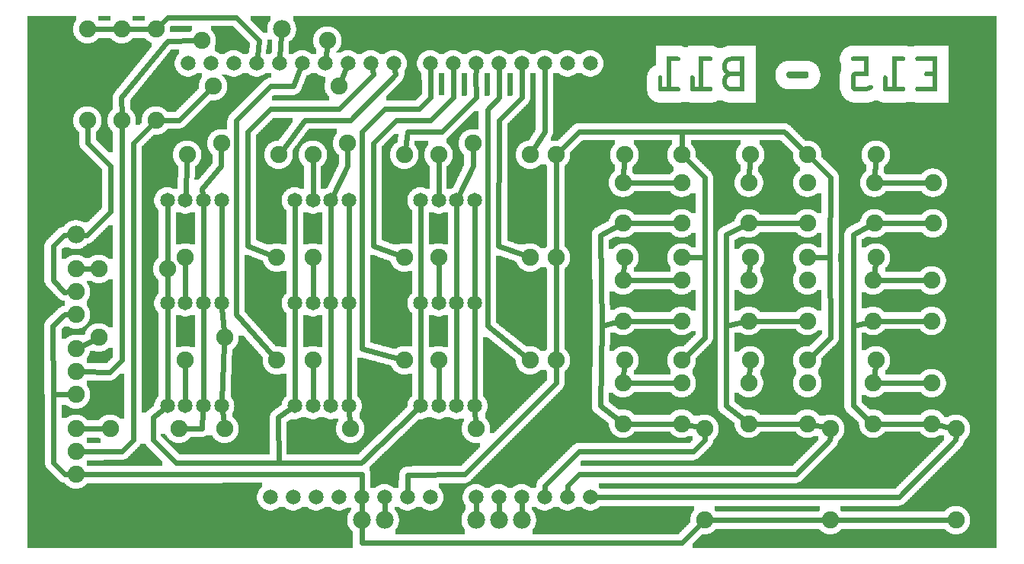
<source format=gbl>
G04 MADE WITH FRITZING*
G04 WWW.FRITZING.ORG*
G04 DOUBLE SIDED*
G04 HOLES PLATED*
G04 CONTOUR ON CENTER OF CONTOUR VECTOR*
%ASAXBY*%
%FSLAX23Y23*%
%MOIN*%
%OFA0B0*%
%SFA1.0B1.0*%
%ADD10C,0.075000*%
%ADD11C,0.065000*%
%ADD12C,0.065278*%
%ADD13C,0.078000*%
%ADD14C,0.024000*%
%ADD15R,0.001000X0.001000*%
%LNCOPPER0*%
G90*
G70*
G54D10*
X109Y2315D03*
X923Y2270D03*
X592Y2041D03*
X2209Y1896D03*
X871Y1937D03*
X1104Y1552D03*
X1654Y1550D03*
X2770Y1766D03*
X2778Y1317D03*
X1055Y1176D03*
X1605Y1176D03*
X2159Y1174D03*
X3327Y1306D03*
X362Y1132D03*
X2774Y908D03*
X2100Y865D03*
X3043Y1758D03*
X378Y727D03*
X1538Y726D03*
X1765Y530D03*
X999Y878D03*
X2481Y1758D03*
X2331Y153D03*
X1469Y2295D03*
G54D11*
X1761Y1112D03*
X1840Y1112D03*
X1918Y1112D03*
X1997Y1112D03*
X1761Y662D03*
X1840Y662D03*
X1918Y662D03*
X1997Y662D03*
X1761Y1562D03*
X1840Y1562D03*
X1918Y1562D03*
X1997Y1562D03*
X1211Y1112D03*
X1290Y1112D03*
X1368Y1112D03*
X1447Y1112D03*
X1211Y662D03*
X1290Y662D03*
X1368Y662D03*
X1447Y662D03*
X1211Y1562D03*
X1290Y1562D03*
X1368Y1562D03*
X1447Y1562D03*
X653Y662D03*
X732Y662D03*
X811Y662D03*
X890Y662D03*
X653Y1112D03*
X732Y1112D03*
X811Y1112D03*
X890Y1112D03*
X653Y1562D03*
X732Y1562D03*
X811Y1562D03*
X890Y1562D03*
G54D10*
X2903Y1463D03*
X2647Y1463D03*
X2903Y1640D03*
X2647Y1640D03*
X2903Y585D03*
X2647Y585D03*
X2903Y763D03*
X2647Y763D03*
X2903Y1035D03*
X2647Y1035D03*
X2903Y1213D03*
X2647Y1213D03*
X3453Y585D03*
X3197Y585D03*
X3453Y763D03*
X3197Y763D03*
X3453Y1463D03*
X3197Y1463D03*
X3453Y1640D03*
X3197Y1640D03*
X3997Y585D03*
X3741Y585D03*
X3997Y763D03*
X3741Y763D03*
X4003Y1463D03*
X3747Y1463D03*
X4003Y1640D03*
X3747Y1640D03*
X3453Y1035D03*
X3197Y1035D03*
X3453Y1213D03*
X3197Y1213D03*
X3997Y1035D03*
X3741Y1035D03*
X3997Y1213D03*
X3741Y1213D03*
X3003Y162D03*
X3003Y562D03*
X3553Y162D03*
X3553Y562D03*
X4103Y162D03*
X4103Y562D03*
X2353Y1313D03*
X2653Y1313D03*
X3453Y1313D03*
X3753Y1313D03*
X2653Y1763D03*
X2353Y1763D03*
X3453Y863D03*
X3753Y863D03*
X2903Y1313D03*
X3203Y1313D03*
X3203Y1763D03*
X2903Y1763D03*
X3753Y1763D03*
X3453Y1763D03*
X2353Y863D03*
X2653Y863D03*
X2903Y863D03*
X3203Y863D03*
X2240Y1762D03*
X1840Y1762D03*
X1690Y1762D03*
X1290Y1762D03*
X2240Y1312D03*
X1840Y1312D03*
X1690Y1312D03*
X1290Y1312D03*
X1132Y1312D03*
X732Y1312D03*
X1140Y1762D03*
X740Y1762D03*
X2240Y862D03*
X1840Y862D03*
X1690Y862D03*
X1290Y862D03*
X1132Y862D03*
X732Y862D03*
G54D12*
X2103Y262D03*
X2203Y262D03*
X2303Y262D03*
X2403Y262D03*
X2503Y262D03*
X1643Y2162D03*
X1543Y2162D03*
X1443Y2162D03*
X1343Y2162D03*
X1243Y2162D03*
X1143Y2162D03*
X1043Y2162D03*
X943Y2162D03*
X843Y2162D03*
X743Y2162D03*
X2503Y2162D03*
X2403Y2162D03*
X2303Y2162D03*
X2203Y2162D03*
X2103Y2162D03*
X2003Y2162D03*
X1903Y2162D03*
X1803Y2162D03*
X1203Y262D03*
X1103Y262D03*
X1303Y262D03*
X1403Y262D03*
X1503Y262D03*
X1603Y262D03*
X1703Y262D03*
X1803Y262D03*
X2003Y262D03*
G54D10*
X903Y562D03*
X1453Y562D03*
X890Y1812D03*
X1440Y1812D03*
X1440Y1812D03*
X1990Y1812D03*
X1453Y562D03*
X2003Y562D03*
X253Y912D03*
X253Y812D03*
X253Y712D03*
X253Y1262D03*
X253Y1162D03*
X253Y1062D03*
X253Y562D03*
X253Y462D03*
X253Y362D03*
X1353Y2262D03*
X803Y2262D03*
X1403Y2062D03*
X853Y2062D03*
X353Y1262D03*
X653Y1262D03*
X353Y962D03*
X903Y962D03*
X403Y562D03*
X703Y562D03*
G54D13*
X1153Y2312D03*
X253Y1412D03*
X2003Y162D03*
X2103Y162D03*
X2203Y162D03*
X1503Y162D03*
X1603Y162D03*
G54D10*
X603Y2312D03*
X603Y1912D03*
X453Y2312D03*
X453Y1912D03*
X303Y2312D03*
X303Y1912D03*
G54D14*
X2903Y1864D02*
X3352Y1863D01*
D02*
X3352Y1863D02*
X3433Y1783D01*
D02*
X2903Y1864D02*
X2454Y1863D01*
D02*
X2454Y1863D02*
X2373Y1783D01*
D02*
X2903Y1791D02*
X2903Y1864D01*
D02*
X2353Y1284D02*
X2353Y891D01*
D02*
X804Y564D02*
X732Y563D01*
D02*
X809Y639D02*
X804Y564D01*
D02*
X2874Y585D02*
X2676Y585D01*
D02*
X890Y1136D02*
X890Y1539D01*
D02*
X3199Y1668D02*
X3202Y1734D01*
D02*
X1904Y2013D02*
X1805Y1913D01*
D02*
X1805Y1913D02*
X1653Y1913D01*
D02*
X1904Y2112D02*
X1904Y2013D01*
D02*
X1653Y1913D02*
X1554Y1812D01*
D02*
X1904Y2131D02*
X1904Y2112D01*
D02*
X1554Y1812D02*
X1555Y1364D01*
D02*
X1555Y1364D02*
X1663Y1323D01*
D02*
X3199Y791D02*
X3201Y834D01*
D02*
X2874Y1640D02*
X2676Y1640D01*
D02*
X1555Y2113D02*
X1404Y1962D01*
D02*
X1404Y1962D02*
X1103Y1962D01*
D02*
X1551Y2132D02*
X1555Y2113D01*
D02*
X1103Y1962D02*
X1004Y1862D01*
D02*
X1004Y1862D02*
X1005Y1364D01*
D02*
X1005Y1364D02*
X1106Y1323D01*
D02*
X732Y1284D02*
X732Y1136D01*
D02*
X1447Y1089D02*
X1447Y686D01*
D02*
X282Y1262D02*
X325Y1262D01*
D02*
X3199Y1241D02*
X3201Y1284D01*
D02*
X1368Y1089D02*
X1368Y686D01*
D02*
X279Y925D02*
X328Y950D01*
D02*
X1997Y1089D02*
X1997Y686D01*
D02*
X1146Y2194D02*
X1151Y2282D01*
D02*
X2874Y763D02*
X2676Y763D01*
D02*
X2649Y791D02*
X2651Y834D01*
D02*
X3554Y1663D02*
X3473Y1743D01*
D02*
X3552Y1312D02*
X3554Y1663D01*
D02*
X3482Y1313D02*
X3552Y1312D01*
D02*
X3097Y1012D02*
X3097Y663D01*
D02*
X3097Y663D02*
X3175Y603D01*
D02*
X3097Y1012D02*
X3097Y1412D01*
D02*
X3170Y1029D02*
X3097Y1012D01*
D02*
X3097Y1412D02*
X3172Y1450D01*
D02*
X3968Y1035D02*
X3770Y1035D01*
D02*
X1290Y686D02*
X1290Y834D01*
D02*
X1351Y2234D02*
X1347Y2194D01*
D02*
X3748Y1668D02*
X3752Y1734D01*
D02*
X1504Y294D02*
X1505Y363D01*
D02*
X1505Y363D02*
X282Y362D01*
D02*
X503Y1812D02*
X583Y1892D01*
D02*
X503Y512D02*
X503Y1812D01*
D02*
X454Y463D02*
X503Y512D01*
D02*
X632Y1913D02*
X704Y1914D01*
D02*
X282Y463D02*
X454Y463D01*
D02*
X704Y1914D02*
X833Y2042D01*
D02*
X375Y562D02*
X282Y562D01*
D02*
X3974Y1640D02*
X3776Y1640D01*
D02*
X3974Y1463D02*
X3776Y1463D01*
D02*
X2353Y1341D02*
X2353Y1734D01*
D02*
X1703Y1863D02*
X1694Y1791D01*
D02*
X1853Y1863D02*
X1703Y1863D01*
D02*
X2003Y2013D02*
X1853Y1863D01*
D02*
X2002Y2112D02*
X2003Y2013D01*
D02*
X2003Y2131D02*
X2002Y2112D01*
D02*
X2874Y1213D02*
X2676Y1213D01*
D02*
X2454Y463D02*
X2953Y463D01*
D02*
X3004Y513D02*
X3004Y534D01*
D02*
X2953Y463D02*
X3004Y513D01*
D02*
X2304Y313D02*
X2454Y463D01*
D02*
X2304Y294D02*
X2304Y313D01*
D02*
X2353Y762D02*
X2353Y834D01*
D02*
X1954Y362D02*
X2353Y762D01*
D02*
X1704Y361D02*
X1954Y362D01*
D02*
X1704Y294D02*
X1704Y361D01*
D02*
X811Y1136D02*
X811Y1539D01*
D02*
X2648Y1668D02*
X2652Y1734D01*
D02*
X3744Y791D02*
X3750Y834D01*
D02*
X2104Y2013D02*
X2053Y1961D01*
D02*
X2053Y1961D02*
X2053Y1012D01*
D02*
X2103Y2131D02*
X2104Y2013D01*
D02*
X2053Y1012D02*
X2217Y880D01*
D02*
X2874Y1035D02*
X2676Y1035D01*
D02*
X2304Y1863D02*
X2255Y1787D01*
D02*
X2304Y2131D02*
X2304Y1863D01*
D02*
X1503Y912D02*
X1662Y870D01*
D02*
X1504Y1862D02*
X1503Y912D01*
D02*
X1604Y1962D02*
X1504Y1862D01*
D02*
X1754Y1962D02*
X1604Y1962D01*
D02*
X1805Y2013D02*
X1754Y1962D01*
D02*
X1804Y2131D02*
X1805Y2013D01*
D02*
X1840Y1586D02*
X1840Y1734D01*
D02*
X3552Y1312D02*
X3554Y961D01*
D02*
X3554Y961D02*
X3473Y883D01*
D02*
X3482Y1313D02*
X3552Y1312D01*
D02*
X953Y1063D02*
X1113Y884D01*
D02*
X954Y1913D02*
X953Y1063D01*
D02*
X1105Y2062D02*
X954Y1913D01*
D02*
X1204Y2062D02*
X1105Y2062D01*
D02*
X1232Y2133D02*
X1204Y2062D01*
D02*
X1503Y64D02*
X1503Y132D01*
D02*
X2903Y64D02*
X1503Y64D01*
D02*
X2983Y142D02*
X2903Y64D01*
D02*
X653Y1136D02*
X653Y1234D01*
D02*
X1761Y1089D02*
X1761Y686D01*
D02*
X2932Y1313D02*
X3003Y1312D01*
D02*
X3003Y1312D02*
X3003Y961D01*
D02*
X3003Y961D02*
X2923Y883D01*
D02*
X3968Y1213D02*
X3770Y1213D01*
D02*
X3653Y1413D02*
X3722Y1449D01*
D02*
X3653Y1012D02*
X3653Y1413D01*
D02*
X3653Y1012D02*
X3653Y662D01*
D02*
X3653Y662D02*
X3719Y604D01*
D02*
X3713Y1028D02*
X3653Y1012D01*
D02*
X1503Y231D02*
X1503Y193D01*
D02*
X1652Y2113D02*
X1454Y1913D01*
D02*
X1454Y1913D02*
X1254Y1913D01*
D02*
X1649Y2132D02*
X1652Y2113D01*
D02*
X1254Y1913D02*
X1157Y1785D01*
D02*
X892Y1089D02*
X901Y991D01*
D02*
X2554Y1013D02*
X2547Y662D01*
D02*
X2547Y662D02*
X2624Y603D01*
D02*
X2554Y1013D02*
X2547Y1411D01*
D02*
X2619Y1029D02*
X2554Y1013D01*
D02*
X2547Y1411D02*
X2622Y1450D01*
D02*
X3968Y763D02*
X3770Y763D01*
D02*
X202Y1411D02*
X223Y1412D01*
D02*
X153Y1362D02*
X202Y1411D01*
D02*
X153Y1213D02*
X153Y1362D01*
D02*
X225Y1162D02*
X202Y1161D01*
D02*
X202Y1161D02*
X153Y1213D01*
D02*
X2931Y579D02*
X2976Y569D01*
D02*
X2103Y193D02*
X2103Y231D01*
D02*
X2874Y1463D02*
X2676Y1463D01*
D02*
X1447Y1136D02*
X1447Y1539D01*
D02*
X1761Y1136D02*
X1761Y1539D01*
D02*
X2649Y1241D02*
X2651Y1284D01*
D02*
X891Y686D02*
X902Y934D01*
D02*
X1603Y193D02*
X1603Y231D01*
D02*
X739Y1734D02*
X733Y1586D01*
D02*
X1379Y1584D02*
X1440Y1712D01*
D02*
X1440Y1712D02*
X1440Y1784D01*
D02*
X4076Y568D02*
X4025Y579D01*
D02*
X1997Y1136D02*
X1997Y1539D01*
D02*
X1999Y639D02*
X2002Y591D01*
D02*
X1449Y639D02*
X1452Y591D01*
D02*
X3481Y579D02*
X3526Y569D01*
D02*
X1840Y1136D02*
X1840Y1284D01*
D02*
X1290Y1586D02*
X1290Y1734D01*
D02*
X1368Y1539D02*
X1368Y1136D01*
D02*
X3582Y162D02*
X4075Y162D01*
D02*
X454Y863D02*
X402Y811D01*
D02*
X452Y2013D02*
X653Y2261D01*
D02*
X453Y1941D02*
X452Y2013D01*
D02*
X453Y1884D02*
X454Y863D01*
D02*
X653Y2261D02*
X775Y2262D01*
D02*
X282Y812D02*
X402Y811D01*
D02*
X2203Y2012D02*
X2104Y1912D01*
D02*
X2104Y1912D02*
X2102Y1362D01*
D02*
X2203Y2131D02*
X2203Y2012D01*
D02*
X2102Y1362D02*
X2213Y1322D01*
D02*
X3425Y1463D02*
X3226Y1463D01*
D02*
X3003Y1312D02*
X3003Y1663D01*
D02*
X3003Y1663D02*
X2923Y1742D01*
D02*
X2932Y1313D02*
X3003Y1312D01*
D02*
X4102Y512D02*
X3854Y263D01*
D02*
X4103Y534D02*
X4102Y512D01*
D02*
X3854Y263D02*
X2535Y262D01*
D02*
X732Y834D02*
X732Y686D01*
D02*
X2203Y193D02*
X2203Y231D01*
D02*
X1290Y1136D02*
X1290Y1284D01*
D02*
X1211Y1089D02*
X1211Y686D01*
D02*
X1918Y1089D02*
X1918Y686D01*
D02*
X3552Y512D02*
X3403Y362D01*
D02*
X3553Y534D02*
X3552Y512D01*
D02*
X3403Y362D02*
X2454Y362D01*
D02*
X2405Y313D02*
X2404Y294D01*
D02*
X2454Y362D02*
X2405Y313D01*
D02*
X2003Y193D02*
X2003Y231D01*
D02*
X1432Y2133D02*
X1414Y2089D01*
D02*
X1211Y1136D02*
X1211Y1539D01*
D02*
X3744Y1241D02*
X3750Y1284D01*
D02*
X1840Y686D02*
X1840Y834D01*
D02*
X1928Y1584D02*
X1990Y1712D01*
D02*
X1990Y1712D02*
X1990Y1784D01*
D02*
X653Y1291D02*
X653Y1539D01*
D02*
X1139Y612D02*
X1140Y412D01*
D02*
X1140Y412D02*
X690Y413D01*
D02*
X1192Y649D02*
X1139Y612D01*
D02*
X690Y413D02*
X590Y513D01*
D02*
X1140Y412D02*
X1502Y412D01*
D02*
X590Y513D02*
X590Y612D01*
D02*
X1502Y412D02*
X1744Y646D01*
D02*
X590Y612D02*
X635Y648D01*
D02*
X3425Y585D02*
X3226Y585D01*
D02*
X811Y1089D02*
X811Y686D01*
D02*
X3968Y585D02*
X3770Y585D01*
D02*
X1918Y1136D02*
X1918Y1539D01*
D02*
X3525Y162D02*
X3032Y162D01*
D02*
X3425Y1035D02*
X3226Y1035D01*
D02*
X889Y1712D02*
X889Y1784D01*
D02*
X804Y1612D02*
X889Y1712D01*
D02*
X808Y1586D02*
X804Y1612D01*
D02*
X893Y639D02*
X900Y591D01*
D02*
X653Y1089D02*
X653Y686D01*
D02*
X623Y2333D02*
X653Y2363D01*
D02*
X653Y2363D02*
X954Y2363D01*
D02*
X1054Y2264D02*
X1047Y2194D01*
D02*
X954Y2363D02*
X1054Y2264D01*
D02*
X405Y1514D02*
X405Y1714D01*
D02*
X305Y1814D02*
X304Y1884D01*
D02*
X302Y1411D02*
X405Y1514D01*
D02*
X405Y1714D02*
X305Y1814D01*
D02*
X284Y1411D02*
X302Y1411D01*
D02*
X482Y2312D02*
X575Y2312D01*
D02*
X425Y2312D02*
X332Y2312D01*
D02*
X154Y713D02*
X225Y713D01*
D02*
X152Y1014D02*
X154Y713D01*
D02*
X205Y1063D02*
X152Y1014D01*
D02*
X225Y1063D02*
X205Y1063D01*
D02*
X154Y413D02*
X205Y363D01*
D02*
X205Y363D02*
X225Y363D01*
D02*
X154Y714D02*
X154Y413D01*
D02*
X225Y713D02*
X154Y714D01*
G36*
X40Y2371D02*
X40Y2251D01*
X288Y2251D01*
X288Y2253D01*
X282Y2253D01*
X282Y2255D01*
X278Y2255D01*
X278Y2257D01*
X274Y2257D01*
X274Y2259D01*
X270Y2259D01*
X270Y2261D01*
X268Y2261D01*
X268Y2263D01*
X264Y2263D01*
X264Y2265D01*
X262Y2265D01*
X262Y2267D01*
X260Y2267D01*
X260Y2269D01*
X258Y2269D01*
X258Y2271D01*
X256Y2271D01*
X256Y2273D01*
X254Y2273D01*
X254Y2277D01*
X252Y2277D01*
X252Y2279D01*
X250Y2279D01*
X250Y2283D01*
X248Y2283D01*
X248Y2285D01*
X246Y2285D01*
X246Y2291D01*
X244Y2291D01*
X244Y2297D01*
X242Y2297D01*
X242Y2327D01*
X244Y2327D01*
X244Y2335D01*
X246Y2335D01*
X246Y2339D01*
X248Y2339D01*
X248Y2343D01*
X250Y2343D01*
X250Y2347D01*
X252Y2347D01*
X252Y2349D01*
X254Y2349D01*
X254Y2351D01*
X256Y2351D01*
X256Y2371D01*
X40Y2371D01*
G37*
D02*
G36*
X352Y2275D02*
X352Y2273D01*
X350Y2273D01*
X350Y2269D01*
X348Y2269D01*
X348Y2267D01*
X346Y2267D01*
X346Y2265D01*
X342Y2265D01*
X342Y2263D01*
X340Y2263D01*
X340Y2261D01*
X338Y2261D01*
X338Y2259D01*
X334Y2259D01*
X334Y2257D01*
X330Y2257D01*
X330Y2255D01*
X326Y2255D01*
X326Y2253D01*
X318Y2253D01*
X318Y2251D01*
X438Y2251D01*
X438Y2253D01*
X432Y2253D01*
X432Y2255D01*
X428Y2255D01*
X428Y2257D01*
X424Y2257D01*
X424Y2259D01*
X420Y2259D01*
X420Y2261D01*
X418Y2261D01*
X418Y2263D01*
X414Y2263D01*
X414Y2265D01*
X412Y2265D01*
X412Y2267D01*
X410Y2267D01*
X410Y2269D01*
X408Y2269D01*
X408Y2271D01*
X406Y2271D01*
X406Y2273D01*
X404Y2273D01*
X404Y2275D01*
X352Y2275D01*
G37*
D02*
G36*
X502Y2275D02*
X502Y2273D01*
X500Y2273D01*
X500Y2269D01*
X498Y2269D01*
X498Y2267D01*
X496Y2267D01*
X496Y2265D01*
X492Y2265D01*
X492Y2263D01*
X490Y2263D01*
X490Y2261D01*
X488Y2261D01*
X488Y2259D01*
X484Y2259D01*
X484Y2257D01*
X480Y2257D01*
X480Y2255D01*
X476Y2255D01*
X476Y2253D01*
X468Y2253D01*
X468Y2251D01*
X584Y2251D01*
X584Y2253D01*
X582Y2253D01*
X582Y2255D01*
X578Y2255D01*
X578Y2257D01*
X574Y2257D01*
X574Y2259D01*
X570Y2259D01*
X570Y2261D01*
X568Y2261D01*
X568Y2263D01*
X564Y2263D01*
X564Y2265D01*
X562Y2265D01*
X562Y2267D01*
X560Y2267D01*
X560Y2269D01*
X558Y2269D01*
X558Y2271D01*
X556Y2271D01*
X556Y2273D01*
X554Y2273D01*
X554Y2275D01*
X502Y2275D01*
G37*
D02*
G36*
X40Y2251D02*
X40Y2249D01*
X584Y2249D01*
X584Y2251D01*
X40Y2251D01*
G37*
D02*
G36*
X40Y2251D02*
X40Y2249D01*
X584Y2249D01*
X584Y2251D01*
X40Y2251D01*
G37*
D02*
G36*
X40Y2251D02*
X40Y2249D01*
X584Y2249D01*
X584Y2251D01*
X40Y2251D01*
G37*
D02*
G36*
X40Y2249D02*
X40Y1975D01*
X314Y1975D01*
X314Y1973D01*
X322Y1973D01*
X322Y1971D01*
X328Y1971D01*
X328Y1969D01*
X332Y1969D01*
X332Y1967D01*
X336Y1967D01*
X336Y1965D01*
X338Y1965D01*
X338Y1963D01*
X342Y1963D01*
X342Y1961D01*
X344Y1961D01*
X344Y1959D01*
X346Y1959D01*
X346Y1957D01*
X348Y1957D01*
X348Y1955D01*
X350Y1955D01*
X350Y1953D01*
X352Y1953D01*
X352Y1951D01*
X354Y1951D01*
X354Y1947D01*
X356Y1947D01*
X356Y1945D01*
X358Y1945D01*
X358Y1941D01*
X360Y1941D01*
X360Y1937D01*
X362Y1937D01*
X362Y1931D01*
X364Y1931D01*
X364Y1923D01*
X366Y1923D01*
X366Y1901D01*
X364Y1901D01*
X364Y1893D01*
X362Y1893D01*
X362Y1889D01*
X360Y1889D01*
X360Y1885D01*
X358Y1885D01*
X358Y1881D01*
X356Y1881D01*
X356Y1877D01*
X354Y1877D01*
X354Y1875D01*
X352Y1875D01*
X352Y1873D01*
X350Y1873D01*
X350Y1869D01*
X348Y1869D01*
X348Y1867D01*
X346Y1867D01*
X346Y1865D01*
X342Y1865D01*
X342Y1827D01*
X344Y1827D01*
X344Y1825D01*
X346Y1825D01*
X346Y1823D01*
X348Y1823D01*
X348Y1821D01*
X350Y1821D01*
X350Y1819D01*
X352Y1819D01*
X352Y1817D01*
X354Y1817D01*
X354Y1815D01*
X356Y1815D01*
X356Y1813D01*
X358Y1813D01*
X358Y1811D01*
X360Y1811D01*
X360Y1809D01*
X362Y1809D01*
X362Y1807D01*
X364Y1807D01*
X364Y1805D01*
X366Y1805D01*
X366Y1803D01*
X368Y1803D01*
X368Y1801D01*
X370Y1801D01*
X370Y1799D01*
X372Y1799D01*
X372Y1797D01*
X374Y1797D01*
X374Y1795D01*
X376Y1795D01*
X376Y1793D01*
X378Y1793D01*
X378Y1791D01*
X380Y1791D01*
X380Y1789D01*
X382Y1789D01*
X382Y1787D01*
X384Y1787D01*
X384Y1785D01*
X386Y1785D01*
X386Y1783D01*
X388Y1783D01*
X388Y1781D01*
X390Y1781D01*
X390Y1779D01*
X392Y1779D01*
X392Y1777D01*
X394Y1777D01*
X394Y1775D01*
X396Y1775D01*
X396Y1773D01*
X416Y1773D01*
X416Y1863D01*
X414Y1863D01*
X414Y1865D01*
X412Y1865D01*
X412Y1867D01*
X410Y1867D01*
X410Y1869D01*
X408Y1869D01*
X408Y1871D01*
X406Y1871D01*
X406Y1873D01*
X404Y1873D01*
X404Y1877D01*
X402Y1877D01*
X402Y1879D01*
X400Y1879D01*
X400Y1883D01*
X398Y1883D01*
X398Y1885D01*
X396Y1885D01*
X396Y1891D01*
X394Y1891D01*
X394Y1897D01*
X392Y1897D01*
X392Y1927D01*
X394Y1927D01*
X394Y1935D01*
X396Y1935D01*
X396Y1939D01*
X398Y1939D01*
X398Y1943D01*
X400Y1943D01*
X400Y1947D01*
X402Y1947D01*
X402Y1949D01*
X404Y1949D01*
X404Y1951D01*
X406Y1951D01*
X406Y1955D01*
X408Y1955D01*
X408Y1957D01*
X410Y1957D01*
X410Y1959D01*
X412Y1959D01*
X412Y1961D01*
X416Y1961D01*
X416Y2007D01*
X414Y2007D01*
X414Y2013D01*
X416Y2013D01*
X416Y2025D01*
X418Y2025D01*
X418Y2029D01*
X420Y2029D01*
X420Y2033D01*
X422Y2033D01*
X422Y2035D01*
X424Y2035D01*
X424Y2039D01*
X426Y2039D01*
X426Y2041D01*
X428Y2041D01*
X428Y2043D01*
X430Y2043D01*
X430Y2045D01*
X432Y2045D01*
X432Y2049D01*
X434Y2049D01*
X434Y2051D01*
X436Y2051D01*
X436Y2053D01*
X438Y2053D01*
X438Y2055D01*
X440Y2055D01*
X440Y2059D01*
X442Y2059D01*
X442Y2061D01*
X444Y2061D01*
X444Y2063D01*
X446Y2063D01*
X446Y2065D01*
X448Y2065D01*
X448Y2067D01*
X450Y2067D01*
X450Y2071D01*
X452Y2071D01*
X452Y2073D01*
X454Y2073D01*
X454Y2075D01*
X456Y2075D01*
X456Y2077D01*
X458Y2077D01*
X458Y2081D01*
X460Y2081D01*
X460Y2083D01*
X462Y2083D01*
X462Y2085D01*
X464Y2085D01*
X464Y2087D01*
X466Y2087D01*
X466Y2091D01*
X468Y2091D01*
X468Y2093D01*
X470Y2093D01*
X470Y2095D01*
X472Y2095D01*
X472Y2097D01*
X474Y2097D01*
X474Y2101D01*
X476Y2101D01*
X476Y2103D01*
X478Y2103D01*
X478Y2105D01*
X480Y2105D01*
X480Y2107D01*
X482Y2107D01*
X482Y2111D01*
X484Y2111D01*
X484Y2113D01*
X486Y2113D01*
X486Y2115D01*
X488Y2115D01*
X488Y2117D01*
X490Y2117D01*
X490Y2119D01*
X492Y2119D01*
X492Y2123D01*
X494Y2123D01*
X494Y2125D01*
X496Y2125D01*
X496Y2127D01*
X498Y2127D01*
X498Y2129D01*
X500Y2129D01*
X500Y2133D01*
X502Y2133D01*
X502Y2135D01*
X504Y2135D01*
X504Y2137D01*
X506Y2137D01*
X506Y2139D01*
X508Y2139D01*
X508Y2143D01*
X510Y2143D01*
X510Y2145D01*
X512Y2145D01*
X512Y2147D01*
X514Y2147D01*
X514Y2149D01*
X516Y2149D01*
X516Y2153D01*
X518Y2153D01*
X518Y2155D01*
X520Y2155D01*
X520Y2157D01*
X522Y2157D01*
X522Y2159D01*
X524Y2159D01*
X524Y2161D01*
X526Y2161D01*
X526Y2165D01*
X528Y2165D01*
X528Y2167D01*
X530Y2167D01*
X530Y2169D01*
X532Y2169D01*
X532Y2171D01*
X534Y2171D01*
X534Y2175D01*
X536Y2175D01*
X536Y2177D01*
X538Y2177D01*
X538Y2179D01*
X540Y2179D01*
X540Y2181D01*
X542Y2181D01*
X542Y2185D01*
X544Y2185D01*
X544Y2187D01*
X546Y2187D01*
X546Y2189D01*
X548Y2189D01*
X548Y2191D01*
X550Y2191D01*
X550Y2195D01*
X552Y2195D01*
X552Y2197D01*
X554Y2197D01*
X554Y2199D01*
X556Y2199D01*
X556Y2201D01*
X558Y2201D01*
X558Y2205D01*
X560Y2205D01*
X560Y2207D01*
X562Y2207D01*
X562Y2209D01*
X564Y2209D01*
X564Y2211D01*
X566Y2211D01*
X566Y2213D01*
X568Y2213D01*
X568Y2217D01*
X570Y2217D01*
X570Y2219D01*
X572Y2219D01*
X572Y2221D01*
X574Y2221D01*
X574Y2223D01*
X576Y2223D01*
X576Y2227D01*
X578Y2227D01*
X578Y2229D01*
X580Y2229D01*
X580Y2231D01*
X582Y2231D01*
X582Y2233D01*
X584Y2233D01*
X584Y2249D01*
X40Y2249D01*
G37*
D02*
G36*
X40Y1975D02*
X40Y1477D01*
X262Y1477D01*
X262Y1475D01*
X270Y1475D01*
X270Y1473D01*
X276Y1473D01*
X276Y1471D01*
X282Y1471D01*
X282Y1469D01*
X286Y1469D01*
X286Y1467D01*
X306Y1467D01*
X306Y1469D01*
X308Y1469D01*
X308Y1471D01*
X310Y1471D01*
X310Y1473D01*
X312Y1473D01*
X312Y1475D01*
X314Y1475D01*
X314Y1477D01*
X316Y1477D01*
X316Y1479D01*
X318Y1479D01*
X318Y1481D01*
X320Y1481D01*
X320Y1483D01*
X322Y1483D01*
X322Y1485D01*
X324Y1485D01*
X324Y1487D01*
X326Y1487D01*
X326Y1489D01*
X328Y1489D01*
X328Y1491D01*
X330Y1491D01*
X330Y1493D01*
X332Y1493D01*
X332Y1495D01*
X334Y1495D01*
X334Y1497D01*
X336Y1497D01*
X336Y1499D01*
X338Y1499D01*
X338Y1501D01*
X340Y1501D01*
X340Y1503D01*
X342Y1503D01*
X342Y1505D01*
X344Y1505D01*
X344Y1507D01*
X346Y1507D01*
X346Y1509D01*
X348Y1509D01*
X348Y1511D01*
X350Y1511D01*
X350Y1513D01*
X352Y1513D01*
X352Y1515D01*
X354Y1515D01*
X354Y1517D01*
X356Y1517D01*
X356Y1519D01*
X358Y1519D01*
X358Y1521D01*
X360Y1521D01*
X360Y1523D01*
X362Y1523D01*
X362Y1525D01*
X364Y1525D01*
X364Y1527D01*
X366Y1527D01*
X366Y1529D01*
X368Y1529D01*
X368Y1699D01*
X366Y1699D01*
X366Y1701D01*
X364Y1701D01*
X364Y1703D01*
X362Y1703D01*
X362Y1705D01*
X360Y1705D01*
X360Y1707D01*
X358Y1707D01*
X358Y1709D01*
X356Y1709D01*
X356Y1711D01*
X354Y1711D01*
X354Y1713D01*
X352Y1713D01*
X352Y1715D01*
X350Y1715D01*
X350Y1717D01*
X348Y1717D01*
X348Y1719D01*
X346Y1719D01*
X346Y1721D01*
X344Y1721D01*
X344Y1723D01*
X342Y1723D01*
X342Y1725D01*
X340Y1725D01*
X340Y1727D01*
X338Y1727D01*
X338Y1729D01*
X336Y1729D01*
X336Y1731D01*
X334Y1731D01*
X334Y1733D01*
X332Y1733D01*
X332Y1735D01*
X330Y1735D01*
X330Y1737D01*
X328Y1737D01*
X328Y1739D01*
X326Y1739D01*
X326Y1741D01*
X324Y1741D01*
X324Y1743D01*
X322Y1743D01*
X322Y1745D01*
X320Y1745D01*
X320Y1747D01*
X318Y1747D01*
X318Y1749D01*
X316Y1749D01*
X316Y1751D01*
X314Y1751D01*
X314Y1753D01*
X312Y1753D01*
X312Y1755D01*
X310Y1755D01*
X310Y1757D01*
X308Y1757D01*
X308Y1759D01*
X306Y1759D01*
X306Y1761D01*
X304Y1761D01*
X304Y1763D01*
X302Y1763D01*
X302Y1765D01*
X300Y1765D01*
X300Y1767D01*
X298Y1767D01*
X298Y1769D01*
X296Y1769D01*
X296Y1771D01*
X294Y1771D01*
X294Y1773D01*
X292Y1773D01*
X292Y1775D01*
X290Y1775D01*
X290Y1777D01*
X288Y1777D01*
X288Y1779D01*
X286Y1779D01*
X286Y1781D01*
X284Y1781D01*
X284Y1783D01*
X282Y1783D01*
X282Y1785D01*
X280Y1785D01*
X280Y1787D01*
X278Y1787D01*
X278Y1789D01*
X276Y1789D01*
X276Y1791D01*
X274Y1791D01*
X274Y1795D01*
X272Y1795D01*
X272Y1799D01*
X270Y1799D01*
X270Y1805D01*
X268Y1805D01*
X268Y1863D01*
X264Y1863D01*
X264Y1865D01*
X262Y1865D01*
X262Y1867D01*
X260Y1867D01*
X260Y1869D01*
X258Y1869D01*
X258Y1871D01*
X256Y1871D01*
X256Y1873D01*
X254Y1873D01*
X254Y1877D01*
X252Y1877D01*
X252Y1879D01*
X250Y1879D01*
X250Y1883D01*
X248Y1883D01*
X248Y1885D01*
X246Y1885D01*
X246Y1891D01*
X244Y1891D01*
X244Y1897D01*
X242Y1897D01*
X242Y1927D01*
X244Y1927D01*
X244Y1935D01*
X246Y1935D01*
X246Y1939D01*
X248Y1939D01*
X248Y1943D01*
X250Y1943D01*
X250Y1947D01*
X252Y1947D01*
X252Y1949D01*
X254Y1949D01*
X254Y1951D01*
X256Y1951D01*
X256Y1955D01*
X258Y1955D01*
X258Y1957D01*
X260Y1957D01*
X260Y1959D01*
X262Y1959D01*
X262Y1961D01*
X266Y1961D01*
X266Y1963D01*
X268Y1963D01*
X268Y1965D01*
X272Y1965D01*
X272Y1967D01*
X274Y1967D01*
X274Y1969D01*
X278Y1969D01*
X278Y1971D01*
X284Y1971D01*
X284Y1973D01*
X292Y1973D01*
X292Y1975D01*
X40Y1975D01*
G37*
D02*
G36*
X40Y1477D02*
X40Y301D01*
X238Y301D01*
X238Y303D01*
X232Y303D01*
X232Y305D01*
X228Y305D01*
X228Y307D01*
X224Y307D01*
X224Y309D01*
X220Y309D01*
X220Y311D01*
X218Y311D01*
X218Y313D01*
X214Y313D01*
X214Y315D01*
X212Y315D01*
X212Y317D01*
X210Y317D01*
X210Y319D01*
X208Y319D01*
X208Y321D01*
X206Y321D01*
X206Y323D01*
X204Y323D01*
X204Y327D01*
X192Y327D01*
X192Y329D01*
X188Y329D01*
X188Y331D01*
X184Y331D01*
X184Y333D01*
X182Y333D01*
X182Y335D01*
X180Y335D01*
X180Y337D01*
X178Y337D01*
X178Y339D01*
X176Y339D01*
X176Y341D01*
X174Y341D01*
X174Y343D01*
X172Y343D01*
X172Y345D01*
X170Y345D01*
X170Y347D01*
X168Y347D01*
X168Y349D01*
X166Y349D01*
X166Y351D01*
X164Y351D01*
X164Y353D01*
X162Y353D01*
X162Y355D01*
X160Y355D01*
X160Y357D01*
X158Y357D01*
X158Y359D01*
X156Y359D01*
X156Y361D01*
X154Y361D01*
X154Y363D01*
X152Y363D01*
X152Y365D01*
X150Y365D01*
X150Y367D01*
X148Y367D01*
X148Y369D01*
X146Y369D01*
X146Y371D01*
X144Y371D01*
X144Y373D01*
X142Y373D01*
X142Y375D01*
X140Y375D01*
X140Y377D01*
X138Y377D01*
X138Y379D01*
X136Y379D01*
X136Y381D01*
X134Y381D01*
X134Y383D01*
X132Y383D01*
X132Y385D01*
X130Y385D01*
X130Y387D01*
X128Y387D01*
X128Y389D01*
X126Y389D01*
X126Y391D01*
X124Y391D01*
X124Y393D01*
X122Y393D01*
X122Y397D01*
X120Y397D01*
X120Y403D01*
X118Y403D01*
X118Y713D01*
X116Y713D01*
X116Y1025D01*
X118Y1025D01*
X118Y1029D01*
X120Y1029D01*
X120Y1033D01*
X122Y1033D01*
X122Y1037D01*
X124Y1037D01*
X124Y1039D01*
X126Y1039D01*
X126Y1041D01*
X128Y1041D01*
X128Y1043D01*
X130Y1043D01*
X130Y1045D01*
X132Y1045D01*
X132Y1047D01*
X134Y1047D01*
X134Y1049D01*
X136Y1049D01*
X136Y1051D01*
X138Y1051D01*
X138Y1053D01*
X140Y1053D01*
X140Y1055D01*
X142Y1055D01*
X142Y1057D01*
X146Y1057D01*
X146Y1059D01*
X148Y1059D01*
X148Y1061D01*
X150Y1061D01*
X150Y1063D01*
X152Y1063D01*
X152Y1065D01*
X154Y1065D01*
X154Y1067D01*
X156Y1067D01*
X156Y1069D01*
X158Y1069D01*
X158Y1071D01*
X160Y1071D01*
X160Y1073D01*
X162Y1073D01*
X162Y1075D01*
X164Y1075D01*
X164Y1077D01*
X166Y1077D01*
X166Y1079D01*
X168Y1079D01*
X168Y1081D01*
X170Y1081D01*
X170Y1083D01*
X172Y1083D01*
X172Y1085D01*
X174Y1085D01*
X174Y1087D01*
X176Y1087D01*
X176Y1089D01*
X178Y1089D01*
X178Y1091D01*
X182Y1091D01*
X182Y1093D01*
X184Y1093D01*
X184Y1095D01*
X188Y1095D01*
X188Y1097D01*
X192Y1097D01*
X192Y1099D01*
X198Y1099D01*
X198Y1101D01*
X206Y1101D01*
X206Y1123D01*
X204Y1123D01*
X204Y1125D01*
X192Y1125D01*
X192Y1127D01*
X186Y1127D01*
X186Y1129D01*
X182Y1129D01*
X182Y1131D01*
X180Y1131D01*
X180Y1133D01*
X178Y1133D01*
X178Y1135D01*
X176Y1135D01*
X176Y1137D01*
X174Y1137D01*
X174Y1139D01*
X172Y1139D01*
X172Y1141D01*
X170Y1141D01*
X170Y1143D01*
X168Y1143D01*
X168Y1145D01*
X166Y1145D01*
X166Y1147D01*
X164Y1147D01*
X164Y1149D01*
X162Y1149D01*
X162Y1151D01*
X160Y1151D01*
X160Y1153D01*
X158Y1153D01*
X158Y1155D01*
X156Y1155D01*
X156Y1157D01*
X154Y1157D01*
X154Y1159D01*
X152Y1159D01*
X152Y1161D01*
X150Y1161D01*
X150Y1163D01*
X148Y1163D01*
X148Y1167D01*
X146Y1167D01*
X146Y1169D01*
X144Y1169D01*
X144Y1171D01*
X142Y1171D01*
X142Y1173D01*
X140Y1173D01*
X140Y1175D01*
X138Y1175D01*
X138Y1177D01*
X136Y1177D01*
X136Y1179D01*
X134Y1179D01*
X134Y1181D01*
X132Y1181D01*
X132Y1183D01*
X130Y1183D01*
X130Y1185D01*
X128Y1185D01*
X128Y1187D01*
X126Y1187D01*
X126Y1189D01*
X124Y1189D01*
X124Y1191D01*
X122Y1191D01*
X122Y1195D01*
X120Y1195D01*
X120Y1199D01*
X118Y1199D01*
X118Y1205D01*
X116Y1205D01*
X116Y1371D01*
X118Y1371D01*
X118Y1377D01*
X120Y1377D01*
X120Y1381D01*
X122Y1381D01*
X122Y1383D01*
X124Y1383D01*
X124Y1385D01*
X126Y1385D01*
X126Y1389D01*
X128Y1389D01*
X128Y1391D01*
X130Y1391D01*
X130Y1393D01*
X132Y1393D01*
X132Y1395D01*
X134Y1395D01*
X134Y1397D01*
X136Y1397D01*
X136Y1399D01*
X138Y1399D01*
X138Y1401D01*
X140Y1401D01*
X140Y1403D01*
X142Y1403D01*
X142Y1405D01*
X144Y1405D01*
X144Y1407D01*
X146Y1407D01*
X146Y1409D01*
X148Y1409D01*
X148Y1411D01*
X150Y1411D01*
X150Y1413D01*
X152Y1413D01*
X152Y1415D01*
X154Y1415D01*
X154Y1417D01*
X156Y1417D01*
X156Y1419D01*
X158Y1419D01*
X158Y1421D01*
X160Y1421D01*
X160Y1423D01*
X162Y1423D01*
X162Y1425D01*
X164Y1425D01*
X164Y1427D01*
X166Y1427D01*
X166Y1429D01*
X168Y1429D01*
X168Y1431D01*
X170Y1431D01*
X170Y1433D01*
X172Y1433D01*
X172Y1435D01*
X174Y1435D01*
X174Y1437D01*
X176Y1437D01*
X176Y1439D01*
X180Y1439D01*
X180Y1441D01*
X182Y1441D01*
X182Y1443D01*
X186Y1443D01*
X186Y1445D01*
X190Y1445D01*
X190Y1447D01*
X200Y1447D01*
X200Y1449D01*
X202Y1449D01*
X202Y1451D01*
X204Y1451D01*
X204Y1455D01*
X206Y1455D01*
X206Y1457D01*
X208Y1457D01*
X208Y1459D01*
X210Y1459D01*
X210Y1461D01*
X214Y1461D01*
X214Y1463D01*
X216Y1463D01*
X216Y1465D01*
X218Y1465D01*
X218Y1467D01*
X222Y1467D01*
X222Y1469D01*
X226Y1469D01*
X226Y1471D01*
X230Y1471D01*
X230Y1473D01*
X236Y1473D01*
X236Y1475D01*
X246Y1475D01*
X246Y1477D01*
X40Y1477D01*
G37*
D02*
G36*
X894Y327D02*
X894Y325D01*
X302Y325D01*
X302Y323D01*
X300Y323D01*
X300Y319D01*
X298Y319D01*
X298Y317D01*
X296Y317D01*
X296Y315D01*
X292Y315D01*
X292Y313D01*
X290Y313D01*
X290Y311D01*
X288Y311D01*
X288Y309D01*
X284Y309D01*
X284Y307D01*
X280Y307D01*
X280Y305D01*
X276Y305D01*
X276Y303D01*
X268Y303D01*
X268Y301D01*
X1062Y301D01*
X1062Y303D01*
X1064Y303D01*
X1064Y305D01*
X1066Y305D01*
X1066Y307D01*
X1068Y307D01*
X1068Y327D01*
X894Y327D01*
G37*
D02*
G36*
X40Y301D02*
X40Y299D01*
X1060Y299D01*
X1060Y301D01*
X40Y301D01*
G37*
D02*
G36*
X40Y301D02*
X40Y299D01*
X1060Y299D01*
X1060Y301D01*
X40Y301D01*
G37*
D02*
G36*
X40Y299D02*
X40Y205D01*
X1094Y205D01*
X1094Y207D01*
X1086Y207D01*
X1086Y209D01*
X1080Y209D01*
X1080Y211D01*
X1076Y211D01*
X1076Y213D01*
X1072Y213D01*
X1072Y215D01*
X1070Y215D01*
X1070Y217D01*
X1068Y217D01*
X1068Y219D01*
X1064Y219D01*
X1064Y221D01*
X1062Y221D01*
X1062Y223D01*
X1060Y223D01*
X1060Y227D01*
X1058Y227D01*
X1058Y229D01*
X1056Y229D01*
X1056Y231D01*
X1054Y231D01*
X1054Y235D01*
X1052Y235D01*
X1052Y239D01*
X1050Y239D01*
X1050Y243D01*
X1048Y243D01*
X1048Y251D01*
X1046Y251D01*
X1046Y273D01*
X1048Y273D01*
X1048Y281D01*
X1050Y281D01*
X1050Y287D01*
X1052Y287D01*
X1052Y291D01*
X1054Y291D01*
X1054Y293D01*
X1056Y293D01*
X1056Y297D01*
X1058Y297D01*
X1058Y299D01*
X40Y299D01*
G37*
D02*
G36*
X1142Y221D02*
X1142Y219D01*
X1140Y219D01*
X1140Y217D01*
X1138Y217D01*
X1138Y215D01*
X1134Y215D01*
X1134Y213D01*
X1130Y213D01*
X1130Y211D01*
X1128Y211D01*
X1128Y209D01*
X1122Y209D01*
X1122Y207D01*
X1114Y207D01*
X1114Y205D01*
X1194Y205D01*
X1194Y207D01*
X1186Y207D01*
X1186Y209D01*
X1180Y209D01*
X1180Y211D01*
X1176Y211D01*
X1176Y213D01*
X1172Y213D01*
X1172Y215D01*
X1170Y215D01*
X1170Y217D01*
X1168Y217D01*
X1168Y219D01*
X1164Y219D01*
X1164Y221D01*
X1142Y221D01*
G37*
D02*
G36*
X1242Y221D02*
X1242Y219D01*
X1240Y219D01*
X1240Y217D01*
X1238Y217D01*
X1238Y215D01*
X1234Y215D01*
X1234Y213D01*
X1230Y213D01*
X1230Y211D01*
X1228Y211D01*
X1228Y209D01*
X1222Y209D01*
X1222Y207D01*
X1214Y207D01*
X1214Y205D01*
X1294Y205D01*
X1294Y207D01*
X1286Y207D01*
X1286Y209D01*
X1280Y209D01*
X1280Y211D01*
X1276Y211D01*
X1276Y213D01*
X1272Y213D01*
X1272Y215D01*
X1270Y215D01*
X1270Y217D01*
X1268Y217D01*
X1268Y219D01*
X1264Y219D01*
X1264Y221D01*
X1242Y221D01*
G37*
D02*
G36*
X1342Y221D02*
X1342Y219D01*
X1340Y219D01*
X1340Y217D01*
X1338Y217D01*
X1338Y215D01*
X1334Y215D01*
X1334Y213D01*
X1330Y213D01*
X1330Y211D01*
X1328Y211D01*
X1328Y209D01*
X1322Y209D01*
X1322Y207D01*
X1314Y207D01*
X1314Y205D01*
X1394Y205D01*
X1394Y207D01*
X1386Y207D01*
X1386Y209D01*
X1380Y209D01*
X1380Y211D01*
X1376Y211D01*
X1376Y213D01*
X1372Y213D01*
X1372Y215D01*
X1370Y215D01*
X1370Y217D01*
X1368Y217D01*
X1368Y219D01*
X1364Y219D01*
X1364Y221D01*
X1342Y221D01*
G37*
D02*
G36*
X1438Y217D02*
X1438Y215D01*
X1434Y215D01*
X1434Y213D01*
X1432Y213D01*
X1432Y211D01*
X1428Y211D01*
X1428Y209D01*
X1422Y209D01*
X1422Y207D01*
X1414Y207D01*
X1414Y205D01*
X1456Y205D01*
X1456Y207D01*
X1458Y207D01*
X1458Y217D01*
X1438Y217D01*
G37*
D02*
G36*
X40Y205D02*
X40Y203D01*
X1454Y203D01*
X1454Y205D01*
X40Y205D01*
G37*
D02*
G36*
X40Y205D02*
X40Y203D01*
X1454Y203D01*
X1454Y205D01*
X40Y205D01*
G37*
D02*
G36*
X40Y205D02*
X40Y203D01*
X1454Y203D01*
X1454Y205D01*
X40Y205D01*
G37*
D02*
G36*
X40Y205D02*
X40Y203D01*
X1454Y203D01*
X1454Y205D01*
X40Y205D01*
G37*
D02*
G36*
X40Y205D02*
X40Y203D01*
X1454Y203D01*
X1454Y205D01*
X40Y205D01*
G37*
D02*
G36*
X40Y203D02*
X40Y41D01*
X1466Y41D01*
X1466Y111D01*
X1464Y111D01*
X1464Y113D01*
X1462Y113D01*
X1462Y115D01*
X1460Y115D01*
X1460Y117D01*
X1458Y117D01*
X1458Y119D01*
X1456Y119D01*
X1456Y121D01*
X1454Y121D01*
X1454Y123D01*
X1452Y123D01*
X1452Y127D01*
X1450Y127D01*
X1450Y129D01*
X1448Y129D01*
X1448Y133D01*
X1446Y133D01*
X1446Y137D01*
X1444Y137D01*
X1444Y141D01*
X1442Y141D01*
X1442Y149D01*
X1440Y149D01*
X1440Y177D01*
X1442Y177D01*
X1442Y183D01*
X1444Y183D01*
X1444Y189D01*
X1446Y189D01*
X1446Y193D01*
X1448Y193D01*
X1448Y195D01*
X1450Y195D01*
X1450Y199D01*
X1452Y199D01*
X1452Y201D01*
X1454Y201D01*
X1454Y203D01*
X40Y203D01*
G37*
D02*
G36*
X352Y2371D02*
X352Y2351D01*
X354Y2351D01*
X354Y2349D01*
X404Y2349D01*
X404Y2351D01*
X406Y2351D01*
X406Y2371D01*
X352Y2371D01*
G37*
D02*
G36*
X502Y2371D02*
X502Y2351D01*
X504Y2351D01*
X504Y2349D01*
X554Y2349D01*
X554Y2351D01*
X556Y2351D01*
X556Y2371D01*
X502Y2371D01*
G37*
D02*
G36*
X1018Y2371D02*
X1018Y2351D01*
X1020Y2351D01*
X1020Y2349D01*
X1022Y2349D01*
X1022Y2347D01*
X1024Y2347D01*
X1024Y2345D01*
X1026Y2345D01*
X1026Y2343D01*
X1028Y2343D01*
X1028Y2341D01*
X1030Y2341D01*
X1030Y2339D01*
X1032Y2339D01*
X1032Y2337D01*
X1034Y2337D01*
X1034Y2335D01*
X1036Y2335D01*
X1036Y2333D01*
X1038Y2333D01*
X1038Y2331D01*
X1040Y2331D01*
X1040Y2329D01*
X1042Y2329D01*
X1042Y2327D01*
X1044Y2327D01*
X1044Y2325D01*
X1046Y2325D01*
X1046Y2323D01*
X1048Y2323D01*
X1048Y2321D01*
X1050Y2321D01*
X1050Y2319D01*
X1052Y2319D01*
X1052Y2317D01*
X1054Y2317D01*
X1054Y2315D01*
X1056Y2315D01*
X1056Y2313D01*
X1058Y2313D01*
X1058Y2311D01*
X1060Y2311D01*
X1060Y2309D01*
X1062Y2309D01*
X1062Y2307D01*
X1064Y2307D01*
X1064Y2305D01*
X1066Y2305D01*
X1066Y2303D01*
X1068Y2303D01*
X1068Y2301D01*
X1070Y2301D01*
X1070Y2299D01*
X1072Y2299D01*
X1072Y2297D01*
X1092Y2297D01*
X1092Y2299D01*
X1090Y2299D01*
X1090Y2327D01*
X1092Y2327D01*
X1092Y2333D01*
X1094Y2333D01*
X1094Y2339D01*
X1096Y2339D01*
X1096Y2343D01*
X1098Y2343D01*
X1098Y2345D01*
X1100Y2345D01*
X1100Y2349D01*
X1102Y2349D01*
X1102Y2351D01*
X1104Y2351D01*
X1104Y2371D01*
X1018Y2371D01*
G37*
D02*
G36*
X668Y2327D02*
X668Y2325D01*
X666Y2325D01*
X666Y2299D01*
X754Y2299D01*
X754Y2301D01*
X756Y2301D01*
X756Y2305D01*
X758Y2305D01*
X758Y2307D01*
X760Y2307D01*
X760Y2327D01*
X668Y2327D01*
G37*
D02*
G36*
X846Y2327D02*
X846Y2307D01*
X848Y2307D01*
X848Y2305D01*
X850Y2305D01*
X850Y2303D01*
X852Y2303D01*
X852Y2301D01*
X854Y2301D01*
X854Y2297D01*
X856Y2297D01*
X856Y2295D01*
X858Y2295D01*
X858Y2291D01*
X860Y2291D01*
X860Y2287D01*
X862Y2287D01*
X862Y2281D01*
X864Y2281D01*
X864Y2273D01*
X866Y2273D01*
X866Y2251D01*
X864Y2251D01*
X864Y2243D01*
X862Y2243D01*
X862Y2239D01*
X860Y2239D01*
X860Y2221D01*
X946Y2221D01*
X946Y2219D01*
X958Y2219D01*
X958Y2217D01*
X964Y2217D01*
X964Y2215D01*
X970Y2215D01*
X970Y2213D01*
X972Y2213D01*
X972Y2211D01*
X976Y2211D01*
X976Y2209D01*
X978Y2209D01*
X978Y2207D01*
X980Y2207D01*
X980Y2205D01*
X984Y2205D01*
X984Y2203D01*
X1004Y2203D01*
X1004Y2205D01*
X1006Y2205D01*
X1006Y2207D01*
X1008Y2207D01*
X1008Y2209D01*
X1012Y2209D01*
X1012Y2229D01*
X1014Y2229D01*
X1014Y2253D01*
X1012Y2253D01*
X1012Y2255D01*
X1010Y2255D01*
X1010Y2257D01*
X1008Y2257D01*
X1008Y2259D01*
X1006Y2259D01*
X1006Y2261D01*
X1004Y2261D01*
X1004Y2263D01*
X1002Y2263D01*
X1002Y2265D01*
X1000Y2265D01*
X1000Y2267D01*
X998Y2267D01*
X998Y2269D01*
X996Y2269D01*
X996Y2271D01*
X994Y2271D01*
X994Y2273D01*
X992Y2273D01*
X992Y2275D01*
X990Y2275D01*
X990Y2277D01*
X988Y2277D01*
X988Y2279D01*
X986Y2279D01*
X986Y2281D01*
X984Y2281D01*
X984Y2283D01*
X982Y2283D01*
X982Y2285D01*
X980Y2285D01*
X980Y2287D01*
X978Y2287D01*
X978Y2289D01*
X976Y2289D01*
X976Y2291D01*
X974Y2291D01*
X974Y2293D01*
X972Y2293D01*
X972Y2295D01*
X970Y2295D01*
X970Y2297D01*
X968Y2297D01*
X968Y2299D01*
X966Y2299D01*
X966Y2301D01*
X964Y2301D01*
X964Y2303D01*
X962Y2303D01*
X962Y2305D01*
X960Y2305D01*
X960Y2307D01*
X958Y2307D01*
X958Y2309D01*
X956Y2309D01*
X956Y2311D01*
X954Y2311D01*
X954Y2313D01*
X952Y2313D01*
X952Y2315D01*
X950Y2315D01*
X950Y2317D01*
X948Y2317D01*
X948Y2319D01*
X946Y2319D01*
X946Y2321D01*
X944Y2321D01*
X944Y2323D01*
X942Y2323D01*
X942Y2325D01*
X940Y2325D01*
X940Y2327D01*
X846Y2327D01*
G37*
D02*
G36*
X860Y2221D02*
X860Y2217D01*
X864Y2217D01*
X864Y2215D01*
X870Y2215D01*
X870Y2213D01*
X872Y2213D01*
X872Y2211D01*
X876Y2211D01*
X876Y2209D01*
X878Y2209D01*
X878Y2207D01*
X880Y2207D01*
X880Y2205D01*
X884Y2205D01*
X884Y2203D01*
X904Y2203D01*
X904Y2205D01*
X906Y2205D01*
X906Y2207D01*
X908Y2207D01*
X908Y2209D01*
X912Y2209D01*
X912Y2211D01*
X914Y2211D01*
X914Y2213D01*
X918Y2213D01*
X918Y2215D01*
X922Y2215D01*
X922Y2217D01*
X928Y2217D01*
X928Y2219D01*
X940Y2219D01*
X940Y2221D01*
X860Y2221D01*
G37*
D02*
G36*
X1090Y2267D02*
X1090Y2245D01*
X1088Y2245D01*
X1088Y2225D01*
X1086Y2225D01*
X1086Y2205D01*
X1106Y2205D01*
X1106Y2207D01*
X1108Y2207D01*
X1108Y2209D01*
X1110Y2209D01*
X1110Y2231D01*
X1112Y2231D01*
X1112Y2265D01*
X1110Y2265D01*
X1110Y2267D01*
X1090Y2267D01*
G37*
D02*
G36*
X670Y2225D02*
X670Y2223D01*
X668Y2223D01*
X668Y2219D01*
X666Y2219D01*
X666Y2217D01*
X664Y2217D01*
X664Y2215D01*
X662Y2215D01*
X662Y2213D01*
X660Y2213D01*
X660Y2209D01*
X658Y2209D01*
X658Y2207D01*
X656Y2207D01*
X656Y2205D01*
X654Y2205D01*
X654Y2203D01*
X652Y2203D01*
X652Y2201D01*
X650Y2201D01*
X650Y2197D01*
X648Y2197D01*
X648Y2195D01*
X646Y2195D01*
X646Y2193D01*
X644Y2193D01*
X644Y2191D01*
X642Y2191D01*
X642Y2187D01*
X640Y2187D01*
X640Y2185D01*
X638Y2185D01*
X638Y2183D01*
X636Y2183D01*
X636Y2181D01*
X634Y2181D01*
X634Y2177D01*
X632Y2177D01*
X632Y2175D01*
X630Y2175D01*
X630Y2173D01*
X628Y2173D01*
X628Y2171D01*
X626Y2171D01*
X626Y2167D01*
X624Y2167D01*
X624Y2165D01*
X622Y2165D01*
X622Y2163D01*
X620Y2163D01*
X620Y2161D01*
X618Y2161D01*
X618Y2157D01*
X616Y2157D01*
X616Y2155D01*
X614Y2155D01*
X614Y2153D01*
X612Y2153D01*
X612Y2151D01*
X610Y2151D01*
X610Y2149D01*
X608Y2149D01*
X608Y2145D01*
X606Y2145D01*
X606Y2143D01*
X604Y2143D01*
X604Y2141D01*
X602Y2141D01*
X602Y2139D01*
X600Y2139D01*
X600Y2135D01*
X598Y2135D01*
X598Y2133D01*
X596Y2133D01*
X596Y2131D01*
X594Y2131D01*
X594Y2129D01*
X592Y2129D01*
X592Y2125D01*
X590Y2125D01*
X590Y2123D01*
X588Y2123D01*
X588Y2121D01*
X586Y2121D01*
X586Y2119D01*
X584Y2119D01*
X584Y2115D01*
X582Y2115D01*
X582Y2113D01*
X580Y2113D01*
X580Y2111D01*
X578Y2111D01*
X578Y2109D01*
X576Y2109D01*
X576Y2107D01*
X574Y2107D01*
X574Y2105D01*
X734Y2105D01*
X734Y2107D01*
X726Y2107D01*
X726Y2109D01*
X720Y2109D01*
X720Y2111D01*
X716Y2111D01*
X716Y2113D01*
X712Y2113D01*
X712Y2115D01*
X710Y2115D01*
X710Y2117D01*
X708Y2117D01*
X708Y2119D01*
X704Y2119D01*
X704Y2121D01*
X702Y2121D01*
X702Y2123D01*
X700Y2123D01*
X700Y2127D01*
X698Y2127D01*
X698Y2129D01*
X696Y2129D01*
X696Y2131D01*
X694Y2131D01*
X694Y2135D01*
X692Y2135D01*
X692Y2139D01*
X690Y2139D01*
X690Y2143D01*
X688Y2143D01*
X688Y2151D01*
X686Y2151D01*
X686Y2173D01*
X688Y2173D01*
X688Y2181D01*
X690Y2181D01*
X690Y2187D01*
X692Y2187D01*
X692Y2191D01*
X694Y2191D01*
X694Y2193D01*
X696Y2193D01*
X696Y2197D01*
X698Y2197D01*
X698Y2199D01*
X700Y2199D01*
X700Y2201D01*
X702Y2201D01*
X702Y2203D01*
X704Y2203D01*
X704Y2205D01*
X706Y2205D01*
X706Y2225D01*
X670Y2225D01*
G37*
D02*
G36*
X782Y2121D02*
X782Y2119D01*
X780Y2119D01*
X780Y2117D01*
X778Y2117D01*
X778Y2115D01*
X774Y2115D01*
X774Y2113D01*
X770Y2113D01*
X770Y2111D01*
X768Y2111D01*
X768Y2109D01*
X762Y2109D01*
X762Y2107D01*
X754Y2107D01*
X754Y2105D01*
X804Y2105D01*
X804Y2121D01*
X782Y2121D01*
G37*
D02*
G36*
X574Y2105D02*
X574Y2103D01*
X804Y2103D01*
X804Y2105D01*
X574Y2105D01*
G37*
D02*
G36*
X574Y2105D02*
X574Y2103D01*
X804Y2103D01*
X804Y2105D01*
X574Y2105D01*
G37*
D02*
G36*
X572Y2103D02*
X572Y2101D01*
X570Y2101D01*
X570Y2099D01*
X568Y2099D01*
X568Y2097D01*
X566Y2097D01*
X566Y2093D01*
X564Y2093D01*
X564Y2091D01*
X562Y2091D01*
X562Y2089D01*
X560Y2089D01*
X560Y2087D01*
X558Y2087D01*
X558Y2083D01*
X556Y2083D01*
X556Y2081D01*
X554Y2081D01*
X554Y2079D01*
X552Y2079D01*
X552Y2077D01*
X550Y2077D01*
X550Y2073D01*
X548Y2073D01*
X548Y2071D01*
X546Y2071D01*
X546Y2069D01*
X544Y2069D01*
X544Y2067D01*
X542Y2067D01*
X542Y2065D01*
X540Y2065D01*
X540Y2061D01*
X538Y2061D01*
X538Y2059D01*
X536Y2059D01*
X536Y2057D01*
X534Y2057D01*
X534Y2055D01*
X532Y2055D01*
X532Y2051D01*
X530Y2051D01*
X530Y2049D01*
X528Y2049D01*
X528Y2047D01*
X526Y2047D01*
X526Y2045D01*
X524Y2045D01*
X524Y2041D01*
X522Y2041D01*
X522Y2039D01*
X520Y2039D01*
X520Y2037D01*
X518Y2037D01*
X518Y2035D01*
X516Y2035D01*
X516Y2031D01*
X514Y2031D01*
X514Y2029D01*
X512Y2029D01*
X512Y2027D01*
X510Y2027D01*
X510Y2025D01*
X508Y2025D01*
X508Y2023D01*
X506Y2023D01*
X506Y2019D01*
X504Y2019D01*
X504Y2017D01*
X502Y2017D01*
X502Y2015D01*
X500Y2015D01*
X500Y2013D01*
X498Y2013D01*
X498Y2009D01*
X496Y2009D01*
X496Y2007D01*
X494Y2007D01*
X494Y2005D01*
X492Y2005D01*
X492Y2003D01*
X490Y2003D01*
X490Y1975D01*
X614Y1975D01*
X614Y1973D01*
X622Y1973D01*
X622Y1971D01*
X628Y1971D01*
X628Y1969D01*
X632Y1969D01*
X632Y1967D01*
X636Y1967D01*
X636Y1965D01*
X638Y1965D01*
X638Y1963D01*
X642Y1963D01*
X642Y1961D01*
X644Y1961D01*
X644Y1959D01*
X646Y1959D01*
X646Y1957D01*
X648Y1957D01*
X648Y1955D01*
X650Y1955D01*
X650Y1953D01*
X652Y1953D01*
X652Y1951D01*
X690Y1951D01*
X690Y1953D01*
X692Y1953D01*
X692Y1955D01*
X694Y1955D01*
X694Y1957D01*
X696Y1957D01*
X696Y1959D01*
X698Y1959D01*
X698Y1961D01*
X700Y1961D01*
X700Y1963D01*
X702Y1963D01*
X702Y1965D01*
X704Y1965D01*
X704Y1967D01*
X706Y1967D01*
X706Y1969D01*
X708Y1969D01*
X708Y1971D01*
X710Y1971D01*
X710Y1973D01*
X712Y1973D01*
X712Y1975D01*
X714Y1975D01*
X714Y1977D01*
X716Y1977D01*
X716Y1979D01*
X718Y1979D01*
X718Y1981D01*
X720Y1981D01*
X720Y1983D01*
X722Y1983D01*
X722Y1985D01*
X724Y1985D01*
X724Y1987D01*
X726Y1987D01*
X726Y1989D01*
X728Y1989D01*
X728Y1991D01*
X730Y1991D01*
X730Y1993D01*
X732Y1993D01*
X732Y1995D01*
X734Y1995D01*
X734Y1997D01*
X736Y1997D01*
X736Y1999D01*
X738Y1999D01*
X738Y2001D01*
X740Y2001D01*
X740Y2003D01*
X742Y2003D01*
X742Y2005D01*
X744Y2005D01*
X744Y2007D01*
X746Y2007D01*
X746Y2009D01*
X748Y2009D01*
X748Y2011D01*
X750Y2011D01*
X750Y2013D01*
X752Y2013D01*
X752Y2015D01*
X754Y2015D01*
X754Y2017D01*
X756Y2017D01*
X756Y2019D01*
X758Y2019D01*
X758Y2021D01*
X760Y2021D01*
X760Y2023D01*
X762Y2023D01*
X762Y2025D01*
X764Y2025D01*
X764Y2027D01*
X766Y2027D01*
X766Y2029D01*
X768Y2029D01*
X768Y2031D01*
X770Y2031D01*
X770Y2033D01*
X772Y2033D01*
X772Y2035D01*
X774Y2035D01*
X774Y2037D01*
X776Y2037D01*
X776Y2039D01*
X778Y2039D01*
X778Y2041D01*
X780Y2041D01*
X780Y2043D01*
X782Y2043D01*
X782Y2045D01*
X784Y2045D01*
X784Y2047D01*
X786Y2047D01*
X786Y2049D01*
X788Y2049D01*
X788Y2051D01*
X790Y2051D01*
X790Y2053D01*
X792Y2053D01*
X792Y2077D01*
X794Y2077D01*
X794Y2085D01*
X796Y2085D01*
X796Y2089D01*
X798Y2089D01*
X798Y2093D01*
X800Y2093D01*
X800Y2097D01*
X802Y2097D01*
X802Y2099D01*
X804Y2099D01*
X804Y2103D01*
X572Y2103D01*
G37*
D02*
G36*
X490Y1975D02*
X490Y1963D01*
X492Y1963D01*
X492Y1961D01*
X494Y1961D01*
X494Y1959D01*
X496Y1959D01*
X496Y1957D01*
X498Y1957D01*
X498Y1955D01*
X500Y1955D01*
X500Y1953D01*
X502Y1953D01*
X502Y1951D01*
X504Y1951D01*
X504Y1947D01*
X506Y1947D01*
X506Y1945D01*
X508Y1945D01*
X508Y1941D01*
X510Y1941D01*
X510Y1937D01*
X512Y1937D01*
X512Y1931D01*
X514Y1931D01*
X514Y1923D01*
X516Y1923D01*
X516Y1901D01*
X514Y1901D01*
X514Y1895D01*
X534Y1895D01*
X534Y1897D01*
X536Y1897D01*
X536Y1899D01*
X538Y1899D01*
X538Y1901D01*
X540Y1901D01*
X540Y1903D01*
X542Y1903D01*
X542Y1927D01*
X544Y1927D01*
X544Y1935D01*
X546Y1935D01*
X546Y1939D01*
X548Y1939D01*
X548Y1943D01*
X550Y1943D01*
X550Y1947D01*
X552Y1947D01*
X552Y1949D01*
X554Y1949D01*
X554Y1951D01*
X556Y1951D01*
X556Y1955D01*
X558Y1955D01*
X558Y1957D01*
X560Y1957D01*
X560Y1959D01*
X562Y1959D01*
X562Y1961D01*
X566Y1961D01*
X566Y1963D01*
X568Y1963D01*
X568Y1965D01*
X572Y1965D01*
X572Y1967D01*
X574Y1967D01*
X574Y1969D01*
X578Y1969D01*
X578Y1971D01*
X584Y1971D01*
X584Y1973D01*
X592Y1973D01*
X592Y1975D01*
X490Y1975D01*
G37*
D02*
G36*
X1282Y2121D02*
X1282Y2119D01*
X1280Y2119D01*
X1280Y2117D01*
X1278Y2117D01*
X1278Y2115D01*
X1274Y2115D01*
X1274Y2113D01*
X1270Y2113D01*
X1270Y2111D01*
X1268Y2111D01*
X1268Y2109D01*
X1262Y2109D01*
X1262Y2105D01*
X1260Y2105D01*
X1260Y2101D01*
X1258Y2101D01*
X1258Y2095D01*
X1256Y2095D01*
X1256Y2091D01*
X1254Y2091D01*
X1254Y2085D01*
X1252Y2085D01*
X1252Y2081D01*
X1250Y2081D01*
X1250Y2075D01*
X1248Y2075D01*
X1248Y2071D01*
X1246Y2071D01*
X1246Y2065D01*
X1244Y2065D01*
X1244Y2061D01*
X1242Y2061D01*
X1242Y2055D01*
X1240Y2055D01*
X1240Y2049D01*
X1238Y2049D01*
X1238Y2045D01*
X1236Y2045D01*
X1236Y2041D01*
X1234Y2041D01*
X1234Y2039D01*
X1232Y2039D01*
X1232Y2037D01*
X1230Y2037D01*
X1230Y2035D01*
X1228Y2035D01*
X1228Y2033D01*
X1226Y2033D01*
X1226Y2031D01*
X1222Y2031D01*
X1222Y2029D01*
X1218Y2029D01*
X1218Y2027D01*
X1212Y2027D01*
X1212Y2025D01*
X1120Y2025D01*
X1120Y2023D01*
X1118Y2023D01*
X1118Y2021D01*
X1114Y2021D01*
X1114Y2019D01*
X1112Y2019D01*
X1112Y1999D01*
X1360Y1999D01*
X1360Y2019D01*
X1358Y2019D01*
X1358Y2021D01*
X1356Y2021D01*
X1356Y2023D01*
X1354Y2023D01*
X1354Y2027D01*
X1352Y2027D01*
X1352Y2029D01*
X1350Y2029D01*
X1350Y2033D01*
X1348Y2033D01*
X1348Y2035D01*
X1346Y2035D01*
X1346Y2041D01*
X1344Y2041D01*
X1344Y2047D01*
X1342Y2047D01*
X1342Y2077D01*
X1344Y2077D01*
X1344Y2085D01*
X1346Y2085D01*
X1346Y2105D01*
X1334Y2105D01*
X1334Y2107D01*
X1326Y2107D01*
X1326Y2109D01*
X1320Y2109D01*
X1320Y2111D01*
X1316Y2111D01*
X1316Y2113D01*
X1312Y2113D01*
X1312Y2115D01*
X1310Y2115D01*
X1310Y2117D01*
X1308Y2117D01*
X1308Y2119D01*
X1304Y2119D01*
X1304Y2121D01*
X1282Y2121D01*
G37*
D02*
G36*
X1842Y2121D02*
X1842Y2119D01*
X1840Y2119D01*
X1840Y2091D01*
X1842Y2091D01*
X1842Y2023D01*
X1862Y2023D01*
X1862Y2025D01*
X1864Y2025D01*
X1864Y2027D01*
X1866Y2027D01*
X1866Y2119D01*
X1864Y2119D01*
X1864Y2121D01*
X1842Y2121D01*
G37*
D02*
G36*
X1942Y2121D02*
X1942Y2119D01*
X1940Y2119D01*
X1940Y2021D01*
X1960Y2021D01*
X1960Y2023D01*
X1962Y2023D01*
X1962Y2025D01*
X1964Y2025D01*
X1964Y2027D01*
X1966Y2027D01*
X1966Y2119D01*
X1964Y2119D01*
X1964Y2121D01*
X1942Y2121D01*
G37*
D02*
G36*
X2042Y2121D02*
X2042Y2119D01*
X2040Y2119D01*
X2040Y2021D01*
X2060Y2021D01*
X2060Y2023D01*
X2062Y2023D01*
X2062Y2025D01*
X2064Y2025D01*
X2064Y2027D01*
X2066Y2027D01*
X2066Y2119D01*
X2064Y2119D01*
X2064Y2121D01*
X2042Y2121D01*
G37*
D02*
G36*
X2142Y2121D02*
X2142Y2119D01*
X2140Y2119D01*
X2140Y2021D01*
X2160Y2021D01*
X2160Y2023D01*
X2162Y2023D01*
X2162Y2025D01*
X2164Y2025D01*
X2164Y2027D01*
X2166Y2027D01*
X2166Y2119D01*
X2164Y2119D01*
X2164Y2121D01*
X2142Y2121D01*
G37*
D02*
G36*
X2242Y2121D02*
X2242Y2119D01*
X2240Y2119D01*
X2240Y2003D01*
X2238Y2003D01*
X2238Y1997D01*
X2236Y1997D01*
X2236Y1993D01*
X2234Y1993D01*
X2234Y1991D01*
X2232Y1991D01*
X2232Y1989D01*
X2230Y1989D01*
X2230Y1985D01*
X2228Y1985D01*
X2228Y1983D01*
X2226Y1983D01*
X2226Y1981D01*
X2224Y1981D01*
X2224Y1979D01*
X2222Y1979D01*
X2222Y1977D01*
X2220Y1977D01*
X2220Y1975D01*
X2218Y1975D01*
X2218Y1973D01*
X2216Y1973D01*
X2216Y1971D01*
X2214Y1971D01*
X2214Y1969D01*
X2212Y1969D01*
X2212Y1967D01*
X2210Y1967D01*
X2210Y1965D01*
X2208Y1965D01*
X2208Y1963D01*
X2206Y1963D01*
X2206Y1961D01*
X2204Y1961D01*
X2204Y1959D01*
X2202Y1959D01*
X2202Y1957D01*
X2200Y1957D01*
X2200Y1955D01*
X2198Y1955D01*
X2198Y1953D01*
X2196Y1953D01*
X2196Y1951D01*
X2194Y1951D01*
X2194Y1949D01*
X2192Y1949D01*
X2192Y1947D01*
X2190Y1947D01*
X2190Y1945D01*
X2188Y1945D01*
X2188Y1943D01*
X2186Y1943D01*
X2186Y1941D01*
X2184Y1941D01*
X2184Y1939D01*
X2182Y1939D01*
X2182Y1937D01*
X2180Y1937D01*
X2180Y1935D01*
X2178Y1935D01*
X2178Y1933D01*
X2176Y1933D01*
X2176Y1931D01*
X2174Y1931D01*
X2174Y1929D01*
X2172Y1929D01*
X2172Y1927D01*
X2170Y1927D01*
X2170Y1925D01*
X2168Y1925D01*
X2168Y1923D01*
X2166Y1923D01*
X2166Y1921D01*
X2164Y1921D01*
X2164Y1919D01*
X2162Y1919D01*
X2162Y1917D01*
X2160Y1917D01*
X2160Y1915D01*
X2158Y1915D01*
X2158Y1913D01*
X2156Y1913D01*
X2156Y1911D01*
X2154Y1911D01*
X2154Y1909D01*
X2152Y1909D01*
X2152Y1907D01*
X2150Y1907D01*
X2150Y1905D01*
X2148Y1905D01*
X2148Y1903D01*
X2146Y1903D01*
X2146Y1901D01*
X2144Y1901D01*
X2144Y1899D01*
X2142Y1899D01*
X2142Y1897D01*
X2140Y1897D01*
X2140Y1701D01*
X2224Y1701D01*
X2224Y1703D01*
X2218Y1703D01*
X2218Y1705D01*
X2214Y1705D01*
X2214Y1707D01*
X2210Y1707D01*
X2210Y1709D01*
X2206Y1709D01*
X2206Y1711D01*
X2204Y1711D01*
X2204Y1713D01*
X2200Y1713D01*
X2200Y1715D01*
X2198Y1715D01*
X2198Y1717D01*
X2196Y1717D01*
X2196Y1719D01*
X2194Y1719D01*
X2194Y1721D01*
X2192Y1721D01*
X2192Y1723D01*
X2190Y1723D01*
X2190Y1727D01*
X2188Y1727D01*
X2188Y1729D01*
X2186Y1729D01*
X2186Y1733D01*
X2184Y1733D01*
X2184Y1737D01*
X2182Y1737D01*
X2182Y1741D01*
X2180Y1741D01*
X2180Y1747D01*
X2178Y1747D01*
X2178Y1777D01*
X2180Y1777D01*
X2180Y1783D01*
X2182Y1783D01*
X2182Y1789D01*
X2184Y1789D01*
X2184Y1793D01*
X2186Y1793D01*
X2186Y1795D01*
X2188Y1795D01*
X2188Y1799D01*
X2190Y1799D01*
X2190Y1801D01*
X2192Y1801D01*
X2192Y1803D01*
X2194Y1803D01*
X2194Y1807D01*
X2196Y1807D01*
X2196Y1809D01*
X2200Y1809D01*
X2200Y1811D01*
X2202Y1811D01*
X2202Y1813D01*
X2204Y1813D01*
X2204Y1815D01*
X2208Y1815D01*
X2208Y1817D01*
X2212Y1817D01*
X2212Y1819D01*
X2216Y1819D01*
X2216Y1821D01*
X2220Y1821D01*
X2220Y1823D01*
X2228Y1823D01*
X2228Y1825D01*
X2236Y1825D01*
X2236Y1827D01*
X2238Y1827D01*
X2238Y1831D01*
X2240Y1831D01*
X2240Y1833D01*
X2242Y1833D01*
X2242Y1837D01*
X2244Y1837D01*
X2244Y1839D01*
X2246Y1839D01*
X2246Y1843D01*
X2248Y1843D01*
X2248Y1847D01*
X2250Y1847D01*
X2250Y1849D01*
X2252Y1849D01*
X2252Y1853D01*
X2254Y1853D01*
X2254Y1855D01*
X2256Y1855D01*
X2256Y1859D01*
X2258Y1859D01*
X2258Y1861D01*
X2260Y1861D01*
X2260Y1865D01*
X2262Y1865D01*
X2262Y1869D01*
X2264Y1869D01*
X2264Y1871D01*
X2266Y1871D01*
X2266Y2119D01*
X2264Y2119D01*
X2264Y2121D01*
X2242Y2121D01*
G37*
D02*
G36*
X2286Y1721D02*
X2286Y1719D01*
X2284Y1719D01*
X2284Y1717D01*
X2282Y1717D01*
X2282Y1715D01*
X2278Y1715D01*
X2278Y1713D01*
X2276Y1713D01*
X2276Y1711D01*
X2274Y1711D01*
X2274Y1709D01*
X2270Y1709D01*
X2270Y1707D01*
X2266Y1707D01*
X2266Y1705D01*
X2262Y1705D01*
X2262Y1703D01*
X2254Y1703D01*
X2254Y1701D01*
X2316Y1701D01*
X2316Y1713D01*
X2314Y1713D01*
X2314Y1715D01*
X2312Y1715D01*
X2312Y1717D01*
X2310Y1717D01*
X2310Y1719D01*
X2308Y1719D01*
X2308Y1721D01*
X2286Y1721D01*
G37*
D02*
G36*
X2140Y1701D02*
X2140Y1699D01*
X2316Y1699D01*
X2316Y1701D01*
X2140Y1701D01*
G37*
D02*
G36*
X2140Y1701D02*
X2140Y1699D01*
X2316Y1699D01*
X2316Y1701D01*
X2140Y1701D01*
G37*
D02*
G36*
X2140Y1699D02*
X2140Y1387D01*
X2144Y1387D01*
X2144Y1385D01*
X2150Y1385D01*
X2150Y1383D01*
X2156Y1383D01*
X2156Y1381D01*
X2162Y1381D01*
X2162Y1379D01*
X2168Y1379D01*
X2168Y1377D01*
X2172Y1377D01*
X2172Y1375D01*
X2250Y1375D01*
X2250Y1373D01*
X2258Y1373D01*
X2258Y1371D01*
X2264Y1371D01*
X2264Y1369D01*
X2268Y1369D01*
X2268Y1367D01*
X2272Y1367D01*
X2272Y1365D01*
X2274Y1365D01*
X2274Y1363D01*
X2278Y1363D01*
X2278Y1361D01*
X2280Y1361D01*
X2280Y1359D01*
X2282Y1359D01*
X2282Y1357D01*
X2284Y1357D01*
X2284Y1355D01*
X2286Y1355D01*
X2286Y1353D01*
X2306Y1353D01*
X2306Y1355D01*
X2308Y1355D01*
X2308Y1357D01*
X2310Y1357D01*
X2310Y1359D01*
X2312Y1359D01*
X2312Y1361D01*
X2314Y1361D01*
X2314Y1363D01*
X2316Y1363D01*
X2316Y1699D01*
X2140Y1699D01*
G37*
D02*
G36*
X2178Y1375D02*
X2178Y1373D01*
X2184Y1373D01*
X2184Y1371D01*
X2190Y1371D01*
X2190Y1369D01*
X2216Y1369D01*
X2216Y1371D01*
X2220Y1371D01*
X2220Y1373D01*
X2228Y1373D01*
X2228Y1375D01*
X2178Y1375D01*
G37*
D02*
G36*
X982Y2121D02*
X982Y2119D01*
X980Y2119D01*
X980Y2117D01*
X978Y2117D01*
X978Y2115D01*
X974Y2115D01*
X974Y2113D01*
X970Y2113D01*
X970Y2111D01*
X968Y2111D01*
X968Y2109D01*
X962Y2109D01*
X962Y2107D01*
X954Y2107D01*
X954Y2105D01*
X1034Y2105D01*
X1034Y2107D01*
X1026Y2107D01*
X1026Y2109D01*
X1020Y2109D01*
X1020Y2111D01*
X1016Y2111D01*
X1016Y2113D01*
X1012Y2113D01*
X1012Y2115D01*
X1010Y2115D01*
X1010Y2117D01*
X1008Y2117D01*
X1008Y2119D01*
X1004Y2119D01*
X1004Y2121D01*
X982Y2121D01*
G37*
D02*
G36*
X1082Y2121D02*
X1082Y2119D01*
X1080Y2119D01*
X1080Y2117D01*
X1078Y2117D01*
X1078Y2115D01*
X1074Y2115D01*
X1074Y2113D01*
X1070Y2113D01*
X1070Y2111D01*
X1068Y2111D01*
X1068Y2109D01*
X1062Y2109D01*
X1062Y2107D01*
X1054Y2107D01*
X1054Y2105D01*
X1108Y2105D01*
X1108Y2119D01*
X1104Y2119D01*
X1104Y2121D01*
X1082Y2121D01*
G37*
D02*
G36*
X892Y2115D02*
X892Y2111D01*
X894Y2111D01*
X894Y2109D01*
X896Y2109D01*
X896Y2107D01*
X898Y2107D01*
X898Y2105D01*
X934Y2105D01*
X934Y2107D01*
X926Y2107D01*
X926Y2109D01*
X920Y2109D01*
X920Y2111D01*
X916Y2111D01*
X916Y2113D01*
X912Y2113D01*
X912Y2115D01*
X892Y2115D01*
G37*
D02*
G36*
X900Y2105D02*
X900Y2103D01*
X1108Y2103D01*
X1108Y2105D01*
X900Y2105D01*
G37*
D02*
G36*
X900Y2105D02*
X900Y2103D01*
X1108Y2103D01*
X1108Y2105D01*
X900Y2105D01*
G37*
D02*
G36*
X900Y2105D02*
X900Y2103D01*
X1108Y2103D01*
X1108Y2105D01*
X900Y2105D01*
G37*
D02*
G36*
X902Y2103D02*
X902Y2101D01*
X904Y2101D01*
X904Y2097D01*
X906Y2097D01*
X906Y2095D01*
X908Y2095D01*
X908Y2091D01*
X910Y2091D01*
X910Y2087D01*
X912Y2087D01*
X912Y2081D01*
X914Y2081D01*
X914Y2073D01*
X916Y2073D01*
X916Y2051D01*
X914Y2051D01*
X914Y2043D01*
X912Y2043D01*
X912Y2039D01*
X910Y2039D01*
X910Y2035D01*
X908Y2035D01*
X908Y2031D01*
X906Y2031D01*
X906Y2027D01*
X904Y2027D01*
X904Y2025D01*
X902Y2025D01*
X902Y2023D01*
X900Y2023D01*
X900Y2019D01*
X898Y2019D01*
X898Y2017D01*
X896Y2017D01*
X896Y2015D01*
X892Y2015D01*
X892Y2013D01*
X890Y2013D01*
X890Y2011D01*
X888Y2011D01*
X888Y2009D01*
X884Y2009D01*
X884Y2007D01*
X880Y2007D01*
X880Y2005D01*
X876Y2005D01*
X876Y2003D01*
X868Y2003D01*
X868Y2001D01*
X842Y2001D01*
X842Y1999D01*
X840Y1999D01*
X840Y1997D01*
X838Y1997D01*
X838Y1995D01*
X836Y1995D01*
X836Y1993D01*
X834Y1993D01*
X834Y1991D01*
X832Y1991D01*
X832Y1989D01*
X830Y1989D01*
X830Y1987D01*
X828Y1987D01*
X828Y1985D01*
X826Y1985D01*
X826Y1983D01*
X824Y1983D01*
X824Y1981D01*
X822Y1981D01*
X822Y1979D01*
X820Y1979D01*
X820Y1977D01*
X818Y1977D01*
X818Y1975D01*
X816Y1975D01*
X816Y1973D01*
X814Y1973D01*
X814Y1971D01*
X812Y1971D01*
X812Y1969D01*
X810Y1969D01*
X810Y1967D01*
X808Y1967D01*
X808Y1965D01*
X806Y1965D01*
X806Y1963D01*
X804Y1963D01*
X804Y1961D01*
X802Y1961D01*
X802Y1959D01*
X800Y1959D01*
X800Y1957D01*
X798Y1957D01*
X798Y1955D01*
X796Y1955D01*
X796Y1953D01*
X794Y1953D01*
X794Y1951D01*
X792Y1951D01*
X792Y1949D01*
X790Y1949D01*
X790Y1947D01*
X788Y1947D01*
X788Y1945D01*
X786Y1945D01*
X786Y1943D01*
X784Y1943D01*
X784Y1941D01*
X782Y1941D01*
X782Y1939D01*
X780Y1939D01*
X780Y1937D01*
X778Y1937D01*
X778Y1935D01*
X776Y1935D01*
X776Y1933D01*
X774Y1933D01*
X774Y1931D01*
X772Y1931D01*
X772Y1929D01*
X770Y1929D01*
X770Y1927D01*
X768Y1927D01*
X768Y1925D01*
X766Y1925D01*
X766Y1923D01*
X764Y1923D01*
X764Y1921D01*
X762Y1921D01*
X762Y1919D01*
X760Y1919D01*
X760Y1917D01*
X758Y1917D01*
X758Y1915D01*
X756Y1915D01*
X756Y1913D01*
X754Y1913D01*
X754Y1911D01*
X752Y1911D01*
X752Y1909D01*
X750Y1909D01*
X750Y1907D01*
X748Y1907D01*
X748Y1905D01*
X746Y1905D01*
X746Y1903D01*
X744Y1903D01*
X744Y1901D01*
X742Y1901D01*
X742Y1899D01*
X740Y1899D01*
X740Y1897D01*
X738Y1897D01*
X738Y1895D01*
X736Y1895D01*
X736Y1893D01*
X734Y1893D01*
X734Y1891D01*
X732Y1891D01*
X732Y1889D01*
X730Y1889D01*
X730Y1887D01*
X728Y1887D01*
X728Y1885D01*
X724Y1885D01*
X724Y1883D01*
X722Y1883D01*
X722Y1881D01*
X718Y1881D01*
X718Y1879D01*
X710Y1879D01*
X710Y1877D01*
X654Y1877D01*
X654Y1875D01*
X652Y1875D01*
X652Y1873D01*
X650Y1873D01*
X650Y1869D01*
X648Y1869D01*
X648Y1867D01*
X646Y1867D01*
X646Y1865D01*
X642Y1865D01*
X642Y1863D01*
X640Y1863D01*
X640Y1861D01*
X638Y1861D01*
X638Y1859D01*
X634Y1859D01*
X634Y1857D01*
X630Y1857D01*
X630Y1855D01*
X626Y1855D01*
X626Y1853D01*
X618Y1853D01*
X618Y1851D01*
X594Y1851D01*
X594Y1849D01*
X592Y1849D01*
X592Y1847D01*
X590Y1847D01*
X590Y1845D01*
X588Y1845D01*
X588Y1843D01*
X586Y1843D01*
X586Y1841D01*
X584Y1841D01*
X584Y1839D01*
X582Y1839D01*
X582Y1837D01*
X580Y1837D01*
X580Y1835D01*
X578Y1835D01*
X578Y1833D01*
X576Y1833D01*
X576Y1831D01*
X574Y1831D01*
X574Y1829D01*
X572Y1829D01*
X572Y1827D01*
X570Y1827D01*
X570Y1825D01*
X750Y1825D01*
X750Y1823D01*
X758Y1823D01*
X758Y1821D01*
X764Y1821D01*
X764Y1819D01*
X768Y1819D01*
X768Y1817D01*
X772Y1817D01*
X772Y1815D01*
X774Y1815D01*
X774Y1813D01*
X778Y1813D01*
X778Y1811D01*
X780Y1811D01*
X780Y1809D01*
X782Y1809D01*
X782Y1807D01*
X784Y1807D01*
X784Y1805D01*
X786Y1805D01*
X786Y1803D01*
X788Y1803D01*
X788Y1801D01*
X790Y1801D01*
X790Y1797D01*
X792Y1797D01*
X792Y1795D01*
X794Y1795D01*
X794Y1791D01*
X796Y1791D01*
X796Y1787D01*
X798Y1787D01*
X798Y1783D01*
X800Y1783D01*
X800Y1775D01*
X802Y1775D01*
X802Y1751D01*
X800Y1751D01*
X800Y1743D01*
X798Y1743D01*
X798Y1737D01*
X796Y1737D01*
X796Y1733D01*
X794Y1733D01*
X794Y1731D01*
X792Y1731D01*
X792Y1727D01*
X790Y1727D01*
X790Y1725D01*
X788Y1725D01*
X788Y1721D01*
X786Y1721D01*
X786Y1719D01*
X784Y1719D01*
X784Y1717D01*
X782Y1717D01*
X782Y1715D01*
X778Y1715D01*
X778Y1713D01*
X776Y1713D01*
X776Y1711D01*
X774Y1711D01*
X774Y1663D01*
X772Y1663D01*
X772Y1653D01*
X792Y1653D01*
X792Y1657D01*
X794Y1657D01*
X794Y1659D01*
X796Y1659D01*
X796Y1661D01*
X798Y1661D01*
X798Y1663D01*
X800Y1663D01*
X800Y1665D01*
X802Y1665D01*
X802Y1669D01*
X804Y1669D01*
X804Y1671D01*
X806Y1671D01*
X806Y1673D01*
X808Y1673D01*
X808Y1675D01*
X810Y1675D01*
X810Y1677D01*
X812Y1677D01*
X812Y1679D01*
X814Y1679D01*
X814Y1683D01*
X816Y1683D01*
X816Y1685D01*
X818Y1685D01*
X818Y1687D01*
X820Y1687D01*
X820Y1689D01*
X822Y1689D01*
X822Y1691D01*
X824Y1691D01*
X824Y1695D01*
X826Y1695D01*
X826Y1697D01*
X828Y1697D01*
X828Y1699D01*
X830Y1699D01*
X830Y1701D01*
X832Y1701D01*
X832Y1703D01*
X834Y1703D01*
X834Y1705D01*
X836Y1705D01*
X836Y1709D01*
X838Y1709D01*
X838Y1711D01*
X840Y1711D01*
X840Y1713D01*
X842Y1713D01*
X842Y1715D01*
X844Y1715D01*
X844Y1717D01*
X846Y1717D01*
X846Y1721D01*
X848Y1721D01*
X848Y1723D01*
X850Y1723D01*
X850Y1725D01*
X852Y1725D01*
X852Y1763D01*
X850Y1763D01*
X850Y1765D01*
X848Y1765D01*
X848Y1767D01*
X846Y1767D01*
X846Y1769D01*
X844Y1769D01*
X844Y1771D01*
X842Y1771D01*
X842Y1773D01*
X840Y1773D01*
X840Y1777D01*
X838Y1777D01*
X838Y1779D01*
X836Y1779D01*
X836Y1783D01*
X834Y1783D01*
X834Y1787D01*
X832Y1787D01*
X832Y1791D01*
X830Y1791D01*
X830Y1797D01*
X828Y1797D01*
X828Y1827D01*
X830Y1827D01*
X830Y1833D01*
X832Y1833D01*
X832Y1839D01*
X834Y1839D01*
X834Y1843D01*
X836Y1843D01*
X836Y1845D01*
X838Y1845D01*
X838Y1849D01*
X840Y1849D01*
X840Y1851D01*
X842Y1851D01*
X842Y1853D01*
X844Y1853D01*
X844Y1857D01*
X846Y1857D01*
X846Y1859D01*
X850Y1859D01*
X850Y1861D01*
X852Y1861D01*
X852Y1863D01*
X854Y1863D01*
X854Y1865D01*
X858Y1865D01*
X858Y1867D01*
X862Y1867D01*
X862Y1869D01*
X866Y1869D01*
X866Y1871D01*
X870Y1871D01*
X870Y1873D01*
X878Y1873D01*
X878Y1875D01*
X916Y1875D01*
X916Y1913D01*
X918Y1913D01*
X918Y1925D01*
X920Y1925D01*
X920Y1929D01*
X922Y1929D01*
X922Y1933D01*
X924Y1933D01*
X924Y1935D01*
X926Y1935D01*
X926Y1937D01*
X928Y1937D01*
X928Y1941D01*
X930Y1941D01*
X930Y1943D01*
X932Y1943D01*
X932Y1945D01*
X934Y1945D01*
X934Y1947D01*
X936Y1947D01*
X936Y1949D01*
X938Y1949D01*
X938Y1951D01*
X942Y1951D01*
X942Y1953D01*
X944Y1953D01*
X944Y1955D01*
X946Y1955D01*
X946Y1957D01*
X948Y1957D01*
X948Y1959D01*
X950Y1959D01*
X950Y1961D01*
X952Y1961D01*
X952Y1963D01*
X954Y1963D01*
X954Y1965D01*
X956Y1965D01*
X956Y1967D01*
X958Y1967D01*
X958Y1969D01*
X960Y1969D01*
X960Y1971D01*
X962Y1971D01*
X962Y1973D01*
X964Y1973D01*
X964Y1975D01*
X966Y1975D01*
X966Y1977D01*
X968Y1977D01*
X968Y1979D01*
X970Y1979D01*
X970Y1981D01*
X972Y1981D01*
X972Y1983D01*
X974Y1983D01*
X974Y1985D01*
X976Y1985D01*
X976Y1987D01*
X978Y1987D01*
X978Y1989D01*
X980Y1989D01*
X980Y1991D01*
X982Y1991D01*
X982Y1993D01*
X984Y1993D01*
X984Y1995D01*
X986Y1995D01*
X986Y1997D01*
X988Y1997D01*
X988Y1999D01*
X990Y1999D01*
X990Y2001D01*
X992Y2001D01*
X992Y2003D01*
X994Y2003D01*
X994Y2005D01*
X996Y2005D01*
X996Y2007D01*
X998Y2007D01*
X998Y2009D01*
X1000Y2009D01*
X1000Y2011D01*
X1002Y2011D01*
X1002Y2013D01*
X1004Y2013D01*
X1004Y2015D01*
X1006Y2015D01*
X1006Y2017D01*
X1008Y2017D01*
X1008Y2019D01*
X1010Y2019D01*
X1010Y2021D01*
X1012Y2021D01*
X1012Y2023D01*
X1014Y2023D01*
X1014Y2025D01*
X1016Y2025D01*
X1016Y2027D01*
X1018Y2027D01*
X1018Y2029D01*
X1020Y2029D01*
X1020Y2031D01*
X1022Y2031D01*
X1022Y2033D01*
X1024Y2033D01*
X1024Y2035D01*
X1026Y2035D01*
X1026Y2037D01*
X1028Y2037D01*
X1028Y2039D01*
X1030Y2039D01*
X1030Y2041D01*
X1032Y2041D01*
X1032Y2043D01*
X1034Y2043D01*
X1034Y2045D01*
X1036Y2045D01*
X1036Y2047D01*
X1038Y2047D01*
X1038Y2049D01*
X1040Y2049D01*
X1040Y2051D01*
X1042Y2051D01*
X1042Y2053D01*
X1044Y2053D01*
X1044Y2055D01*
X1046Y2055D01*
X1046Y2057D01*
X1048Y2057D01*
X1048Y2059D01*
X1050Y2059D01*
X1050Y2061D01*
X1052Y2061D01*
X1052Y2063D01*
X1054Y2063D01*
X1054Y2065D01*
X1056Y2065D01*
X1056Y2067D01*
X1058Y2067D01*
X1058Y2069D01*
X1060Y2069D01*
X1060Y2071D01*
X1062Y2071D01*
X1062Y2073D01*
X1064Y2073D01*
X1064Y2075D01*
X1066Y2075D01*
X1066Y2077D01*
X1068Y2077D01*
X1068Y2079D01*
X1070Y2079D01*
X1070Y2081D01*
X1072Y2081D01*
X1072Y2083D01*
X1074Y2083D01*
X1074Y2085D01*
X1076Y2085D01*
X1076Y2087D01*
X1078Y2087D01*
X1078Y2089D01*
X1080Y2089D01*
X1080Y2091D01*
X1084Y2091D01*
X1084Y2093D01*
X1086Y2093D01*
X1086Y2095D01*
X1090Y2095D01*
X1090Y2097D01*
X1096Y2097D01*
X1096Y2099D01*
X1108Y2099D01*
X1108Y2103D01*
X902Y2103D01*
G37*
D02*
G36*
X568Y1825D02*
X568Y1823D01*
X566Y1823D01*
X566Y1821D01*
X564Y1821D01*
X564Y1819D01*
X562Y1819D01*
X562Y1817D01*
X560Y1817D01*
X560Y1815D01*
X558Y1815D01*
X558Y1813D01*
X556Y1813D01*
X556Y1811D01*
X554Y1811D01*
X554Y1809D01*
X552Y1809D01*
X552Y1807D01*
X550Y1807D01*
X550Y1805D01*
X548Y1805D01*
X548Y1803D01*
X546Y1803D01*
X546Y1801D01*
X544Y1801D01*
X544Y1799D01*
X542Y1799D01*
X542Y1797D01*
X540Y1797D01*
X540Y1621D01*
X654Y1621D01*
X654Y1619D01*
X668Y1619D01*
X668Y1617D01*
X674Y1617D01*
X674Y1615D01*
X678Y1615D01*
X678Y1613D01*
X698Y1613D01*
X698Y1663D01*
X700Y1663D01*
X700Y1715D01*
X698Y1715D01*
X698Y1717D01*
X696Y1717D01*
X696Y1719D01*
X694Y1719D01*
X694Y1721D01*
X692Y1721D01*
X692Y1723D01*
X690Y1723D01*
X690Y1727D01*
X688Y1727D01*
X688Y1729D01*
X686Y1729D01*
X686Y1733D01*
X684Y1733D01*
X684Y1737D01*
X682Y1737D01*
X682Y1741D01*
X680Y1741D01*
X680Y1747D01*
X678Y1747D01*
X678Y1777D01*
X680Y1777D01*
X680Y1783D01*
X682Y1783D01*
X682Y1789D01*
X684Y1789D01*
X684Y1793D01*
X686Y1793D01*
X686Y1795D01*
X688Y1795D01*
X688Y1799D01*
X690Y1799D01*
X690Y1801D01*
X692Y1801D01*
X692Y1803D01*
X694Y1803D01*
X694Y1807D01*
X696Y1807D01*
X696Y1809D01*
X700Y1809D01*
X700Y1811D01*
X702Y1811D01*
X702Y1813D01*
X704Y1813D01*
X704Y1815D01*
X708Y1815D01*
X708Y1817D01*
X712Y1817D01*
X712Y1819D01*
X716Y1819D01*
X716Y1821D01*
X720Y1821D01*
X720Y1823D01*
X728Y1823D01*
X728Y1825D01*
X568Y1825D01*
G37*
D02*
G36*
X540Y1621D02*
X540Y633D01*
X560Y633D01*
X560Y635D01*
X562Y635D01*
X562Y637D01*
X564Y637D01*
X564Y639D01*
X566Y639D01*
X566Y641D01*
X568Y641D01*
X568Y643D01*
X570Y643D01*
X570Y645D01*
X574Y645D01*
X574Y647D01*
X576Y647D01*
X576Y649D01*
X578Y649D01*
X578Y651D01*
X580Y651D01*
X580Y653D01*
X584Y653D01*
X584Y655D01*
X586Y655D01*
X586Y657D01*
X588Y657D01*
X588Y659D01*
X592Y659D01*
X592Y661D01*
X594Y661D01*
X594Y663D01*
X596Y663D01*
X596Y673D01*
X598Y673D01*
X598Y681D01*
X600Y681D01*
X600Y685D01*
X602Y685D01*
X602Y689D01*
X604Y689D01*
X604Y693D01*
X606Y693D01*
X606Y695D01*
X608Y695D01*
X608Y699D01*
X610Y699D01*
X610Y701D01*
X612Y701D01*
X612Y703D01*
X614Y703D01*
X614Y705D01*
X616Y705D01*
X616Y1071D01*
X612Y1071D01*
X612Y1075D01*
X610Y1075D01*
X610Y1077D01*
X608Y1077D01*
X608Y1079D01*
X606Y1079D01*
X606Y1081D01*
X604Y1081D01*
X604Y1085D01*
X602Y1085D01*
X602Y1089D01*
X600Y1089D01*
X600Y1095D01*
X598Y1095D01*
X598Y1101D01*
X596Y1101D01*
X596Y1123D01*
X598Y1123D01*
X598Y1131D01*
X600Y1131D01*
X600Y1135D01*
X602Y1135D01*
X602Y1139D01*
X604Y1139D01*
X604Y1143D01*
X606Y1143D01*
X606Y1145D01*
X608Y1145D01*
X608Y1149D01*
X610Y1149D01*
X610Y1151D01*
X612Y1151D01*
X612Y1153D01*
X614Y1153D01*
X614Y1155D01*
X616Y1155D01*
X616Y1213D01*
X614Y1213D01*
X614Y1215D01*
X612Y1215D01*
X612Y1217D01*
X610Y1217D01*
X610Y1219D01*
X608Y1219D01*
X608Y1221D01*
X606Y1221D01*
X606Y1223D01*
X604Y1223D01*
X604Y1227D01*
X602Y1227D01*
X602Y1229D01*
X600Y1229D01*
X600Y1233D01*
X598Y1233D01*
X598Y1235D01*
X596Y1235D01*
X596Y1241D01*
X594Y1241D01*
X594Y1247D01*
X592Y1247D01*
X592Y1277D01*
X594Y1277D01*
X594Y1285D01*
X596Y1285D01*
X596Y1289D01*
X598Y1289D01*
X598Y1293D01*
X600Y1293D01*
X600Y1297D01*
X602Y1297D01*
X602Y1299D01*
X604Y1299D01*
X604Y1301D01*
X606Y1301D01*
X606Y1305D01*
X608Y1305D01*
X608Y1307D01*
X610Y1307D01*
X610Y1309D01*
X612Y1309D01*
X612Y1311D01*
X616Y1311D01*
X616Y1521D01*
X612Y1521D01*
X612Y1525D01*
X610Y1525D01*
X610Y1527D01*
X608Y1527D01*
X608Y1529D01*
X606Y1529D01*
X606Y1531D01*
X604Y1531D01*
X604Y1535D01*
X602Y1535D01*
X602Y1539D01*
X600Y1539D01*
X600Y1545D01*
X598Y1545D01*
X598Y1551D01*
X596Y1551D01*
X596Y1573D01*
X598Y1573D01*
X598Y1581D01*
X600Y1581D01*
X600Y1585D01*
X602Y1585D01*
X602Y1589D01*
X604Y1589D01*
X604Y1593D01*
X606Y1593D01*
X606Y1595D01*
X608Y1595D01*
X608Y1599D01*
X610Y1599D01*
X610Y1601D01*
X612Y1601D01*
X612Y1603D01*
X614Y1603D01*
X614Y1605D01*
X616Y1605D01*
X616Y1607D01*
X618Y1607D01*
X618Y1609D01*
X622Y1609D01*
X622Y1611D01*
X624Y1611D01*
X624Y1613D01*
X628Y1613D01*
X628Y1615D01*
X632Y1615D01*
X632Y1617D01*
X638Y1617D01*
X638Y1619D01*
X652Y1619D01*
X652Y1621D01*
X540Y1621D01*
G37*
D02*
G36*
X1996Y1955D02*
X1996Y1953D01*
X1994Y1953D01*
X1994Y1951D01*
X1992Y1951D01*
X1992Y1949D01*
X1990Y1949D01*
X1990Y1947D01*
X1988Y1947D01*
X1988Y1945D01*
X1986Y1945D01*
X1986Y1943D01*
X1984Y1943D01*
X1984Y1941D01*
X1982Y1941D01*
X1982Y1939D01*
X1980Y1939D01*
X1980Y1937D01*
X1978Y1937D01*
X1978Y1935D01*
X1976Y1935D01*
X1976Y1933D01*
X1974Y1933D01*
X1974Y1931D01*
X1972Y1931D01*
X1972Y1929D01*
X1970Y1929D01*
X1970Y1927D01*
X1968Y1927D01*
X1968Y1925D01*
X1966Y1925D01*
X1966Y1923D01*
X1964Y1923D01*
X1964Y1921D01*
X1962Y1921D01*
X1962Y1919D01*
X1960Y1919D01*
X1960Y1917D01*
X1958Y1917D01*
X1958Y1915D01*
X1956Y1915D01*
X1956Y1913D01*
X1954Y1913D01*
X1954Y1911D01*
X1952Y1911D01*
X1952Y1909D01*
X1950Y1909D01*
X1950Y1907D01*
X1948Y1907D01*
X1948Y1905D01*
X1946Y1905D01*
X1946Y1903D01*
X1944Y1903D01*
X1944Y1901D01*
X1942Y1901D01*
X1942Y1899D01*
X1940Y1899D01*
X1940Y1897D01*
X1938Y1897D01*
X1938Y1895D01*
X1936Y1895D01*
X1936Y1893D01*
X1934Y1893D01*
X1934Y1891D01*
X1932Y1891D01*
X1932Y1889D01*
X1930Y1889D01*
X1930Y1887D01*
X1928Y1887D01*
X1928Y1885D01*
X1926Y1885D01*
X1926Y1883D01*
X1924Y1883D01*
X1924Y1881D01*
X1922Y1881D01*
X1922Y1879D01*
X1920Y1879D01*
X1920Y1877D01*
X1918Y1877D01*
X1918Y1875D01*
X1916Y1875D01*
X1916Y1873D01*
X1914Y1873D01*
X1914Y1871D01*
X1912Y1871D01*
X1912Y1869D01*
X1910Y1869D01*
X1910Y1867D01*
X1908Y1867D01*
X1908Y1865D01*
X1906Y1865D01*
X1906Y1863D01*
X1904Y1863D01*
X1904Y1861D01*
X1902Y1861D01*
X1902Y1859D01*
X1900Y1859D01*
X1900Y1857D01*
X1898Y1857D01*
X1898Y1855D01*
X1896Y1855D01*
X1896Y1853D01*
X1894Y1853D01*
X1894Y1851D01*
X1892Y1851D01*
X1892Y1849D01*
X1890Y1849D01*
X1890Y1847D01*
X1888Y1847D01*
X1888Y1845D01*
X1886Y1845D01*
X1886Y1843D01*
X1884Y1843D01*
X1884Y1841D01*
X1882Y1841D01*
X1882Y1839D01*
X1880Y1839D01*
X1880Y1837D01*
X1878Y1837D01*
X1878Y1835D01*
X1876Y1835D01*
X1876Y1833D01*
X1874Y1833D01*
X1874Y1813D01*
X1878Y1813D01*
X1878Y1811D01*
X1880Y1811D01*
X1880Y1809D01*
X1882Y1809D01*
X1882Y1807D01*
X1884Y1807D01*
X1884Y1805D01*
X1886Y1805D01*
X1886Y1803D01*
X1888Y1803D01*
X1888Y1801D01*
X1890Y1801D01*
X1890Y1797D01*
X1892Y1797D01*
X1892Y1795D01*
X1894Y1795D01*
X1894Y1791D01*
X1896Y1791D01*
X1896Y1787D01*
X1898Y1787D01*
X1898Y1783D01*
X1900Y1783D01*
X1900Y1775D01*
X1902Y1775D01*
X1902Y1751D01*
X1900Y1751D01*
X1900Y1743D01*
X1898Y1743D01*
X1898Y1737D01*
X1896Y1737D01*
X1896Y1733D01*
X1894Y1733D01*
X1894Y1731D01*
X1892Y1731D01*
X1892Y1727D01*
X1890Y1727D01*
X1890Y1725D01*
X1888Y1725D01*
X1888Y1721D01*
X1886Y1721D01*
X1886Y1719D01*
X1884Y1719D01*
X1884Y1717D01*
X1882Y1717D01*
X1882Y1715D01*
X1878Y1715D01*
X1878Y1713D01*
X1876Y1713D01*
X1876Y1615D01*
X1898Y1615D01*
X1898Y1617D01*
X1904Y1617D01*
X1904Y1621D01*
X1906Y1621D01*
X1906Y1625D01*
X1908Y1625D01*
X1908Y1629D01*
X1910Y1629D01*
X1910Y1633D01*
X1912Y1633D01*
X1912Y1637D01*
X1914Y1637D01*
X1914Y1641D01*
X1916Y1641D01*
X1916Y1645D01*
X1918Y1645D01*
X1918Y1649D01*
X1920Y1649D01*
X1920Y1655D01*
X1922Y1655D01*
X1922Y1659D01*
X1924Y1659D01*
X1924Y1663D01*
X1926Y1663D01*
X1926Y1667D01*
X1928Y1667D01*
X1928Y1671D01*
X1930Y1671D01*
X1930Y1675D01*
X1932Y1675D01*
X1932Y1679D01*
X1934Y1679D01*
X1934Y1683D01*
X1936Y1683D01*
X1936Y1687D01*
X1938Y1687D01*
X1938Y1691D01*
X1940Y1691D01*
X1940Y1697D01*
X1942Y1697D01*
X1942Y1701D01*
X1944Y1701D01*
X1944Y1705D01*
X1946Y1705D01*
X1946Y1709D01*
X1948Y1709D01*
X1948Y1713D01*
X1950Y1713D01*
X1950Y1717D01*
X1952Y1717D01*
X1952Y1763D01*
X1950Y1763D01*
X1950Y1765D01*
X1948Y1765D01*
X1948Y1767D01*
X1946Y1767D01*
X1946Y1769D01*
X1944Y1769D01*
X1944Y1771D01*
X1942Y1771D01*
X1942Y1773D01*
X1940Y1773D01*
X1940Y1777D01*
X1938Y1777D01*
X1938Y1779D01*
X1936Y1779D01*
X1936Y1783D01*
X1934Y1783D01*
X1934Y1787D01*
X1932Y1787D01*
X1932Y1791D01*
X1930Y1791D01*
X1930Y1797D01*
X1928Y1797D01*
X1928Y1827D01*
X1930Y1827D01*
X1930Y1833D01*
X1932Y1833D01*
X1932Y1839D01*
X1934Y1839D01*
X1934Y1843D01*
X1936Y1843D01*
X1936Y1845D01*
X1938Y1845D01*
X1938Y1849D01*
X1940Y1849D01*
X1940Y1851D01*
X1942Y1851D01*
X1942Y1853D01*
X1944Y1853D01*
X1944Y1857D01*
X1946Y1857D01*
X1946Y1859D01*
X1950Y1859D01*
X1950Y1861D01*
X1952Y1861D01*
X1952Y1863D01*
X1954Y1863D01*
X1954Y1865D01*
X1958Y1865D01*
X1958Y1867D01*
X1962Y1867D01*
X1962Y1869D01*
X1966Y1869D01*
X1966Y1871D01*
X1970Y1871D01*
X1970Y1873D01*
X1978Y1873D01*
X1978Y1875D01*
X2016Y1875D01*
X2016Y1955D01*
X1996Y1955D01*
G37*
D02*
G36*
X1118Y1925D02*
X1118Y1923D01*
X1116Y1923D01*
X1116Y1921D01*
X1114Y1921D01*
X1114Y1919D01*
X1112Y1919D01*
X1112Y1917D01*
X1110Y1917D01*
X1110Y1915D01*
X1108Y1915D01*
X1108Y1913D01*
X1106Y1913D01*
X1106Y1911D01*
X1104Y1911D01*
X1104Y1909D01*
X1102Y1909D01*
X1102Y1907D01*
X1100Y1907D01*
X1100Y1905D01*
X1098Y1905D01*
X1098Y1903D01*
X1096Y1903D01*
X1096Y1901D01*
X1094Y1901D01*
X1094Y1899D01*
X1092Y1899D01*
X1092Y1897D01*
X1090Y1897D01*
X1090Y1895D01*
X1088Y1895D01*
X1088Y1893D01*
X1086Y1893D01*
X1086Y1891D01*
X1084Y1891D01*
X1084Y1889D01*
X1082Y1889D01*
X1082Y1887D01*
X1080Y1887D01*
X1080Y1885D01*
X1078Y1885D01*
X1078Y1883D01*
X1076Y1883D01*
X1076Y1881D01*
X1074Y1881D01*
X1074Y1879D01*
X1072Y1879D01*
X1072Y1877D01*
X1070Y1877D01*
X1070Y1875D01*
X1068Y1875D01*
X1068Y1873D01*
X1066Y1873D01*
X1066Y1871D01*
X1064Y1871D01*
X1064Y1869D01*
X1062Y1869D01*
X1062Y1867D01*
X1060Y1867D01*
X1060Y1865D01*
X1058Y1865D01*
X1058Y1863D01*
X1056Y1863D01*
X1056Y1861D01*
X1054Y1861D01*
X1054Y1859D01*
X1052Y1859D01*
X1052Y1857D01*
X1050Y1857D01*
X1050Y1855D01*
X1048Y1855D01*
X1048Y1853D01*
X1046Y1853D01*
X1046Y1851D01*
X1044Y1851D01*
X1044Y1849D01*
X1042Y1849D01*
X1042Y1701D01*
X1124Y1701D01*
X1124Y1703D01*
X1118Y1703D01*
X1118Y1705D01*
X1114Y1705D01*
X1114Y1707D01*
X1110Y1707D01*
X1110Y1709D01*
X1106Y1709D01*
X1106Y1711D01*
X1104Y1711D01*
X1104Y1713D01*
X1100Y1713D01*
X1100Y1715D01*
X1098Y1715D01*
X1098Y1717D01*
X1096Y1717D01*
X1096Y1719D01*
X1094Y1719D01*
X1094Y1721D01*
X1092Y1721D01*
X1092Y1723D01*
X1090Y1723D01*
X1090Y1727D01*
X1088Y1727D01*
X1088Y1729D01*
X1086Y1729D01*
X1086Y1733D01*
X1084Y1733D01*
X1084Y1737D01*
X1082Y1737D01*
X1082Y1741D01*
X1080Y1741D01*
X1080Y1747D01*
X1078Y1747D01*
X1078Y1777D01*
X1080Y1777D01*
X1080Y1783D01*
X1082Y1783D01*
X1082Y1789D01*
X1084Y1789D01*
X1084Y1793D01*
X1086Y1793D01*
X1086Y1795D01*
X1088Y1795D01*
X1088Y1799D01*
X1090Y1799D01*
X1090Y1801D01*
X1092Y1801D01*
X1092Y1803D01*
X1094Y1803D01*
X1094Y1807D01*
X1096Y1807D01*
X1096Y1809D01*
X1100Y1809D01*
X1100Y1811D01*
X1102Y1811D01*
X1102Y1813D01*
X1104Y1813D01*
X1104Y1815D01*
X1108Y1815D01*
X1108Y1817D01*
X1112Y1817D01*
X1112Y1819D01*
X1116Y1819D01*
X1116Y1821D01*
X1120Y1821D01*
X1120Y1823D01*
X1128Y1823D01*
X1128Y1825D01*
X1142Y1825D01*
X1142Y1829D01*
X1144Y1829D01*
X1144Y1831D01*
X1146Y1831D01*
X1146Y1833D01*
X1148Y1833D01*
X1148Y1837D01*
X1150Y1837D01*
X1150Y1839D01*
X1152Y1839D01*
X1152Y1841D01*
X1154Y1841D01*
X1154Y1845D01*
X1156Y1845D01*
X1156Y1847D01*
X1158Y1847D01*
X1158Y1849D01*
X1160Y1849D01*
X1160Y1851D01*
X1162Y1851D01*
X1162Y1855D01*
X1164Y1855D01*
X1164Y1857D01*
X1166Y1857D01*
X1166Y1859D01*
X1168Y1859D01*
X1168Y1863D01*
X1170Y1863D01*
X1170Y1865D01*
X1172Y1865D01*
X1172Y1867D01*
X1174Y1867D01*
X1174Y1871D01*
X1176Y1871D01*
X1176Y1873D01*
X1178Y1873D01*
X1178Y1875D01*
X1180Y1875D01*
X1180Y1879D01*
X1182Y1879D01*
X1182Y1881D01*
X1184Y1881D01*
X1184Y1883D01*
X1186Y1883D01*
X1186Y1887D01*
X1188Y1887D01*
X1188Y1889D01*
X1190Y1889D01*
X1190Y1891D01*
X1192Y1891D01*
X1192Y1895D01*
X1194Y1895D01*
X1194Y1897D01*
X1196Y1897D01*
X1196Y1899D01*
X1198Y1899D01*
X1198Y1903D01*
X1200Y1903D01*
X1200Y1905D01*
X1202Y1905D01*
X1202Y1925D01*
X1118Y1925D01*
G37*
D02*
G36*
X1272Y1877D02*
X1272Y1875D01*
X1270Y1875D01*
X1270Y1871D01*
X1268Y1871D01*
X1268Y1869D01*
X1266Y1869D01*
X1266Y1867D01*
X1264Y1867D01*
X1264Y1865D01*
X1262Y1865D01*
X1262Y1861D01*
X1260Y1861D01*
X1260Y1859D01*
X1258Y1859D01*
X1258Y1857D01*
X1256Y1857D01*
X1256Y1853D01*
X1254Y1853D01*
X1254Y1851D01*
X1252Y1851D01*
X1252Y1849D01*
X1250Y1849D01*
X1250Y1845D01*
X1248Y1845D01*
X1248Y1843D01*
X1246Y1843D01*
X1246Y1841D01*
X1244Y1841D01*
X1244Y1837D01*
X1242Y1837D01*
X1242Y1835D01*
X1240Y1835D01*
X1240Y1833D01*
X1238Y1833D01*
X1238Y1829D01*
X1236Y1829D01*
X1236Y1827D01*
X1234Y1827D01*
X1234Y1825D01*
X1300Y1825D01*
X1300Y1823D01*
X1308Y1823D01*
X1308Y1821D01*
X1314Y1821D01*
X1314Y1819D01*
X1318Y1819D01*
X1318Y1817D01*
X1322Y1817D01*
X1322Y1815D01*
X1324Y1815D01*
X1324Y1813D01*
X1328Y1813D01*
X1328Y1811D01*
X1330Y1811D01*
X1330Y1809D01*
X1332Y1809D01*
X1332Y1807D01*
X1334Y1807D01*
X1334Y1805D01*
X1336Y1805D01*
X1336Y1803D01*
X1338Y1803D01*
X1338Y1801D01*
X1340Y1801D01*
X1340Y1797D01*
X1342Y1797D01*
X1342Y1795D01*
X1344Y1795D01*
X1344Y1791D01*
X1346Y1791D01*
X1346Y1787D01*
X1348Y1787D01*
X1348Y1783D01*
X1350Y1783D01*
X1350Y1775D01*
X1352Y1775D01*
X1352Y1751D01*
X1350Y1751D01*
X1350Y1743D01*
X1348Y1743D01*
X1348Y1737D01*
X1346Y1737D01*
X1346Y1733D01*
X1344Y1733D01*
X1344Y1731D01*
X1342Y1731D01*
X1342Y1727D01*
X1340Y1727D01*
X1340Y1725D01*
X1338Y1725D01*
X1338Y1721D01*
X1336Y1721D01*
X1336Y1719D01*
X1334Y1719D01*
X1334Y1717D01*
X1332Y1717D01*
X1332Y1715D01*
X1328Y1715D01*
X1328Y1713D01*
X1326Y1713D01*
X1326Y1615D01*
X1348Y1615D01*
X1348Y1617D01*
X1354Y1617D01*
X1354Y1621D01*
X1356Y1621D01*
X1356Y1625D01*
X1358Y1625D01*
X1358Y1629D01*
X1360Y1629D01*
X1360Y1633D01*
X1362Y1633D01*
X1362Y1637D01*
X1364Y1637D01*
X1364Y1641D01*
X1366Y1641D01*
X1366Y1645D01*
X1368Y1645D01*
X1368Y1649D01*
X1370Y1649D01*
X1370Y1653D01*
X1372Y1653D01*
X1372Y1657D01*
X1374Y1657D01*
X1374Y1661D01*
X1376Y1661D01*
X1376Y1665D01*
X1378Y1665D01*
X1378Y1671D01*
X1380Y1671D01*
X1380Y1675D01*
X1382Y1675D01*
X1382Y1679D01*
X1384Y1679D01*
X1384Y1683D01*
X1386Y1683D01*
X1386Y1687D01*
X1388Y1687D01*
X1388Y1691D01*
X1390Y1691D01*
X1390Y1695D01*
X1392Y1695D01*
X1392Y1699D01*
X1394Y1699D01*
X1394Y1703D01*
X1396Y1703D01*
X1396Y1707D01*
X1398Y1707D01*
X1398Y1711D01*
X1400Y1711D01*
X1400Y1715D01*
X1402Y1715D01*
X1402Y1721D01*
X1404Y1721D01*
X1404Y1763D01*
X1400Y1763D01*
X1400Y1765D01*
X1398Y1765D01*
X1398Y1767D01*
X1396Y1767D01*
X1396Y1769D01*
X1394Y1769D01*
X1394Y1771D01*
X1392Y1771D01*
X1392Y1773D01*
X1390Y1773D01*
X1390Y1777D01*
X1388Y1777D01*
X1388Y1779D01*
X1386Y1779D01*
X1386Y1783D01*
X1384Y1783D01*
X1384Y1787D01*
X1382Y1787D01*
X1382Y1791D01*
X1380Y1791D01*
X1380Y1797D01*
X1378Y1797D01*
X1378Y1827D01*
X1380Y1827D01*
X1380Y1833D01*
X1382Y1833D01*
X1382Y1839D01*
X1384Y1839D01*
X1384Y1843D01*
X1386Y1843D01*
X1386Y1845D01*
X1388Y1845D01*
X1388Y1849D01*
X1390Y1849D01*
X1390Y1851D01*
X1392Y1851D01*
X1392Y1853D01*
X1394Y1853D01*
X1394Y1857D01*
X1396Y1857D01*
X1396Y1877D01*
X1272Y1877D01*
G37*
D02*
G36*
X1232Y1825D02*
X1232Y1821D01*
X1230Y1821D01*
X1230Y1819D01*
X1228Y1819D01*
X1228Y1817D01*
X1226Y1817D01*
X1226Y1813D01*
X1224Y1813D01*
X1224Y1811D01*
X1222Y1811D01*
X1222Y1809D01*
X1220Y1809D01*
X1220Y1805D01*
X1218Y1805D01*
X1218Y1803D01*
X1216Y1803D01*
X1216Y1801D01*
X1214Y1801D01*
X1214Y1799D01*
X1212Y1799D01*
X1212Y1795D01*
X1210Y1795D01*
X1210Y1793D01*
X1208Y1793D01*
X1208Y1791D01*
X1206Y1791D01*
X1206Y1787D01*
X1204Y1787D01*
X1204Y1785D01*
X1202Y1785D01*
X1202Y1751D01*
X1200Y1751D01*
X1200Y1743D01*
X1198Y1743D01*
X1198Y1737D01*
X1196Y1737D01*
X1196Y1733D01*
X1194Y1733D01*
X1194Y1731D01*
X1192Y1731D01*
X1192Y1727D01*
X1190Y1727D01*
X1190Y1725D01*
X1188Y1725D01*
X1188Y1721D01*
X1186Y1721D01*
X1186Y1719D01*
X1184Y1719D01*
X1184Y1717D01*
X1182Y1717D01*
X1182Y1715D01*
X1178Y1715D01*
X1178Y1713D01*
X1176Y1713D01*
X1176Y1711D01*
X1174Y1711D01*
X1174Y1709D01*
X1170Y1709D01*
X1170Y1707D01*
X1166Y1707D01*
X1166Y1705D01*
X1162Y1705D01*
X1162Y1703D01*
X1154Y1703D01*
X1154Y1701D01*
X1252Y1701D01*
X1252Y1713D01*
X1250Y1713D01*
X1250Y1715D01*
X1248Y1715D01*
X1248Y1717D01*
X1246Y1717D01*
X1246Y1719D01*
X1244Y1719D01*
X1244Y1721D01*
X1242Y1721D01*
X1242Y1723D01*
X1240Y1723D01*
X1240Y1727D01*
X1238Y1727D01*
X1238Y1729D01*
X1236Y1729D01*
X1236Y1733D01*
X1234Y1733D01*
X1234Y1737D01*
X1232Y1737D01*
X1232Y1741D01*
X1230Y1741D01*
X1230Y1747D01*
X1228Y1747D01*
X1228Y1777D01*
X1230Y1777D01*
X1230Y1783D01*
X1232Y1783D01*
X1232Y1789D01*
X1234Y1789D01*
X1234Y1793D01*
X1236Y1793D01*
X1236Y1795D01*
X1238Y1795D01*
X1238Y1799D01*
X1240Y1799D01*
X1240Y1801D01*
X1242Y1801D01*
X1242Y1803D01*
X1244Y1803D01*
X1244Y1807D01*
X1246Y1807D01*
X1246Y1809D01*
X1250Y1809D01*
X1250Y1811D01*
X1252Y1811D01*
X1252Y1813D01*
X1254Y1813D01*
X1254Y1815D01*
X1258Y1815D01*
X1258Y1817D01*
X1262Y1817D01*
X1262Y1819D01*
X1266Y1819D01*
X1266Y1821D01*
X1270Y1821D01*
X1270Y1823D01*
X1278Y1823D01*
X1278Y1825D01*
X1232Y1825D01*
G37*
D02*
G36*
X1042Y1701D02*
X1042Y1699D01*
X1252Y1699D01*
X1252Y1701D01*
X1042Y1701D01*
G37*
D02*
G36*
X1042Y1701D02*
X1042Y1699D01*
X1252Y1699D01*
X1252Y1701D01*
X1042Y1701D01*
G37*
D02*
G36*
X1042Y1699D02*
X1042Y1621D01*
X1212Y1621D01*
X1212Y1619D01*
X1226Y1619D01*
X1226Y1617D01*
X1232Y1617D01*
X1232Y1615D01*
X1252Y1615D01*
X1252Y1699D01*
X1042Y1699D01*
G37*
D02*
G36*
X1042Y1621D02*
X1042Y1389D01*
X1044Y1389D01*
X1044Y1387D01*
X1050Y1387D01*
X1050Y1385D01*
X1054Y1385D01*
X1054Y1383D01*
X1058Y1383D01*
X1058Y1381D01*
X1064Y1381D01*
X1064Y1379D01*
X1068Y1379D01*
X1068Y1377D01*
X1074Y1377D01*
X1074Y1375D01*
X1144Y1375D01*
X1144Y1373D01*
X1152Y1373D01*
X1152Y1371D01*
X1174Y1371D01*
X1174Y1519D01*
X1172Y1519D01*
X1172Y1521D01*
X1170Y1521D01*
X1170Y1523D01*
X1168Y1523D01*
X1168Y1525D01*
X1166Y1525D01*
X1166Y1529D01*
X1164Y1529D01*
X1164Y1531D01*
X1162Y1531D01*
X1162Y1535D01*
X1160Y1535D01*
X1160Y1537D01*
X1158Y1537D01*
X1158Y1543D01*
X1156Y1543D01*
X1156Y1549D01*
X1154Y1549D01*
X1154Y1575D01*
X1156Y1575D01*
X1156Y1583D01*
X1158Y1583D01*
X1158Y1587D01*
X1160Y1587D01*
X1160Y1591D01*
X1162Y1591D01*
X1162Y1593D01*
X1164Y1593D01*
X1164Y1597D01*
X1166Y1597D01*
X1166Y1599D01*
X1168Y1599D01*
X1168Y1601D01*
X1170Y1601D01*
X1170Y1603D01*
X1172Y1603D01*
X1172Y1605D01*
X1174Y1605D01*
X1174Y1607D01*
X1176Y1607D01*
X1176Y1609D01*
X1178Y1609D01*
X1178Y1611D01*
X1182Y1611D01*
X1182Y1613D01*
X1186Y1613D01*
X1186Y1615D01*
X1190Y1615D01*
X1190Y1617D01*
X1196Y1617D01*
X1196Y1619D01*
X1210Y1619D01*
X1210Y1621D01*
X1042Y1621D01*
G37*
D02*
G36*
X1078Y1375D02*
X1078Y1373D01*
X1084Y1373D01*
X1084Y1371D01*
X1088Y1371D01*
X1088Y1369D01*
X1108Y1369D01*
X1108Y1371D01*
X1114Y1371D01*
X1114Y1373D01*
X1122Y1373D01*
X1122Y1375D01*
X1078Y1375D01*
G37*
D02*
G36*
X1644Y1853D02*
X1644Y1851D01*
X1642Y1851D01*
X1642Y1849D01*
X1640Y1849D01*
X1640Y1847D01*
X1638Y1847D01*
X1638Y1845D01*
X1636Y1845D01*
X1636Y1843D01*
X1634Y1843D01*
X1634Y1841D01*
X1632Y1841D01*
X1632Y1839D01*
X1630Y1839D01*
X1630Y1837D01*
X1628Y1837D01*
X1628Y1835D01*
X1626Y1835D01*
X1626Y1833D01*
X1624Y1833D01*
X1624Y1831D01*
X1622Y1831D01*
X1622Y1829D01*
X1620Y1829D01*
X1620Y1827D01*
X1618Y1827D01*
X1618Y1825D01*
X1616Y1825D01*
X1616Y1823D01*
X1614Y1823D01*
X1614Y1821D01*
X1612Y1821D01*
X1612Y1819D01*
X1610Y1819D01*
X1610Y1817D01*
X1608Y1817D01*
X1608Y1815D01*
X1606Y1815D01*
X1606Y1811D01*
X1604Y1811D01*
X1604Y1809D01*
X1602Y1809D01*
X1602Y1807D01*
X1600Y1807D01*
X1600Y1805D01*
X1598Y1805D01*
X1598Y1803D01*
X1596Y1803D01*
X1596Y1801D01*
X1594Y1801D01*
X1594Y1799D01*
X1592Y1799D01*
X1592Y1797D01*
X1590Y1797D01*
X1590Y1701D01*
X1674Y1701D01*
X1674Y1703D01*
X1668Y1703D01*
X1668Y1705D01*
X1664Y1705D01*
X1664Y1707D01*
X1660Y1707D01*
X1660Y1709D01*
X1656Y1709D01*
X1656Y1711D01*
X1654Y1711D01*
X1654Y1713D01*
X1650Y1713D01*
X1650Y1715D01*
X1648Y1715D01*
X1648Y1717D01*
X1646Y1717D01*
X1646Y1719D01*
X1644Y1719D01*
X1644Y1721D01*
X1642Y1721D01*
X1642Y1723D01*
X1640Y1723D01*
X1640Y1727D01*
X1638Y1727D01*
X1638Y1729D01*
X1636Y1729D01*
X1636Y1733D01*
X1634Y1733D01*
X1634Y1737D01*
X1632Y1737D01*
X1632Y1741D01*
X1630Y1741D01*
X1630Y1747D01*
X1628Y1747D01*
X1628Y1777D01*
X1630Y1777D01*
X1630Y1783D01*
X1632Y1783D01*
X1632Y1789D01*
X1634Y1789D01*
X1634Y1793D01*
X1636Y1793D01*
X1636Y1795D01*
X1638Y1795D01*
X1638Y1799D01*
X1640Y1799D01*
X1640Y1801D01*
X1642Y1801D01*
X1642Y1803D01*
X1644Y1803D01*
X1644Y1807D01*
X1646Y1807D01*
X1646Y1809D01*
X1650Y1809D01*
X1650Y1811D01*
X1652Y1811D01*
X1652Y1813D01*
X1654Y1813D01*
X1654Y1815D01*
X1658Y1815D01*
X1658Y1817D01*
X1660Y1817D01*
X1660Y1827D01*
X1662Y1827D01*
X1662Y1841D01*
X1664Y1841D01*
X1664Y1853D01*
X1644Y1853D01*
G37*
D02*
G36*
X1736Y1825D02*
X1736Y1803D01*
X1738Y1803D01*
X1738Y1801D01*
X1740Y1801D01*
X1740Y1797D01*
X1742Y1797D01*
X1742Y1795D01*
X1744Y1795D01*
X1744Y1791D01*
X1746Y1791D01*
X1746Y1787D01*
X1748Y1787D01*
X1748Y1783D01*
X1750Y1783D01*
X1750Y1775D01*
X1752Y1775D01*
X1752Y1751D01*
X1750Y1751D01*
X1750Y1743D01*
X1748Y1743D01*
X1748Y1737D01*
X1746Y1737D01*
X1746Y1733D01*
X1744Y1733D01*
X1744Y1731D01*
X1742Y1731D01*
X1742Y1727D01*
X1740Y1727D01*
X1740Y1725D01*
X1738Y1725D01*
X1738Y1721D01*
X1736Y1721D01*
X1736Y1719D01*
X1734Y1719D01*
X1734Y1717D01*
X1732Y1717D01*
X1732Y1715D01*
X1728Y1715D01*
X1728Y1713D01*
X1726Y1713D01*
X1726Y1711D01*
X1724Y1711D01*
X1724Y1709D01*
X1720Y1709D01*
X1720Y1707D01*
X1716Y1707D01*
X1716Y1705D01*
X1712Y1705D01*
X1712Y1703D01*
X1704Y1703D01*
X1704Y1701D01*
X1802Y1701D01*
X1802Y1713D01*
X1800Y1713D01*
X1800Y1715D01*
X1798Y1715D01*
X1798Y1717D01*
X1796Y1717D01*
X1796Y1719D01*
X1794Y1719D01*
X1794Y1721D01*
X1792Y1721D01*
X1792Y1723D01*
X1790Y1723D01*
X1790Y1727D01*
X1788Y1727D01*
X1788Y1729D01*
X1786Y1729D01*
X1786Y1733D01*
X1784Y1733D01*
X1784Y1737D01*
X1782Y1737D01*
X1782Y1741D01*
X1780Y1741D01*
X1780Y1747D01*
X1778Y1747D01*
X1778Y1777D01*
X1780Y1777D01*
X1780Y1783D01*
X1782Y1783D01*
X1782Y1789D01*
X1784Y1789D01*
X1784Y1793D01*
X1786Y1793D01*
X1786Y1795D01*
X1788Y1795D01*
X1788Y1799D01*
X1790Y1799D01*
X1790Y1801D01*
X1792Y1801D01*
X1792Y1803D01*
X1794Y1803D01*
X1794Y1825D01*
X1736Y1825D01*
G37*
D02*
G36*
X1590Y1701D02*
X1590Y1699D01*
X1802Y1699D01*
X1802Y1701D01*
X1590Y1701D01*
G37*
D02*
G36*
X1590Y1701D02*
X1590Y1699D01*
X1802Y1699D01*
X1802Y1701D01*
X1590Y1701D01*
G37*
D02*
G36*
X1590Y1699D02*
X1590Y1691D01*
X1592Y1691D01*
X1592Y1619D01*
X1776Y1619D01*
X1776Y1617D01*
X1782Y1617D01*
X1782Y1615D01*
X1802Y1615D01*
X1802Y1699D01*
X1590Y1699D01*
G37*
D02*
G36*
X1592Y1619D02*
X1592Y1389D01*
X1596Y1389D01*
X1596Y1387D01*
X1600Y1387D01*
X1600Y1385D01*
X1606Y1385D01*
X1606Y1383D01*
X1612Y1383D01*
X1612Y1381D01*
X1616Y1381D01*
X1616Y1379D01*
X1622Y1379D01*
X1622Y1377D01*
X1626Y1377D01*
X1626Y1375D01*
X1700Y1375D01*
X1700Y1373D01*
X1724Y1373D01*
X1724Y1519D01*
X1722Y1519D01*
X1722Y1521D01*
X1720Y1521D01*
X1720Y1523D01*
X1718Y1523D01*
X1718Y1525D01*
X1716Y1525D01*
X1716Y1529D01*
X1714Y1529D01*
X1714Y1531D01*
X1712Y1531D01*
X1712Y1535D01*
X1710Y1535D01*
X1710Y1537D01*
X1708Y1537D01*
X1708Y1543D01*
X1706Y1543D01*
X1706Y1549D01*
X1704Y1549D01*
X1704Y1575D01*
X1706Y1575D01*
X1706Y1583D01*
X1708Y1583D01*
X1708Y1587D01*
X1710Y1587D01*
X1710Y1591D01*
X1712Y1591D01*
X1712Y1593D01*
X1714Y1593D01*
X1714Y1597D01*
X1716Y1597D01*
X1716Y1599D01*
X1718Y1599D01*
X1718Y1601D01*
X1720Y1601D01*
X1720Y1603D01*
X1722Y1603D01*
X1722Y1605D01*
X1724Y1605D01*
X1724Y1607D01*
X1726Y1607D01*
X1726Y1609D01*
X1728Y1609D01*
X1728Y1611D01*
X1732Y1611D01*
X1732Y1613D01*
X1736Y1613D01*
X1736Y1615D01*
X1740Y1615D01*
X1740Y1617D01*
X1746Y1617D01*
X1746Y1619D01*
X1592Y1619D01*
G37*
D02*
G36*
X1632Y1375D02*
X1632Y1373D01*
X1638Y1373D01*
X1638Y1371D01*
X1642Y1371D01*
X1642Y1369D01*
X1666Y1369D01*
X1666Y1371D01*
X1670Y1371D01*
X1670Y1373D01*
X1678Y1373D01*
X1678Y1375D01*
X1632Y1375D01*
G37*
D02*
G36*
X2696Y1827D02*
X2696Y1807D01*
X2698Y1807D01*
X2698Y1805D01*
X2700Y1805D01*
X2700Y1803D01*
X2702Y1803D01*
X2702Y1799D01*
X2704Y1799D01*
X2704Y1797D01*
X2706Y1797D01*
X2706Y1793D01*
X2708Y1793D01*
X2708Y1789D01*
X2710Y1789D01*
X2710Y1785D01*
X2712Y1785D01*
X2712Y1779D01*
X2714Y1779D01*
X2714Y1769D01*
X2716Y1769D01*
X2716Y1757D01*
X2714Y1757D01*
X2714Y1745D01*
X2712Y1745D01*
X2712Y1739D01*
X2710Y1739D01*
X2710Y1735D01*
X2708Y1735D01*
X2708Y1731D01*
X2706Y1731D01*
X2706Y1729D01*
X2704Y1729D01*
X2704Y1725D01*
X2702Y1725D01*
X2702Y1723D01*
X2700Y1723D01*
X2700Y1721D01*
X2698Y1721D01*
X2698Y1719D01*
X2696Y1719D01*
X2696Y1717D01*
X2694Y1717D01*
X2694Y1715D01*
X2692Y1715D01*
X2692Y1713D01*
X2690Y1713D01*
X2690Y1711D01*
X2688Y1711D01*
X2688Y1685D01*
X2692Y1685D01*
X2692Y1681D01*
X2694Y1681D01*
X2694Y1679D01*
X2696Y1679D01*
X2696Y1677D01*
X2854Y1677D01*
X2854Y1679D01*
X2856Y1679D01*
X2856Y1683D01*
X2858Y1683D01*
X2858Y1685D01*
X2860Y1685D01*
X2860Y1687D01*
X2864Y1687D01*
X2864Y1689D01*
X2866Y1689D01*
X2866Y1691D01*
X2868Y1691D01*
X2868Y1711D01*
X2866Y1711D01*
X2866Y1713D01*
X2864Y1713D01*
X2864Y1715D01*
X2862Y1715D01*
X2862Y1717D01*
X2860Y1717D01*
X2860Y1719D01*
X2858Y1719D01*
X2858Y1721D01*
X2856Y1721D01*
X2856Y1723D01*
X2854Y1723D01*
X2854Y1725D01*
X2852Y1725D01*
X2852Y1729D01*
X2850Y1729D01*
X2850Y1731D01*
X2848Y1731D01*
X2848Y1735D01*
X2846Y1735D01*
X2846Y1739D01*
X2844Y1739D01*
X2844Y1745D01*
X2842Y1745D01*
X2842Y1755D01*
X2840Y1755D01*
X2840Y1771D01*
X2842Y1771D01*
X2842Y1781D01*
X2844Y1781D01*
X2844Y1787D01*
X2846Y1787D01*
X2846Y1791D01*
X2848Y1791D01*
X2848Y1793D01*
X2850Y1793D01*
X2850Y1797D01*
X2852Y1797D01*
X2852Y1799D01*
X2854Y1799D01*
X2854Y1803D01*
X2856Y1803D01*
X2856Y1805D01*
X2858Y1805D01*
X2858Y1807D01*
X2860Y1807D01*
X2860Y1827D01*
X2696Y1827D01*
G37*
D02*
G36*
X690Y1511D02*
X690Y1509D01*
X710Y1509D01*
X710Y1511D01*
X690Y1511D01*
G37*
D02*
G36*
X690Y1509D02*
X690Y1505D01*
X722Y1505D01*
X722Y1507D01*
X714Y1507D01*
X714Y1509D01*
X690Y1509D01*
G37*
D02*
G36*
X750Y1509D02*
X750Y1507D01*
X742Y1507D01*
X742Y1505D01*
X774Y1505D01*
X774Y1509D01*
X750Y1509D01*
G37*
D02*
G36*
X690Y1505D02*
X690Y1503D01*
X774Y1503D01*
X774Y1505D01*
X690Y1505D01*
G37*
D02*
G36*
X690Y1505D02*
X690Y1503D01*
X774Y1503D01*
X774Y1505D01*
X690Y1505D01*
G37*
D02*
G36*
X690Y1503D02*
X690Y1375D01*
X744Y1375D01*
X744Y1373D01*
X752Y1373D01*
X752Y1371D01*
X774Y1371D01*
X774Y1503D01*
X690Y1503D01*
G37*
D02*
G36*
X690Y1375D02*
X690Y1371D01*
X714Y1371D01*
X714Y1373D01*
X722Y1373D01*
X722Y1375D01*
X690Y1375D01*
G37*
D02*
G36*
X1312Y1511D02*
X1312Y1509D01*
X1308Y1509D01*
X1308Y1507D01*
X1300Y1507D01*
X1300Y1505D01*
X1332Y1505D01*
X1332Y1511D01*
X1312Y1511D01*
G37*
D02*
G36*
X1248Y1509D02*
X1248Y1505D01*
X1280Y1505D01*
X1280Y1507D01*
X1272Y1507D01*
X1272Y1509D01*
X1248Y1509D01*
G37*
D02*
G36*
X1248Y1505D02*
X1248Y1503D01*
X1332Y1503D01*
X1332Y1505D01*
X1248Y1505D01*
G37*
D02*
G36*
X1248Y1505D02*
X1248Y1503D01*
X1332Y1503D01*
X1332Y1505D01*
X1248Y1505D01*
G37*
D02*
G36*
X1248Y1503D02*
X1248Y1375D01*
X1300Y1375D01*
X1300Y1373D01*
X1308Y1373D01*
X1308Y1371D01*
X1332Y1371D01*
X1332Y1503D01*
X1248Y1503D01*
G37*
D02*
G36*
X1248Y1375D02*
X1248Y1371D01*
X1270Y1371D01*
X1270Y1373D01*
X1278Y1373D01*
X1278Y1375D01*
X1248Y1375D01*
G37*
D02*
G36*
X1862Y1511D02*
X1862Y1509D01*
X1858Y1509D01*
X1858Y1507D01*
X1850Y1507D01*
X1850Y1505D01*
X1882Y1505D01*
X1882Y1511D01*
X1862Y1511D01*
G37*
D02*
G36*
X1798Y1509D02*
X1798Y1505D01*
X1830Y1505D01*
X1830Y1507D01*
X1822Y1507D01*
X1822Y1509D01*
X1798Y1509D01*
G37*
D02*
G36*
X1798Y1505D02*
X1798Y1503D01*
X1882Y1503D01*
X1882Y1505D01*
X1798Y1505D01*
G37*
D02*
G36*
X1798Y1505D02*
X1798Y1503D01*
X1882Y1503D01*
X1882Y1505D01*
X1798Y1505D01*
G37*
D02*
G36*
X1798Y1503D02*
X1798Y1375D01*
X1850Y1375D01*
X1850Y1373D01*
X1858Y1373D01*
X1858Y1371D01*
X1882Y1371D01*
X1882Y1503D01*
X1798Y1503D01*
G37*
D02*
G36*
X1798Y1375D02*
X1798Y1371D01*
X1820Y1371D01*
X1820Y1373D01*
X1828Y1373D01*
X1828Y1375D01*
X1798Y1375D01*
G37*
D02*
G36*
X2696Y1425D02*
X2696Y1423D01*
X2694Y1423D01*
X2694Y1421D01*
X2692Y1421D01*
X2692Y1419D01*
X2690Y1419D01*
X2690Y1417D01*
X2688Y1417D01*
X2688Y1415D01*
X2686Y1415D01*
X2686Y1413D01*
X2684Y1413D01*
X2684Y1411D01*
X2680Y1411D01*
X2680Y1409D01*
X2678Y1409D01*
X2678Y1407D01*
X2674Y1407D01*
X2674Y1405D01*
X2668Y1405D01*
X2668Y1403D01*
X2662Y1403D01*
X2662Y1401D01*
X2888Y1401D01*
X2888Y1403D01*
X2882Y1403D01*
X2882Y1405D01*
X2876Y1405D01*
X2876Y1407D01*
X2872Y1407D01*
X2872Y1409D01*
X2870Y1409D01*
X2870Y1411D01*
X2866Y1411D01*
X2866Y1413D01*
X2864Y1413D01*
X2864Y1415D01*
X2862Y1415D01*
X2862Y1417D01*
X2860Y1417D01*
X2860Y1419D01*
X2858Y1419D01*
X2858Y1421D01*
X2856Y1421D01*
X2856Y1423D01*
X2854Y1423D01*
X2854Y1425D01*
X2696Y1425D01*
G37*
D02*
G36*
X2946Y1419D02*
X2946Y1417D01*
X2944Y1417D01*
X2944Y1415D01*
X2942Y1415D01*
X2942Y1413D01*
X2940Y1413D01*
X2940Y1411D01*
X2936Y1411D01*
X2936Y1409D01*
X2932Y1409D01*
X2932Y1407D01*
X2930Y1407D01*
X2930Y1405D01*
X2924Y1405D01*
X2924Y1403D01*
X2918Y1403D01*
X2918Y1401D01*
X2966Y1401D01*
X2966Y1419D01*
X2946Y1419D01*
G37*
D02*
G36*
X2610Y1403D02*
X2610Y1401D01*
X2632Y1401D01*
X2632Y1403D01*
X2610Y1403D01*
G37*
D02*
G36*
X2606Y1401D02*
X2606Y1399D01*
X2966Y1399D01*
X2966Y1401D01*
X2606Y1401D01*
G37*
D02*
G36*
X2606Y1401D02*
X2606Y1399D01*
X2966Y1399D01*
X2966Y1401D01*
X2606Y1401D01*
G37*
D02*
G36*
X2606Y1401D02*
X2606Y1399D01*
X2966Y1399D01*
X2966Y1401D01*
X2606Y1401D01*
G37*
D02*
G36*
X2602Y1399D02*
X2602Y1397D01*
X2598Y1397D01*
X2598Y1395D01*
X2594Y1395D01*
X2594Y1393D01*
X2590Y1393D01*
X2590Y1391D01*
X2586Y1391D01*
X2586Y1389D01*
X2584Y1389D01*
X2584Y1375D01*
X2914Y1375D01*
X2914Y1373D01*
X2922Y1373D01*
X2922Y1371D01*
X2928Y1371D01*
X2928Y1369D01*
X2932Y1369D01*
X2932Y1367D01*
X2936Y1367D01*
X2936Y1365D01*
X2938Y1365D01*
X2938Y1363D01*
X2940Y1363D01*
X2940Y1361D01*
X2944Y1361D01*
X2944Y1359D01*
X2946Y1359D01*
X2946Y1357D01*
X2966Y1357D01*
X2966Y1399D01*
X2602Y1399D01*
G37*
D02*
G36*
X2584Y1375D02*
X2584Y1349D01*
X2604Y1349D01*
X2604Y1353D01*
X2606Y1353D01*
X2606Y1355D01*
X2608Y1355D01*
X2608Y1357D01*
X2610Y1357D01*
X2610Y1359D01*
X2612Y1359D01*
X2612Y1361D01*
X2614Y1361D01*
X2614Y1363D01*
X2618Y1363D01*
X2618Y1365D01*
X2620Y1365D01*
X2620Y1367D01*
X2624Y1367D01*
X2624Y1369D01*
X2628Y1369D01*
X2628Y1371D01*
X2634Y1371D01*
X2634Y1373D01*
X2640Y1373D01*
X2640Y1375D01*
X2584Y1375D01*
G37*
D02*
G36*
X2664Y1375D02*
X2664Y1373D01*
X2672Y1373D01*
X2672Y1371D01*
X2678Y1371D01*
X2678Y1369D01*
X2682Y1369D01*
X2682Y1367D01*
X2686Y1367D01*
X2686Y1365D01*
X2688Y1365D01*
X2688Y1363D01*
X2690Y1363D01*
X2690Y1361D01*
X2694Y1361D01*
X2694Y1359D01*
X2696Y1359D01*
X2696Y1357D01*
X2698Y1357D01*
X2698Y1355D01*
X2700Y1355D01*
X2700Y1353D01*
X2702Y1353D01*
X2702Y1349D01*
X2704Y1349D01*
X2704Y1347D01*
X2706Y1347D01*
X2706Y1343D01*
X2708Y1343D01*
X2708Y1339D01*
X2710Y1339D01*
X2710Y1335D01*
X2712Y1335D01*
X2712Y1329D01*
X2714Y1329D01*
X2714Y1319D01*
X2716Y1319D01*
X2716Y1307D01*
X2714Y1307D01*
X2714Y1295D01*
X2712Y1295D01*
X2712Y1289D01*
X2710Y1289D01*
X2710Y1285D01*
X2708Y1285D01*
X2708Y1281D01*
X2706Y1281D01*
X2706Y1279D01*
X2704Y1279D01*
X2704Y1275D01*
X2702Y1275D01*
X2702Y1273D01*
X2700Y1273D01*
X2700Y1271D01*
X2698Y1271D01*
X2698Y1269D01*
X2696Y1269D01*
X2696Y1249D01*
X2854Y1249D01*
X2854Y1253D01*
X2856Y1253D01*
X2856Y1273D01*
X2854Y1273D01*
X2854Y1275D01*
X2852Y1275D01*
X2852Y1279D01*
X2850Y1279D01*
X2850Y1281D01*
X2848Y1281D01*
X2848Y1285D01*
X2846Y1285D01*
X2846Y1289D01*
X2844Y1289D01*
X2844Y1295D01*
X2842Y1295D01*
X2842Y1305D01*
X2840Y1305D01*
X2840Y1321D01*
X2842Y1321D01*
X2842Y1331D01*
X2844Y1331D01*
X2844Y1337D01*
X2846Y1337D01*
X2846Y1341D01*
X2848Y1341D01*
X2848Y1343D01*
X2850Y1343D01*
X2850Y1347D01*
X2852Y1347D01*
X2852Y1349D01*
X2854Y1349D01*
X2854Y1353D01*
X2856Y1353D01*
X2856Y1355D01*
X2858Y1355D01*
X2858Y1357D01*
X2860Y1357D01*
X2860Y1359D01*
X2862Y1359D01*
X2862Y1361D01*
X2864Y1361D01*
X2864Y1363D01*
X2868Y1363D01*
X2868Y1365D01*
X2870Y1365D01*
X2870Y1367D01*
X2874Y1367D01*
X2874Y1369D01*
X2878Y1369D01*
X2878Y1371D01*
X2884Y1371D01*
X2884Y1373D01*
X2890Y1373D01*
X2890Y1375D01*
X2664Y1375D01*
G37*
D02*
G36*
X396Y1453D02*
X396Y1451D01*
X394Y1451D01*
X394Y1449D01*
X392Y1449D01*
X392Y1447D01*
X390Y1447D01*
X390Y1445D01*
X388Y1445D01*
X388Y1443D01*
X386Y1443D01*
X386Y1441D01*
X384Y1441D01*
X384Y1439D01*
X382Y1439D01*
X382Y1437D01*
X380Y1437D01*
X380Y1435D01*
X378Y1435D01*
X378Y1433D01*
X376Y1433D01*
X376Y1431D01*
X374Y1431D01*
X374Y1429D01*
X372Y1429D01*
X372Y1427D01*
X370Y1427D01*
X370Y1425D01*
X368Y1425D01*
X368Y1423D01*
X366Y1423D01*
X366Y1421D01*
X364Y1421D01*
X364Y1419D01*
X362Y1419D01*
X362Y1417D01*
X360Y1417D01*
X360Y1415D01*
X358Y1415D01*
X358Y1413D01*
X356Y1413D01*
X356Y1411D01*
X354Y1411D01*
X354Y1409D01*
X352Y1409D01*
X352Y1407D01*
X350Y1407D01*
X350Y1405D01*
X348Y1405D01*
X348Y1403D01*
X346Y1403D01*
X346Y1401D01*
X344Y1401D01*
X344Y1399D01*
X342Y1399D01*
X342Y1397D01*
X340Y1397D01*
X340Y1395D01*
X338Y1395D01*
X338Y1393D01*
X336Y1393D01*
X336Y1391D01*
X334Y1391D01*
X334Y1389D01*
X332Y1389D01*
X332Y1387D01*
X330Y1387D01*
X330Y1385D01*
X328Y1385D01*
X328Y1383D01*
X326Y1383D01*
X326Y1381D01*
X322Y1381D01*
X322Y1379D01*
X320Y1379D01*
X320Y1377D01*
X314Y1377D01*
X314Y1375D01*
X304Y1375D01*
X304Y1373D01*
X302Y1373D01*
X302Y1369D01*
X300Y1369D01*
X300Y1367D01*
X298Y1367D01*
X298Y1365D01*
X296Y1365D01*
X296Y1363D01*
X292Y1363D01*
X292Y1361D01*
X290Y1361D01*
X290Y1359D01*
X286Y1359D01*
X286Y1357D01*
X284Y1357D01*
X284Y1355D01*
X280Y1355D01*
X280Y1353D01*
X274Y1353D01*
X274Y1351D01*
X268Y1351D01*
X268Y1349D01*
X416Y1349D01*
X416Y1453D01*
X396Y1453D01*
G37*
D02*
G36*
X200Y1357D02*
X200Y1355D01*
X198Y1355D01*
X198Y1353D01*
X196Y1353D01*
X196Y1351D01*
X194Y1351D01*
X194Y1349D01*
X240Y1349D01*
X240Y1351D01*
X232Y1351D01*
X232Y1353D01*
X228Y1353D01*
X228Y1355D01*
X224Y1355D01*
X224Y1357D01*
X200Y1357D01*
G37*
D02*
G36*
X192Y1349D02*
X192Y1347D01*
X416Y1347D01*
X416Y1349D01*
X192Y1349D01*
G37*
D02*
G36*
X192Y1349D02*
X192Y1347D01*
X416Y1347D01*
X416Y1349D01*
X192Y1349D01*
G37*
D02*
G36*
X190Y1347D02*
X190Y1325D01*
X364Y1325D01*
X364Y1323D01*
X372Y1323D01*
X372Y1321D01*
X378Y1321D01*
X378Y1319D01*
X382Y1319D01*
X382Y1317D01*
X386Y1317D01*
X386Y1315D01*
X388Y1315D01*
X388Y1313D01*
X392Y1313D01*
X392Y1311D01*
X394Y1311D01*
X394Y1309D01*
X396Y1309D01*
X396Y1307D01*
X416Y1307D01*
X416Y1347D01*
X190Y1347D01*
G37*
D02*
G36*
X190Y1325D02*
X190Y1307D01*
X210Y1307D01*
X210Y1309D01*
X212Y1309D01*
X212Y1311D01*
X216Y1311D01*
X216Y1313D01*
X218Y1313D01*
X218Y1315D01*
X222Y1315D01*
X222Y1317D01*
X224Y1317D01*
X224Y1319D01*
X228Y1319D01*
X228Y1321D01*
X234Y1321D01*
X234Y1323D01*
X242Y1323D01*
X242Y1325D01*
X190Y1325D01*
G37*
D02*
G36*
X264Y1325D02*
X264Y1323D01*
X272Y1323D01*
X272Y1321D01*
X278Y1321D01*
X278Y1319D01*
X282Y1319D01*
X282Y1317D01*
X286Y1317D01*
X286Y1315D01*
X288Y1315D01*
X288Y1313D01*
X292Y1313D01*
X292Y1311D01*
X316Y1311D01*
X316Y1313D01*
X318Y1313D01*
X318Y1315D01*
X322Y1315D01*
X322Y1317D01*
X324Y1317D01*
X324Y1319D01*
X328Y1319D01*
X328Y1321D01*
X334Y1321D01*
X334Y1323D01*
X342Y1323D01*
X342Y1325D01*
X264Y1325D01*
G37*
D02*
G36*
X990Y1323D02*
X990Y1251D01*
X1118Y1251D01*
X1118Y1253D01*
X1110Y1253D01*
X1110Y1255D01*
X1106Y1255D01*
X1106Y1257D01*
X1102Y1257D01*
X1102Y1259D01*
X1098Y1259D01*
X1098Y1261D01*
X1096Y1261D01*
X1096Y1263D01*
X1094Y1263D01*
X1094Y1265D01*
X1090Y1265D01*
X1090Y1267D01*
X1088Y1267D01*
X1088Y1269D01*
X1086Y1269D01*
X1086Y1271D01*
X1084Y1271D01*
X1084Y1275D01*
X1082Y1275D01*
X1082Y1277D01*
X1080Y1277D01*
X1080Y1281D01*
X1078Y1281D01*
X1078Y1283D01*
X1076Y1283D01*
X1076Y1287D01*
X1074Y1287D01*
X1074Y1293D01*
X1072Y1293D01*
X1072Y1297D01*
X1070Y1297D01*
X1070Y1299D01*
X1064Y1299D01*
X1064Y1301D01*
X1060Y1301D01*
X1060Y1303D01*
X1054Y1303D01*
X1054Y1305D01*
X1050Y1305D01*
X1050Y1307D01*
X1044Y1307D01*
X1044Y1309D01*
X1040Y1309D01*
X1040Y1311D01*
X1034Y1311D01*
X1034Y1313D01*
X1030Y1313D01*
X1030Y1315D01*
X1024Y1315D01*
X1024Y1317D01*
X1020Y1317D01*
X1020Y1319D01*
X1014Y1319D01*
X1014Y1321D01*
X1010Y1321D01*
X1010Y1323D01*
X990Y1323D01*
G37*
D02*
G36*
X1154Y1255D02*
X1154Y1253D01*
X1148Y1253D01*
X1148Y1251D01*
X1174Y1251D01*
X1174Y1255D01*
X1154Y1255D01*
G37*
D02*
G36*
X990Y1251D02*
X990Y1249D01*
X1174Y1249D01*
X1174Y1251D01*
X990Y1251D01*
G37*
D02*
G36*
X990Y1251D02*
X990Y1249D01*
X1174Y1249D01*
X1174Y1251D01*
X990Y1251D01*
G37*
D02*
G36*
X990Y1249D02*
X990Y1075D01*
X992Y1075D01*
X992Y1073D01*
X994Y1073D01*
X994Y1071D01*
X996Y1071D01*
X996Y1069D01*
X998Y1069D01*
X998Y1067D01*
X1000Y1067D01*
X1000Y1065D01*
X1002Y1065D01*
X1002Y1063D01*
X1004Y1063D01*
X1004Y1061D01*
X1006Y1061D01*
X1006Y1057D01*
X1008Y1057D01*
X1008Y1055D01*
X1010Y1055D01*
X1010Y1053D01*
X1012Y1053D01*
X1012Y1051D01*
X1014Y1051D01*
X1014Y1049D01*
X1016Y1049D01*
X1016Y1047D01*
X1018Y1047D01*
X1018Y1045D01*
X1020Y1045D01*
X1020Y1043D01*
X1022Y1043D01*
X1022Y1041D01*
X1024Y1041D01*
X1024Y1037D01*
X1026Y1037D01*
X1026Y1035D01*
X1028Y1035D01*
X1028Y1033D01*
X1030Y1033D01*
X1030Y1031D01*
X1032Y1031D01*
X1032Y1029D01*
X1034Y1029D01*
X1034Y1027D01*
X1036Y1027D01*
X1036Y1025D01*
X1038Y1025D01*
X1038Y1023D01*
X1040Y1023D01*
X1040Y1019D01*
X1042Y1019D01*
X1042Y1017D01*
X1044Y1017D01*
X1044Y1015D01*
X1046Y1015D01*
X1046Y1013D01*
X1048Y1013D01*
X1048Y1011D01*
X1050Y1011D01*
X1050Y1009D01*
X1052Y1009D01*
X1052Y1007D01*
X1054Y1007D01*
X1054Y1005D01*
X1056Y1005D01*
X1056Y1003D01*
X1058Y1003D01*
X1058Y999D01*
X1060Y999D01*
X1060Y997D01*
X1062Y997D01*
X1062Y995D01*
X1064Y995D01*
X1064Y993D01*
X1066Y993D01*
X1066Y991D01*
X1068Y991D01*
X1068Y989D01*
X1070Y989D01*
X1070Y987D01*
X1072Y987D01*
X1072Y985D01*
X1074Y985D01*
X1074Y981D01*
X1076Y981D01*
X1076Y979D01*
X1078Y979D01*
X1078Y977D01*
X1080Y977D01*
X1080Y975D01*
X1082Y975D01*
X1082Y973D01*
X1084Y973D01*
X1084Y971D01*
X1086Y971D01*
X1086Y969D01*
X1088Y969D01*
X1088Y967D01*
X1090Y967D01*
X1090Y965D01*
X1092Y965D01*
X1092Y961D01*
X1094Y961D01*
X1094Y959D01*
X1096Y959D01*
X1096Y957D01*
X1098Y957D01*
X1098Y955D01*
X1100Y955D01*
X1100Y953D01*
X1102Y953D01*
X1102Y951D01*
X1104Y951D01*
X1104Y949D01*
X1106Y949D01*
X1106Y947D01*
X1108Y947D01*
X1108Y945D01*
X1110Y945D01*
X1110Y941D01*
X1112Y941D01*
X1112Y939D01*
X1114Y939D01*
X1114Y937D01*
X1116Y937D01*
X1116Y935D01*
X1118Y935D01*
X1118Y933D01*
X1120Y933D01*
X1120Y931D01*
X1122Y931D01*
X1122Y929D01*
X1124Y929D01*
X1124Y927D01*
X1126Y927D01*
X1126Y925D01*
X1144Y925D01*
X1144Y923D01*
X1152Y923D01*
X1152Y921D01*
X1174Y921D01*
X1174Y1069D01*
X1172Y1069D01*
X1172Y1071D01*
X1170Y1071D01*
X1170Y1073D01*
X1168Y1073D01*
X1168Y1075D01*
X1166Y1075D01*
X1166Y1079D01*
X1164Y1079D01*
X1164Y1081D01*
X1162Y1081D01*
X1162Y1085D01*
X1160Y1085D01*
X1160Y1087D01*
X1158Y1087D01*
X1158Y1093D01*
X1156Y1093D01*
X1156Y1099D01*
X1154Y1099D01*
X1154Y1125D01*
X1156Y1125D01*
X1156Y1133D01*
X1158Y1133D01*
X1158Y1137D01*
X1160Y1137D01*
X1160Y1141D01*
X1162Y1141D01*
X1162Y1143D01*
X1164Y1143D01*
X1164Y1147D01*
X1166Y1147D01*
X1166Y1149D01*
X1168Y1149D01*
X1168Y1151D01*
X1170Y1151D01*
X1170Y1153D01*
X1172Y1153D01*
X1172Y1155D01*
X1174Y1155D01*
X1174Y1249D01*
X990Y1249D01*
G37*
D02*
G36*
X1540Y1323D02*
X1540Y1251D01*
X1674Y1251D01*
X1674Y1253D01*
X1668Y1253D01*
X1668Y1255D01*
X1664Y1255D01*
X1664Y1257D01*
X1660Y1257D01*
X1660Y1259D01*
X1656Y1259D01*
X1656Y1261D01*
X1654Y1261D01*
X1654Y1263D01*
X1650Y1263D01*
X1650Y1265D01*
X1648Y1265D01*
X1648Y1267D01*
X1646Y1267D01*
X1646Y1269D01*
X1644Y1269D01*
X1644Y1271D01*
X1642Y1271D01*
X1642Y1273D01*
X1640Y1273D01*
X1640Y1277D01*
X1638Y1277D01*
X1638Y1279D01*
X1636Y1279D01*
X1636Y1283D01*
X1634Y1283D01*
X1634Y1287D01*
X1632Y1287D01*
X1632Y1291D01*
X1630Y1291D01*
X1630Y1295D01*
X1628Y1295D01*
X1628Y1297D01*
X1624Y1297D01*
X1624Y1299D01*
X1618Y1299D01*
X1618Y1301D01*
X1614Y1301D01*
X1614Y1303D01*
X1608Y1303D01*
X1608Y1305D01*
X1602Y1305D01*
X1602Y1307D01*
X1598Y1307D01*
X1598Y1309D01*
X1592Y1309D01*
X1592Y1311D01*
X1586Y1311D01*
X1586Y1313D01*
X1582Y1313D01*
X1582Y1315D01*
X1576Y1315D01*
X1576Y1317D01*
X1572Y1317D01*
X1572Y1319D01*
X1566Y1319D01*
X1566Y1321D01*
X1560Y1321D01*
X1560Y1323D01*
X1540Y1323D01*
G37*
D02*
G36*
X1704Y1253D02*
X1704Y1251D01*
X1724Y1251D01*
X1724Y1253D01*
X1704Y1253D01*
G37*
D02*
G36*
X1540Y1251D02*
X1540Y1249D01*
X1724Y1249D01*
X1724Y1251D01*
X1540Y1251D01*
G37*
D02*
G36*
X1540Y1251D02*
X1540Y1249D01*
X1724Y1249D01*
X1724Y1251D01*
X1540Y1251D01*
G37*
D02*
G36*
X1540Y1249D02*
X1540Y941D01*
X1544Y941D01*
X1544Y939D01*
X1550Y939D01*
X1550Y937D01*
X1558Y937D01*
X1558Y935D01*
X1566Y935D01*
X1566Y933D01*
X1574Y933D01*
X1574Y931D01*
X1580Y931D01*
X1580Y929D01*
X1588Y929D01*
X1588Y927D01*
X1596Y927D01*
X1596Y925D01*
X1700Y925D01*
X1700Y923D01*
X1724Y923D01*
X1724Y1069D01*
X1722Y1069D01*
X1722Y1071D01*
X1720Y1071D01*
X1720Y1073D01*
X1718Y1073D01*
X1718Y1075D01*
X1716Y1075D01*
X1716Y1079D01*
X1714Y1079D01*
X1714Y1081D01*
X1712Y1081D01*
X1712Y1085D01*
X1710Y1085D01*
X1710Y1087D01*
X1708Y1087D01*
X1708Y1093D01*
X1706Y1093D01*
X1706Y1099D01*
X1704Y1099D01*
X1704Y1125D01*
X1706Y1125D01*
X1706Y1133D01*
X1708Y1133D01*
X1708Y1137D01*
X1710Y1137D01*
X1710Y1141D01*
X1712Y1141D01*
X1712Y1143D01*
X1714Y1143D01*
X1714Y1147D01*
X1716Y1147D01*
X1716Y1149D01*
X1718Y1149D01*
X1718Y1151D01*
X1720Y1151D01*
X1720Y1153D01*
X1722Y1153D01*
X1722Y1155D01*
X1724Y1155D01*
X1724Y1249D01*
X1540Y1249D01*
G37*
D02*
G36*
X1604Y925D02*
X1604Y923D01*
X1610Y923D01*
X1610Y921D01*
X1618Y921D01*
X1618Y919D01*
X1626Y919D01*
X1626Y917D01*
X1634Y917D01*
X1634Y915D01*
X1658Y915D01*
X1658Y917D01*
X1662Y917D01*
X1662Y919D01*
X1666Y919D01*
X1666Y921D01*
X1670Y921D01*
X1670Y923D01*
X1678Y923D01*
X1678Y925D01*
X1604Y925D01*
G37*
D02*
G36*
X2090Y1321D02*
X2090Y1251D01*
X2224Y1251D01*
X2224Y1253D01*
X2218Y1253D01*
X2218Y1255D01*
X2214Y1255D01*
X2214Y1257D01*
X2210Y1257D01*
X2210Y1259D01*
X2206Y1259D01*
X2206Y1261D01*
X2204Y1261D01*
X2204Y1263D01*
X2200Y1263D01*
X2200Y1265D01*
X2198Y1265D01*
X2198Y1267D01*
X2196Y1267D01*
X2196Y1269D01*
X2194Y1269D01*
X2194Y1271D01*
X2192Y1271D01*
X2192Y1273D01*
X2190Y1273D01*
X2190Y1277D01*
X2188Y1277D01*
X2188Y1279D01*
X2186Y1279D01*
X2186Y1283D01*
X2184Y1283D01*
X2184Y1287D01*
X2182Y1287D01*
X2182Y1291D01*
X2180Y1291D01*
X2180Y1295D01*
X2176Y1295D01*
X2176Y1297D01*
X2170Y1297D01*
X2170Y1299D01*
X2166Y1299D01*
X2166Y1301D01*
X2160Y1301D01*
X2160Y1303D01*
X2154Y1303D01*
X2154Y1305D01*
X2148Y1305D01*
X2148Y1307D01*
X2144Y1307D01*
X2144Y1309D01*
X2138Y1309D01*
X2138Y1311D01*
X2132Y1311D01*
X2132Y1313D01*
X2126Y1313D01*
X2126Y1315D01*
X2120Y1315D01*
X2120Y1317D01*
X2116Y1317D01*
X2116Y1319D01*
X2110Y1319D01*
X2110Y1321D01*
X2090Y1321D01*
G37*
D02*
G36*
X2286Y1271D02*
X2286Y1269D01*
X2284Y1269D01*
X2284Y1267D01*
X2282Y1267D01*
X2282Y1265D01*
X2278Y1265D01*
X2278Y1263D01*
X2276Y1263D01*
X2276Y1261D01*
X2274Y1261D01*
X2274Y1259D01*
X2270Y1259D01*
X2270Y1257D01*
X2266Y1257D01*
X2266Y1255D01*
X2262Y1255D01*
X2262Y1253D01*
X2254Y1253D01*
X2254Y1251D01*
X2316Y1251D01*
X2316Y1263D01*
X2314Y1263D01*
X2314Y1265D01*
X2312Y1265D01*
X2312Y1267D01*
X2310Y1267D01*
X2310Y1269D01*
X2308Y1269D01*
X2308Y1271D01*
X2286Y1271D01*
G37*
D02*
G36*
X2090Y1251D02*
X2090Y1249D01*
X2316Y1249D01*
X2316Y1251D01*
X2090Y1251D01*
G37*
D02*
G36*
X2090Y1251D02*
X2090Y1249D01*
X2316Y1249D01*
X2316Y1251D01*
X2090Y1251D01*
G37*
D02*
G36*
X2090Y1249D02*
X2090Y1029D01*
X2092Y1029D01*
X2092Y1027D01*
X2094Y1027D01*
X2094Y1025D01*
X2096Y1025D01*
X2096Y1023D01*
X2100Y1023D01*
X2100Y1021D01*
X2102Y1021D01*
X2102Y1019D01*
X2104Y1019D01*
X2104Y1017D01*
X2106Y1017D01*
X2106Y1015D01*
X2110Y1015D01*
X2110Y1013D01*
X2112Y1013D01*
X2112Y1011D01*
X2114Y1011D01*
X2114Y1009D01*
X2116Y1009D01*
X2116Y1007D01*
X2120Y1007D01*
X2120Y1005D01*
X2122Y1005D01*
X2122Y1003D01*
X2124Y1003D01*
X2124Y1001D01*
X2126Y1001D01*
X2126Y999D01*
X2130Y999D01*
X2130Y997D01*
X2132Y997D01*
X2132Y995D01*
X2134Y995D01*
X2134Y993D01*
X2136Y993D01*
X2136Y991D01*
X2140Y991D01*
X2140Y989D01*
X2142Y989D01*
X2142Y987D01*
X2144Y987D01*
X2144Y985D01*
X2146Y985D01*
X2146Y983D01*
X2150Y983D01*
X2150Y981D01*
X2152Y981D01*
X2152Y979D01*
X2154Y979D01*
X2154Y977D01*
X2156Y977D01*
X2156Y975D01*
X2160Y975D01*
X2160Y973D01*
X2162Y973D01*
X2162Y971D01*
X2164Y971D01*
X2164Y969D01*
X2168Y969D01*
X2168Y967D01*
X2170Y967D01*
X2170Y965D01*
X2172Y965D01*
X2172Y963D01*
X2174Y963D01*
X2174Y961D01*
X2178Y961D01*
X2178Y959D01*
X2180Y959D01*
X2180Y957D01*
X2182Y957D01*
X2182Y955D01*
X2184Y955D01*
X2184Y953D01*
X2188Y953D01*
X2188Y951D01*
X2190Y951D01*
X2190Y949D01*
X2192Y949D01*
X2192Y947D01*
X2194Y947D01*
X2194Y945D01*
X2198Y945D01*
X2198Y943D01*
X2200Y943D01*
X2200Y941D01*
X2202Y941D01*
X2202Y939D01*
X2204Y939D01*
X2204Y937D01*
X2208Y937D01*
X2208Y935D01*
X2210Y935D01*
X2210Y933D01*
X2212Y933D01*
X2212Y931D01*
X2214Y931D01*
X2214Y929D01*
X2218Y929D01*
X2218Y927D01*
X2220Y927D01*
X2220Y925D01*
X2250Y925D01*
X2250Y923D01*
X2258Y923D01*
X2258Y921D01*
X2264Y921D01*
X2264Y919D01*
X2268Y919D01*
X2268Y917D01*
X2272Y917D01*
X2272Y915D01*
X2274Y915D01*
X2274Y913D01*
X2278Y913D01*
X2278Y911D01*
X2280Y911D01*
X2280Y909D01*
X2282Y909D01*
X2282Y907D01*
X2284Y907D01*
X2284Y905D01*
X2286Y905D01*
X2286Y903D01*
X2306Y903D01*
X2306Y905D01*
X2308Y905D01*
X2308Y907D01*
X2310Y907D01*
X2310Y909D01*
X2312Y909D01*
X2312Y911D01*
X2314Y911D01*
X2314Y913D01*
X2316Y913D01*
X2316Y1249D01*
X2090Y1249D01*
G37*
D02*
G36*
X3246Y1425D02*
X3246Y1423D01*
X3244Y1423D01*
X3244Y1421D01*
X3242Y1421D01*
X3242Y1419D01*
X3240Y1419D01*
X3240Y1417D01*
X3238Y1417D01*
X3238Y1415D01*
X3236Y1415D01*
X3236Y1413D01*
X3234Y1413D01*
X3234Y1411D01*
X3230Y1411D01*
X3230Y1409D01*
X3228Y1409D01*
X3228Y1407D01*
X3224Y1407D01*
X3224Y1405D01*
X3218Y1405D01*
X3218Y1403D01*
X3212Y1403D01*
X3212Y1401D01*
X3438Y1401D01*
X3438Y1403D01*
X3432Y1403D01*
X3432Y1405D01*
X3428Y1405D01*
X3428Y1407D01*
X3424Y1407D01*
X3424Y1409D01*
X3420Y1409D01*
X3420Y1411D01*
X3416Y1411D01*
X3416Y1413D01*
X3414Y1413D01*
X3414Y1415D01*
X3412Y1415D01*
X3412Y1417D01*
X3410Y1417D01*
X3410Y1419D01*
X3408Y1419D01*
X3408Y1421D01*
X3406Y1421D01*
X3406Y1423D01*
X3404Y1423D01*
X3404Y1425D01*
X3246Y1425D01*
G37*
D02*
G36*
X3496Y1419D02*
X3496Y1417D01*
X3494Y1417D01*
X3494Y1415D01*
X3492Y1415D01*
X3492Y1413D01*
X3490Y1413D01*
X3490Y1411D01*
X3486Y1411D01*
X3486Y1409D01*
X3484Y1409D01*
X3484Y1407D01*
X3480Y1407D01*
X3480Y1405D01*
X3474Y1405D01*
X3474Y1403D01*
X3468Y1403D01*
X3468Y1401D01*
X3516Y1401D01*
X3516Y1419D01*
X3496Y1419D01*
G37*
D02*
G36*
X3160Y1403D02*
X3160Y1401D01*
X3182Y1401D01*
X3182Y1403D01*
X3160Y1403D01*
G37*
D02*
G36*
X3156Y1401D02*
X3156Y1399D01*
X3516Y1399D01*
X3516Y1401D01*
X3156Y1401D01*
G37*
D02*
G36*
X3156Y1401D02*
X3156Y1399D01*
X3516Y1399D01*
X3516Y1401D01*
X3156Y1401D01*
G37*
D02*
G36*
X3156Y1401D02*
X3156Y1399D01*
X3516Y1399D01*
X3516Y1401D01*
X3156Y1401D01*
G37*
D02*
G36*
X3152Y1399D02*
X3152Y1397D01*
X3148Y1397D01*
X3148Y1395D01*
X3144Y1395D01*
X3144Y1393D01*
X3140Y1393D01*
X3140Y1391D01*
X3136Y1391D01*
X3136Y1389D01*
X3134Y1389D01*
X3134Y1375D01*
X3464Y1375D01*
X3464Y1373D01*
X3472Y1373D01*
X3472Y1371D01*
X3478Y1371D01*
X3478Y1369D01*
X3482Y1369D01*
X3482Y1367D01*
X3486Y1367D01*
X3486Y1365D01*
X3488Y1365D01*
X3488Y1363D01*
X3490Y1363D01*
X3490Y1361D01*
X3494Y1361D01*
X3494Y1359D01*
X3496Y1359D01*
X3496Y1357D01*
X3516Y1357D01*
X3516Y1399D01*
X3152Y1399D01*
G37*
D02*
G36*
X3134Y1375D02*
X3134Y1349D01*
X3154Y1349D01*
X3154Y1353D01*
X3156Y1353D01*
X3156Y1355D01*
X3158Y1355D01*
X3158Y1357D01*
X3160Y1357D01*
X3160Y1359D01*
X3162Y1359D01*
X3162Y1361D01*
X3164Y1361D01*
X3164Y1363D01*
X3168Y1363D01*
X3168Y1365D01*
X3170Y1365D01*
X3170Y1367D01*
X3174Y1367D01*
X3174Y1369D01*
X3178Y1369D01*
X3178Y1371D01*
X3184Y1371D01*
X3184Y1373D01*
X3190Y1373D01*
X3190Y1375D01*
X3134Y1375D01*
G37*
D02*
G36*
X3214Y1375D02*
X3214Y1373D01*
X3222Y1373D01*
X3222Y1371D01*
X3228Y1371D01*
X3228Y1369D01*
X3232Y1369D01*
X3232Y1367D01*
X3236Y1367D01*
X3236Y1365D01*
X3238Y1365D01*
X3238Y1363D01*
X3240Y1363D01*
X3240Y1361D01*
X3244Y1361D01*
X3244Y1359D01*
X3246Y1359D01*
X3246Y1357D01*
X3248Y1357D01*
X3248Y1355D01*
X3250Y1355D01*
X3250Y1353D01*
X3252Y1353D01*
X3252Y1349D01*
X3254Y1349D01*
X3254Y1347D01*
X3256Y1347D01*
X3256Y1343D01*
X3258Y1343D01*
X3258Y1339D01*
X3260Y1339D01*
X3260Y1335D01*
X3262Y1335D01*
X3262Y1329D01*
X3264Y1329D01*
X3264Y1319D01*
X3266Y1319D01*
X3266Y1307D01*
X3264Y1307D01*
X3264Y1295D01*
X3262Y1295D01*
X3262Y1289D01*
X3260Y1289D01*
X3260Y1285D01*
X3258Y1285D01*
X3258Y1281D01*
X3256Y1281D01*
X3256Y1279D01*
X3254Y1279D01*
X3254Y1275D01*
X3252Y1275D01*
X3252Y1273D01*
X3250Y1273D01*
X3250Y1271D01*
X3248Y1271D01*
X3248Y1247D01*
X3250Y1247D01*
X3250Y1245D01*
X3252Y1245D01*
X3252Y1241D01*
X3254Y1241D01*
X3254Y1237D01*
X3256Y1237D01*
X3256Y1231D01*
X3258Y1231D01*
X3258Y1223D01*
X3260Y1223D01*
X3260Y1203D01*
X3258Y1203D01*
X3258Y1195D01*
X3256Y1195D01*
X3256Y1189D01*
X3254Y1189D01*
X3254Y1185D01*
X3252Y1185D01*
X3252Y1181D01*
X3250Y1181D01*
X3250Y1177D01*
X3248Y1177D01*
X3248Y1175D01*
X3246Y1175D01*
X3246Y1173D01*
X3244Y1173D01*
X3244Y1171D01*
X3242Y1171D01*
X3242Y1169D01*
X3240Y1169D01*
X3240Y1167D01*
X3238Y1167D01*
X3238Y1165D01*
X3236Y1165D01*
X3236Y1163D01*
X3234Y1163D01*
X3234Y1161D01*
X3230Y1161D01*
X3230Y1159D01*
X3228Y1159D01*
X3228Y1157D01*
X3224Y1157D01*
X3224Y1155D01*
X3218Y1155D01*
X3218Y1153D01*
X3212Y1153D01*
X3212Y1151D01*
X3438Y1151D01*
X3438Y1153D01*
X3432Y1153D01*
X3432Y1155D01*
X3428Y1155D01*
X3428Y1157D01*
X3424Y1157D01*
X3424Y1159D01*
X3420Y1159D01*
X3420Y1161D01*
X3416Y1161D01*
X3416Y1163D01*
X3414Y1163D01*
X3414Y1165D01*
X3412Y1165D01*
X3412Y1167D01*
X3410Y1167D01*
X3410Y1169D01*
X3408Y1169D01*
X3408Y1171D01*
X3406Y1171D01*
X3406Y1173D01*
X3404Y1173D01*
X3404Y1175D01*
X3402Y1175D01*
X3402Y1179D01*
X3400Y1179D01*
X3400Y1181D01*
X3398Y1181D01*
X3398Y1185D01*
X3396Y1185D01*
X3396Y1191D01*
X3394Y1191D01*
X3394Y1197D01*
X3392Y1197D01*
X3392Y1207D01*
X3390Y1207D01*
X3390Y1217D01*
X3392Y1217D01*
X3392Y1229D01*
X3394Y1229D01*
X3394Y1235D01*
X3396Y1235D01*
X3396Y1239D01*
X3398Y1239D01*
X3398Y1243D01*
X3400Y1243D01*
X3400Y1247D01*
X3402Y1247D01*
X3402Y1249D01*
X3404Y1249D01*
X3404Y1253D01*
X3406Y1253D01*
X3406Y1273D01*
X3404Y1273D01*
X3404Y1275D01*
X3402Y1275D01*
X3402Y1279D01*
X3400Y1279D01*
X3400Y1281D01*
X3398Y1281D01*
X3398Y1285D01*
X3396Y1285D01*
X3396Y1289D01*
X3394Y1289D01*
X3394Y1295D01*
X3392Y1295D01*
X3392Y1305D01*
X3390Y1305D01*
X3390Y1321D01*
X3392Y1321D01*
X3392Y1331D01*
X3394Y1331D01*
X3394Y1337D01*
X3396Y1337D01*
X3396Y1341D01*
X3398Y1341D01*
X3398Y1343D01*
X3400Y1343D01*
X3400Y1347D01*
X3402Y1347D01*
X3402Y1349D01*
X3404Y1349D01*
X3404Y1353D01*
X3406Y1353D01*
X3406Y1355D01*
X3408Y1355D01*
X3408Y1357D01*
X3410Y1357D01*
X3410Y1359D01*
X3412Y1359D01*
X3412Y1361D01*
X3414Y1361D01*
X3414Y1363D01*
X3418Y1363D01*
X3418Y1365D01*
X3420Y1365D01*
X3420Y1367D01*
X3424Y1367D01*
X3424Y1369D01*
X3428Y1369D01*
X3428Y1371D01*
X3434Y1371D01*
X3434Y1373D01*
X3440Y1373D01*
X3440Y1375D01*
X3214Y1375D01*
G37*
D02*
G36*
X3134Y1169D02*
X3134Y1151D01*
X3182Y1151D01*
X3182Y1153D01*
X3176Y1153D01*
X3176Y1155D01*
X3172Y1155D01*
X3172Y1157D01*
X3168Y1157D01*
X3168Y1159D01*
X3164Y1159D01*
X3164Y1161D01*
X3162Y1161D01*
X3162Y1163D01*
X3158Y1163D01*
X3158Y1165D01*
X3156Y1165D01*
X3156Y1167D01*
X3154Y1167D01*
X3154Y1169D01*
X3134Y1169D01*
G37*
D02*
G36*
X3496Y1169D02*
X3496Y1167D01*
X3494Y1167D01*
X3494Y1165D01*
X3492Y1165D01*
X3492Y1163D01*
X3490Y1163D01*
X3490Y1161D01*
X3486Y1161D01*
X3486Y1159D01*
X3484Y1159D01*
X3484Y1157D01*
X3480Y1157D01*
X3480Y1155D01*
X3474Y1155D01*
X3474Y1153D01*
X3468Y1153D01*
X3468Y1151D01*
X3516Y1151D01*
X3516Y1169D01*
X3496Y1169D01*
G37*
D02*
G36*
X3134Y1151D02*
X3134Y1149D01*
X3516Y1149D01*
X3516Y1151D01*
X3134Y1151D01*
G37*
D02*
G36*
X3134Y1151D02*
X3134Y1149D01*
X3516Y1149D01*
X3516Y1151D01*
X3134Y1151D01*
G37*
D02*
G36*
X3134Y1151D02*
X3134Y1149D01*
X3516Y1149D01*
X3516Y1151D01*
X3134Y1151D01*
G37*
D02*
G36*
X3134Y1149D02*
X3134Y1097D01*
X3468Y1097D01*
X3468Y1095D01*
X3474Y1095D01*
X3474Y1093D01*
X3480Y1093D01*
X3480Y1091D01*
X3484Y1091D01*
X3484Y1089D01*
X3486Y1089D01*
X3486Y1087D01*
X3490Y1087D01*
X3490Y1085D01*
X3492Y1085D01*
X3492Y1083D01*
X3494Y1083D01*
X3494Y1081D01*
X3516Y1081D01*
X3516Y1149D01*
X3134Y1149D01*
G37*
D02*
G36*
X3134Y1097D02*
X3134Y1079D01*
X3154Y1079D01*
X3154Y1081D01*
X3156Y1081D01*
X3156Y1083D01*
X3158Y1083D01*
X3158Y1085D01*
X3160Y1085D01*
X3160Y1087D01*
X3164Y1087D01*
X3164Y1089D01*
X3168Y1089D01*
X3168Y1091D01*
X3170Y1091D01*
X3170Y1093D01*
X3176Y1093D01*
X3176Y1095D01*
X3182Y1095D01*
X3182Y1097D01*
X3134Y1097D01*
G37*
D02*
G36*
X3212Y1097D02*
X3212Y1095D01*
X3220Y1095D01*
X3220Y1093D01*
X3224Y1093D01*
X3224Y1091D01*
X3228Y1091D01*
X3228Y1089D01*
X3230Y1089D01*
X3230Y1087D01*
X3234Y1087D01*
X3234Y1085D01*
X3236Y1085D01*
X3236Y1083D01*
X3238Y1083D01*
X3238Y1081D01*
X3242Y1081D01*
X3242Y1079D01*
X3244Y1079D01*
X3244Y1075D01*
X3246Y1075D01*
X3246Y1073D01*
X3404Y1073D01*
X3404Y1075D01*
X3406Y1075D01*
X3406Y1077D01*
X3408Y1077D01*
X3408Y1079D01*
X3410Y1079D01*
X3410Y1081D01*
X3412Y1081D01*
X3412Y1083D01*
X3414Y1083D01*
X3414Y1085D01*
X3416Y1085D01*
X3416Y1087D01*
X3420Y1087D01*
X3420Y1089D01*
X3422Y1089D01*
X3422Y1091D01*
X3426Y1091D01*
X3426Y1093D01*
X3432Y1093D01*
X3432Y1095D01*
X3438Y1095D01*
X3438Y1097D01*
X3212Y1097D01*
G37*
D02*
G36*
X2696Y1175D02*
X2696Y1173D01*
X2694Y1173D01*
X2694Y1171D01*
X2692Y1171D01*
X2692Y1169D01*
X2690Y1169D01*
X2690Y1167D01*
X2688Y1167D01*
X2688Y1165D01*
X2686Y1165D01*
X2686Y1163D01*
X2684Y1163D01*
X2684Y1161D01*
X2680Y1161D01*
X2680Y1159D01*
X2678Y1159D01*
X2678Y1157D01*
X2674Y1157D01*
X2674Y1155D01*
X2668Y1155D01*
X2668Y1153D01*
X2662Y1153D01*
X2662Y1151D01*
X2888Y1151D01*
X2888Y1153D01*
X2882Y1153D01*
X2882Y1155D01*
X2876Y1155D01*
X2876Y1157D01*
X2872Y1157D01*
X2872Y1159D01*
X2870Y1159D01*
X2870Y1161D01*
X2866Y1161D01*
X2866Y1163D01*
X2864Y1163D01*
X2864Y1165D01*
X2862Y1165D01*
X2862Y1167D01*
X2860Y1167D01*
X2860Y1169D01*
X2858Y1169D01*
X2858Y1171D01*
X2856Y1171D01*
X2856Y1173D01*
X2854Y1173D01*
X2854Y1175D01*
X2696Y1175D01*
G37*
D02*
G36*
X2946Y1169D02*
X2946Y1167D01*
X2944Y1167D01*
X2944Y1165D01*
X2942Y1165D01*
X2942Y1163D01*
X2940Y1163D01*
X2940Y1161D01*
X2936Y1161D01*
X2936Y1159D01*
X2932Y1159D01*
X2932Y1157D01*
X2930Y1157D01*
X2930Y1155D01*
X2924Y1155D01*
X2924Y1153D01*
X2918Y1153D01*
X2918Y1151D01*
X2966Y1151D01*
X2966Y1169D01*
X2946Y1169D01*
G37*
D02*
G36*
X2588Y1165D02*
X2588Y1151D01*
X2632Y1151D01*
X2632Y1153D01*
X2626Y1153D01*
X2626Y1155D01*
X2620Y1155D01*
X2620Y1157D01*
X2616Y1157D01*
X2616Y1159D01*
X2614Y1159D01*
X2614Y1161D01*
X2610Y1161D01*
X2610Y1163D01*
X2608Y1163D01*
X2608Y1165D01*
X2588Y1165D01*
G37*
D02*
G36*
X2588Y1151D02*
X2588Y1149D01*
X2966Y1149D01*
X2966Y1151D01*
X2588Y1151D01*
G37*
D02*
G36*
X2588Y1151D02*
X2588Y1149D01*
X2966Y1149D01*
X2966Y1151D01*
X2588Y1151D01*
G37*
D02*
G36*
X2588Y1151D02*
X2588Y1149D01*
X2966Y1149D01*
X2966Y1151D01*
X2588Y1151D01*
G37*
D02*
G36*
X2588Y1149D02*
X2588Y1105D01*
X2590Y1105D01*
X2590Y1097D01*
X2918Y1097D01*
X2918Y1095D01*
X2924Y1095D01*
X2924Y1093D01*
X2930Y1093D01*
X2930Y1091D01*
X2934Y1091D01*
X2934Y1089D01*
X2936Y1089D01*
X2936Y1087D01*
X2940Y1087D01*
X2940Y1085D01*
X2942Y1085D01*
X2942Y1083D01*
X2944Y1083D01*
X2944Y1081D01*
X2946Y1081D01*
X2946Y1079D01*
X2966Y1079D01*
X2966Y1149D01*
X2588Y1149D01*
G37*
D02*
G36*
X2590Y1097D02*
X2590Y1085D01*
X2610Y1085D01*
X2610Y1087D01*
X2614Y1087D01*
X2614Y1089D01*
X2616Y1089D01*
X2616Y1091D01*
X2620Y1091D01*
X2620Y1093D01*
X2626Y1093D01*
X2626Y1095D01*
X2632Y1095D01*
X2632Y1097D01*
X2590Y1097D01*
G37*
D02*
G36*
X2662Y1097D02*
X2662Y1095D01*
X2668Y1095D01*
X2668Y1093D01*
X2674Y1093D01*
X2674Y1091D01*
X2678Y1091D01*
X2678Y1089D01*
X2680Y1089D01*
X2680Y1087D01*
X2684Y1087D01*
X2684Y1085D01*
X2686Y1085D01*
X2686Y1083D01*
X2688Y1083D01*
X2688Y1081D01*
X2690Y1081D01*
X2690Y1079D01*
X2692Y1079D01*
X2692Y1077D01*
X2694Y1077D01*
X2694Y1075D01*
X2696Y1075D01*
X2696Y1073D01*
X2854Y1073D01*
X2854Y1075D01*
X2856Y1075D01*
X2856Y1077D01*
X2858Y1077D01*
X2858Y1079D01*
X2860Y1079D01*
X2860Y1081D01*
X2862Y1081D01*
X2862Y1083D01*
X2864Y1083D01*
X2864Y1085D01*
X2866Y1085D01*
X2866Y1087D01*
X2870Y1087D01*
X2870Y1089D01*
X2872Y1089D01*
X2872Y1091D01*
X2876Y1091D01*
X2876Y1093D01*
X2882Y1093D01*
X2882Y1095D01*
X2888Y1095D01*
X2888Y1097D01*
X2662Y1097D01*
G37*
D02*
G36*
X690Y1061D02*
X690Y1059D01*
X710Y1059D01*
X710Y1061D01*
X690Y1061D01*
G37*
D02*
G36*
X690Y1059D02*
X690Y1055D01*
X722Y1055D01*
X722Y1057D01*
X714Y1057D01*
X714Y1059D01*
X690Y1059D01*
G37*
D02*
G36*
X750Y1059D02*
X750Y1057D01*
X742Y1057D01*
X742Y1055D01*
X774Y1055D01*
X774Y1059D01*
X750Y1059D01*
G37*
D02*
G36*
X690Y1055D02*
X690Y1053D01*
X774Y1053D01*
X774Y1055D01*
X690Y1055D01*
G37*
D02*
G36*
X690Y1055D02*
X690Y1053D01*
X774Y1053D01*
X774Y1055D01*
X690Y1055D01*
G37*
D02*
G36*
X690Y1053D02*
X690Y925D01*
X744Y925D01*
X744Y923D01*
X752Y923D01*
X752Y921D01*
X774Y921D01*
X774Y1053D01*
X690Y1053D01*
G37*
D02*
G36*
X690Y925D02*
X690Y921D01*
X714Y921D01*
X714Y923D01*
X722Y923D01*
X722Y925D01*
X690Y925D01*
G37*
D02*
G36*
X1312Y1061D02*
X1312Y1059D01*
X1308Y1059D01*
X1308Y1057D01*
X1300Y1057D01*
X1300Y1055D01*
X1332Y1055D01*
X1332Y1061D01*
X1312Y1061D01*
G37*
D02*
G36*
X1248Y1059D02*
X1248Y1055D01*
X1280Y1055D01*
X1280Y1057D01*
X1272Y1057D01*
X1272Y1059D01*
X1248Y1059D01*
G37*
D02*
G36*
X1248Y1055D02*
X1248Y1053D01*
X1332Y1053D01*
X1332Y1055D01*
X1248Y1055D01*
G37*
D02*
G36*
X1248Y1055D02*
X1248Y1053D01*
X1332Y1053D01*
X1332Y1055D01*
X1248Y1055D01*
G37*
D02*
G36*
X1248Y1053D02*
X1248Y925D01*
X1300Y925D01*
X1300Y923D01*
X1308Y923D01*
X1308Y921D01*
X1332Y921D01*
X1332Y1053D01*
X1248Y1053D01*
G37*
D02*
G36*
X1248Y925D02*
X1248Y921D01*
X1270Y921D01*
X1270Y923D01*
X1278Y923D01*
X1278Y925D01*
X1248Y925D01*
G37*
D02*
G36*
X1862Y1061D02*
X1862Y1059D01*
X1858Y1059D01*
X1858Y1057D01*
X1850Y1057D01*
X1850Y1055D01*
X1882Y1055D01*
X1882Y1061D01*
X1862Y1061D01*
G37*
D02*
G36*
X1798Y1059D02*
X1798Y1055D01*
X1830Y1055D01*
X1830Y1057D01*
X1822Y1057D01*
X1822Y1059D01*
X1798Y1059D01*
G37*
D02*
G36*
X1798Y1055D02*
X1798Y1053D01*
X1882Y1053D01*
X1882Y1055D01*
X1798Y1055D01*
G37*
D02*
G36*
X1798Y1055D02*
X1798Y1053D01*
X1882Y1053D01*
X1882Y1055D01*
X1798Y1055D01*
G37*
D02*
G36*
X1798Y1053D02*
X1798Y925D01*
X1850Y925D01*
X1850Y923D01*
X1858Y923D01*
X1858Y921D01*
X1882Y921D01*
X1882Y1053D01*
X1798Y1053D01*
G37*
D02*
G36*
X1798Y925D02*
X1798Y921D01*
X1820Y921D01*
X1820Y923D01*
X1828Y923D01*
X1828Y925D01*
X1798Y925D01*
G37*
D02*
G36*
X396Y1217D02*
X396Y1215D01*
X392Y1215D01*
X392Y1213D01*
X390Y1213D01*
X390Y1211D01*
X388Y1211D01*
X388Y1209D01*
X384Y1209D01*
X384Y1207D01*
X380Y1207D01*
X380Y1205D01*
X376Y1205D01*
X376Y1203D01*
X368Y1203D01*
X368Y1201D01*
X416Y1201D01*
X416Y1217D01*
X396Y1217D01*
G37*
D02*
G36*
X300Y1211D02*
X300Y1203D01*
X302Y1203D01*
X302Y1201D01*
X338Y1201D01*
X338Y1203D01*
X332Y1203D01*
X332Y1205D01*
X328Y1205D01*
X328Y1207D01*
X324Y1207D01*
X324Y1209D01*
X320Y1209D01*
X320Y1211D01*
X300Y1211D01*
G37*
D02*
G36*
X304Y1201D02*
X304Y1199D01*
X416Y1199D01*
X416Y1201D01*
X304Y1201D01*
G37*
D02*
G36*
X304Y1201D02*
X304Y1199D01*
X416Y1199D01*
X416Y1201D01*
X304Y1201D01*
G37*
D02*
G36*
X304Y1199D02*
X304Y1197D01*
X306Y1197D01*
X306Y1195D01*
X308Y1195D01*
X308Y1191D01*
X310Y1191D01*
X310Y1187D01*
X312Y1187D01*
X312Y1181D01*
X314Y1181D01*
X314Y1173D01*
X316Y1173D01*
X316Y1151D01*
X314Y1151D01*
X314Y1143D01*
X312Y1143D01*
X312Y1139D01*
X310Y1139D01*
X310Y1135D01*
X308Y1135D01*
X308Y1131D01*
X306Y1131D01*
X306Y1127D01*
X304Y1127D01*
X304Y1125D01*
X302Y1125D01*
X302Y1123D01*
X300Y1123D01*
X300Y1103D01*
X302Y1103D01*
X302Y1101D01*
X304Y1101D01*
X304Y1097D01*
X306Y1097D01*
X306Y1095D01*
X308Y1095D01*
X308Y1091D01*
X310Y1091D01*
X310Y1087D01*
X312Y1087D01*
X312Y1081D01*
X314Y1081D01*
X314Y1073D01*
X316Y1073D01*
X316Y1051D01*
X314Y1051D01*
X314Y1043D01*
X312Y1043D01*
X312Y1039D01*
X310Y1039D01*
X310Y1035D01*
X308Y1035D01*
X308Y1031D01*
X306Y1031D01*
X306Y1027D01*
X304Y1027D01*
X304Y1025D01*
X364Y1025D01*
X364Y1023D01*
X372Y1023D01*
X372Y1021D01*
X378Y1021D01*
X378Y1019D01*
X382Y1019D01*
X382Y1017D01*
X386Y1017D01*
X386Y1015D01*
X388Y1015D01*
X388Y1013D01*
X392Y1013D01*
X392Y1011D01*
X394Y1011D01*
X394Y1009D01*
X396Y1009D01*
X396Y1007D01*
X416Y1007D01*
X416Y1199D01*
X304Y1199D01*
G37*
D02*
G36*
X302Y1025D02*
X302Y1023D01*
X300Y1023D01*
X300Y1019D01*
X298Y1019D01*
X298Y1017D01*
X296Y1017D01*
X296Y1015D01*
X292Y1015D01*
X292Y1013D01*
X290Y1013D01*
X290Y1011D01*
X288Y1011D01*
X288Y1009D01*
X284Y1009D01*
X284Y1007D01*
X280Y1007D01*
X280Y1005D01*
X276Y1005D01*
X276Y1003D01*
X268Y1003D01*
X268Y1001D01*
X306Y1001D01*
X306Y1005D01*
X308Y1005D01*
X308Y1007D01*
X310Y1007D01*
X310Y1009D01*
X312Y1009D01*
X312Y1011D01*
X316Y1011D01*
X316Y1013D01*
X318Y1013D01*
X318Y1015D01*
X322Y1015D01*
X322Y1017D01*
X324Y1017D01*
X324Y1019D01*
X328Y1019D01*
X328Y1021D01*
X334Y1021D01*
X334Y1023D01*
X342Y1023D01*
X342Y1025D01*
X302Y1025D01*
G37*
D02*
G36*
X200Y1009D02*
X200Y1007D01*
X198Y1007D01*
X198Y1005D01*
X196Y1005D01*
X196Y1003D01*
X194Y1003D01*
X194Y1001D01*
X238Y1001D01*
X238Y1003D01*
X232Y1003D01*
X232Y1005D01*
X228Y1005D01*
X228Y1007D01*
X224Y1007D01*
X224Y1009D01*
X200Y1009D01*
G37*
D02*
G36*
X192Y1001D02*
X192Y999D01*
X304Y999D01*
X304Y1001D01*
X192Y1001D01*
G37*
D02*
G36*
X192Y1001D02*
X192Y999D01*
X304Y999D01*
X304Y1001D01*
X192Y1001D01*
G37*
D02*
G36*
X190Y999D02*
X190Y975D01*
X264Y975D01*
X264Y973D01*
X292Y973D01*
X292Y977D01*
X294Y977D01*
X294Y985D01*
X296Y985D01*
X296Y989D01*
X298Y989D01*
X298Y993D01*
X300Y993D01*
X300Y997D01*
X302Y997D01*
X302Y999D01*
X190Y999D01*
G37*
D02*
G36*
X190Y975D02*
X190Y957D01*
X210Y957D01*
X210Y959D01*
X212Y959D01*
X212Y961D01*
X216Y961D01*
X216Y963D01*
X218Y963D01*
X218Y965D01*
X222Y965D01*
X222Y967D01*
X224Y967D01*
X224Y969D01*
X228Y969D01*
X228Y971D01*
X234Y971D01*
X234Y973D01*
X242Y973D01*
X242Y975D01*
X190Y975D01*
G37*
D02*
G36*
X2696Y999D02*
X2696Y995D01*
X2694Y995D01*
X2694Y993D01*
X2692Y993D01*
X2692Y991D01*
X2690Y991D01*
X2690Y989D01*
X2688Y989D01*
X2688Y987D01*
X2684Y987D01*
X2684Y985D01*
X2682Y985D01*
X2682Y983D01*
X2678Y983D01*
X2678Y981D01*
X2676Y981D01*
X2676Y979D01*
X2672Y979D01*
X2672Y977D01*
X2666Y977D01*
X2666Y975D01*
X2658Y975D01*
X2658Y973D01*
X2892Y973D01*
X2892Y975D01*
X2884Y975D01*
X2884Y977D01*
X2878Y977D01*
X2878Y979D01*
X2874Y979D01*
X2874Y981D01*
X2870Y981D01*
X2870Y983D01*
X2868Y983D01*
X2868Y985D01*
X2866Y985D01*
X2866Y987D01*
X2862Y987D01*
X2862Y989D01*
X2860Y989D01*
X2860Y991D01*
X2858Y991D01*
X2858Y993D01*
X2856Y993D01*
X2856Y995D01*
X2854Y995D01*
X2854Y999D01*
X2696Y999D01*
G37*
D02*
G36*
X2946Y991D02*
X2946Y989D01*
X2944Y989D01*
X2944Y987D01*
X2940Y987D01*
X2940Y985D01*
X2938Y985D01*
X2938Y983D01*
X2934Y983D01*
X2934Y981D01*
X2932Y981D01*
X2932Y979D01*
X2928Y979D01*
X2928Y977D01*
X2922Y977D01*
X2922Y975D01*
X2914Y975D01*
X2914Y973D01*
X2962Y973D01*
X2962Y975D01*
X2964Y975D01*
X2964Y977D01*
X2966Y977D01*
X2966Y991D01*
X2946Y991D01*
G37*
D02*
G36*
X2592Y985D02*
X2592Y983D01*
X2590Y983D01*
X2590Y973D01*
X2636Y973D01*
X2636Y975D01*
X2628Y975D01*
X2628Y977D01*
X2622Y977D01*
X2622Y979D01*
X2618Y979D01*
X2618Y981D01*
X2616Y981D01*
X2616Y983D01*
X2612Y983D01*
X2612Y985D01*
X2592Y985D01*
G37*
D02*
G36*
X2590Y973D02*
X2590Y971D01*
X2960Y971D01*
X2960Y973D01*
X2590Y973D01*
G37*
D02*
G36*
X2590Y973D02*
X2590Y971D01*
X2960Y971D01*
X2960Y973D01*
X2590Y973D01*
G37*
D02*
G36*
X2590Y973D02*
X2590Y971D01*
X2960Y971D01*
X2960Y973D01*
X2590Y973D01*
G37*
D02*
G36*
X2590Y971D02*
X2590Y931D01*
X2588Y931D01*
X2588Y925D01*
X2664Y925D01*
X2664Y923D01*
X2672Y923D01*
X2672Y921D01*
X2678Y921D01*
X2678Y919D01*
X2682Y919D01*
X2682Y917D01*
X2686Y917D01*
X2686Y915D01*
X2688Y915D01*
X2688Y913D01*
X2690Y913D01*
X2690Y911D01*
X2694Y911D01*
X2694Y909D01*
X2696Y909D01*
X2696Y907D01*
X2698Y907D01*
X2698Y905D01*
X2700Y905D01*
X2700Y903D01*
X2702Y903D01*
X2702Y899D01*
X2704Y899D01*
X2704Y897D01*
X2706Y897D01*
X2706Y893D01*
X2708Y893D01*
X2708Y889D01*
X2710Y889D01*
X2710Y885D01*
X2712Y885D01*
X2712Y879D01*
X2714Y879D01*
X2714Y869D01*
X2716Y869D01*
X2716Y857D01*
X2714Y857D01*
X2714Y845D01*
X2712Y845D01*
X2712Y839D01*
X2710Y839D01*
X2710Y835D01*
X2708Y835D01*
X2708Y831D01*
X2706Y831D01*
X2706Y829D01*
X2704Y829D01*
X2704Y825D01*
X2702Y825D01*
X2702Y823D01*
X2700Y823D01*
X2700Y821D01*
X2698Y821D01*
X2698Y819D01*
X2696Y819D01*
X2696Y799D01*
X2854Y799D01*
X2854Y803D01*
X2856Y803D01*
X2856Y823D01*
X2854Y823D01*
X2854Y825D01*
X2852Y825D01*
X2852Y829D01*
X2850Y829D01*
X2850Y831D01*
X2848Y831D01*
X2848Y835D01*
X2846Y835D01*
X2846Y839D01*
X2844Y839D01*
X2844Y845D01*
X2842Y845D01*
X2842Y855D01*
X2840Y855D01*
X2840Y871D01*
X2842Y871D01*
X2842Y881D01*
X2844Y881D01*
X2844Y887D01*
X2846Y887D01*
X2846Y891D01*
X2848Y891D01*
X2848Y893D01*
X2850Y893D01*
X2850Y897D01*
X2852Y897D01*
X2852Y899D01*
X2854Y899D01*
X2854Y903D01*
X2856Y903D01*
X2856Y905D01*
X2858Y905D01*
X2858Y907D01*
X2860Y907D01*
X2860Y909D01*
X2862Y909D01*
X2862Y911D01*
X2864Y911D01*
X2864Y913D01*
X2868Y913D01*
X2868Y915D01*
X2870Y915D01*
X2870Y917D01*
X2874Y917D01*
X2874Y919D01*
X2878Y919D01*
X2878Y921D01*
X2884Y921D01*
X2884Y923D01*
X2890Y923D01*
X2890Y925D01*
X2914Y925D01*
X2914Y927D01*
X2916Y927D01*
X2916Y929D01*
X2918Y929D01*
X2918Y931D01*
X2920Y931D01*
X2920Y933D01*
X2922Y933D01*
X2922Y935D01*
X2924Y935D01*
X2924Y937D01*
X2926Y937D01*
X2926Y939D01*
X2928Y939D01*
X2928Y941D01*
X2930Y941D01*
X2930Y943D01*
X2932Y943D01*
X2932Y945D01*
X2934Y945D01*
X2934Y947D01*
X2936Y947D01*
X2936Y949D01*
X2938Y949D01*
X2938Y951D01*
X2940Y951D01*
X2940Y953D01*
X2942Y953D01*
X2942Y955D01*
X2944Y955D01*
X2944Y957D01*
X2946Y957D01*
X2946Y959D01*
X2948Y959D01*
X2948Y961D01*
X2950Y961D01*
X2950Y963D01*
X2952Y963D01*
X2952Y965D01*
X2954Y965D01*
X2954Y967D01*
X2956Y967D01*
X2956Y969D01*
X2958Y969D01*
X2958Y971D01*
X2590Y971D01*
G37*
D02*
G36*
X2588Y925D02*
X2588Y905D01*
X2608Y905D01*
X2608Y907D01*
X2610Y907D01*
X2610Y909D01*
X2612Y909D01*
X2612Y911D01*
X2614Y911D01*
X2614Y913D01*
X2618Y913D01*
X2618Y915D01*
X2620Y915D01*
X2620Y917D01*
X2624Y917D01*
X2624Y919D01*
X2628Y919D01*
X2628Y921D01*
X2634Y921D01*
X2634Y923D01*
X2640Y923D01*
X2640Y925D01*
X2588Y925D01*
G37*
D02*
G36*
X2034Y965D02*
X2034Y801D01*
X2224Y801D01*
X2224Y803D01*
X2218Y803D01*
X2218Y805D01*
X2214Y805D01*
X2214Y807D01*
X2210Y807D01*
X2210Y809D01*
X2206Y809D01*
X2206Y811D01*
X2204Y811D01*
X2204Y813D01*
X2200Y813D01*
X2200Y815D01*
X2198Y815D01*
X2198Y817D01*
X2196Y817D01*
X2196Y819D01*
X2194Y819D01*
X2194Y821D01*
X2192Y821D01*
X2192Y823D01*
X2190Y823D01*
X2190Y827D01*
X2188Y827D01*
X2188Y829D01*
X2186Y829D01*
X2186Y833D01*
X2184Y833D01*
X2184Y837D01*
X2182Y837D01*
X2182Y841D01*
X2180Y841D01*
X2180Y847D01*
X2178Y847D01*
X2178Y865D01*
X2176Y865D01*
X2176Y867D01*
X2174Y867D01*
X2174Y869D01*
X2172Y869D01*
X2172Y871D01*
X2168Y871D01*
X2168Y873D01*
X2166Y873D01*
X2166Y875D01*
X2164Y875D01*
X2164Y877D01*
X2162Y877D01*
X2162Y879D01*
X2158Y879D01*
X2158Y881D01*
X2156Y881D01*
X2156Y883D01*
X2154Y883D01*
X2154Y885D01*
X2152Y885D01*
X2152Y887D01*
X2148Y887D01*
X2148Y889D01*
X2146Y889D01*
X2146Y891D01*
X2144Y891D01*
X2144Y893D01*
X2142Y893D01*
X2142Y895D01*
X2138Y895D01*
X2138Y897D01*
X2136Y897D01*
X2136Y899D01*
X2134Y899D01*
X2134Y901D01*
X2132Y901D01*
X2132Y903D01*
X2128Y903D01*
X2128Y905D01*
X2126Y905D01*
X2126Y907D01*
X2124Y907D01*
X2124Y909D01*
X2122Y909D01*
X2122Y911D01*
X2118Y911D01*
X2118Y913D01*
X2116Y913D01*
X2116Y915D01*
X2114Y915D01*
X2114Y917D01*
X2112Y917D01*
X2112Y919D01*
X2108Y919D01*
X2108Y921D01*
X2106Y921D01*
X2106Y923D01*
X2104Y923D01*
X2104Y925D01*
X2102Y925D01*
X2102Y927D01*
X2098Y927D01*
X2098Y929D01*
X2096Y929D01*
X2096Y931D01*
X2094Y931D01*
X2094Y933D01*
X2092Y933D01*
X2092Y935D01*
X2088Y935D01*
X2088Y937D01*
X2086Y937D01*
X2086Y939D01*
X2084Y939D01*
X2084Y941D01*
X2082Y941D01*
X2082Y943D01*
X2078Y943D01*
X2078Y945D01*
X2076Y945D01*
X2076Y947D01*
X2074Y947D01*
X2074Y949D01*
X2070Y949D01*
X2070Y951D01*
X2068Y951D01*
X2068Y953D01*
X2066Y953D01*
X2066Y955D01*
X2064Y955D01*
X2064Y957D01*
X2060Y957D01*
X2060Y959D01*
X2058Y959D01*
X2058Y961D01*
X2056Y961D01*
X2056Y963D01*
X2054Y963D01*
X2054Y965D01*
X2034Y965D01*
G37*
D02*
G36*
X2286Y821D02*
X2286Y819D01*
X2284Y819D01*
X2284Y817D01*
X2282Y817D01*
X2282Y815D01*
X2278Y815D01*
X2278Y813D01*
X2276Y813D01*
X2276Y811D01*
X2274Y811D01*
X2274Y809D01*
X2270Y809D01*
X2270Y807D01*
X2266Y807D01*
X2266Y805D01*
X2262Y805D01*
X2262Y803D01*
X2254Y803D01*
X2254Y801D01*
X2316Y801D01*
X2316Y813D01*
X2314Y813D01*
X2314Y815D01*
X2312Y815D01*
X2312Y817D01*
X2310Y817D01*
X2310Y819D01*
X2308Y819D01*
X2308Y821D01*
X2286Y821D01*
G37*
D02*
G36*
X2034Y801D02*
X2034Y799D01*
X2316Y799D01*
X2316Y801D01*
X2034Y801D01*
G37*
D02*
G36*
X2034Y801D02*
X2034Y799D01*
X2316Y799D01*
X2316Y801D01*
X2034Y801D01*
G37*
D02*
G36*
X2034Y799D02*
X2034Y705D01*
X2036Y705D01*
X2036Y703D01*
X2038Y703D01*
X2038Y701D01*
X2040Y701D01*
X2040Y699D01*
X2042Y699D01*
X2042Y697D01*
X2044Y697D01*
X2044Y693D01*
X2046Y693D01*
X2046Y691D01*
X2048Y691D01*
X2048Y687D01*
X2050Y687D01*
X2050Y683D01*
X2052Y683D01*
X2052Y675D01*
X2054Y675D01*
X2054Y649D01*
X2052Y649D01*
X2052Y643D01*
X2050Y643D01*
X2050Y639D01*
X2048Y639D01*
X2048Y635D01*
X2046Y635D01*
X2046Y631D01*
X2044Y631D01*
X2044Y609D01*
X2046Y609D01*
X2046Y607D01*
X2048Y607D01*
X2048Y605D01*
X2050Y605D01*
X2050Y603D01*
X2052Y603D01*
X2052Y601D01*
X2054Y601D01*
X2054Y597D01*
X2056Y597D01*
X2056Y595D01*
X2058Y595D01*
X2058Y591D01*
X2060Y591D01*
X2060Y587D01*
X2062Y587D01*
X2062Y581D01*
X2064Y581D01*
X2064Y573D01*
X2066Y573D01*
X2066Y551D01*
X2064Y551D01*
X2064Y545D01*
X2084Y545D01*
X2084Y547D01*
X2086Y547D01*
X2086Y549D01*
X2088Y549D01*
X2088Y551D01*
X2090Y551D01*
X2090Y553D01*
X2092Y553D01*
X2092Y555D01*
X2094Y555D01*
X2094Y557D01*
X2096Y557D01*
X2096Y559D01*
X2098Y559D01*
X2098Y561D01*
X2100Y561D01*
X2100Y563D01*
X2102Y563D01*
X2102Y565D01*
X2104Y565D01*
X2104Y567D01*
X2106Y567D01*
X2106Y569D01*
X2108Y569D01*
X2108Y571D01*
X2110Y571D01*
X2110Y573D01*
X2112Y573D01*
X2112Y575D01*
X2114Y575D01*
X2114Y577D01*
X2116Y577D01*
X2116Y579D01*
X2118Y579D01*
X2118Y581D01*
X2120Y581D01*
X2120Y583D01*
X2122Y583D01*
X2122Y585D01*
X2124Y585D01*
X2124Y587D01*
X2126Y587D01*
X2126Y589D01*
X2128Y589D01*
X2128Y591D01*
X2130Y591D01*
X2130Y593D01*
X2132Y593D01*
X2132Y595D01*
X2134Y595D01*
X2134Y597D01*
X2136Y597D01*
X2136Y599D01*
X2138Y599D01*
X2138Y601D01*
X2140Y601D01*
X2140Y603D01*
X2142Y603D01*
X2142Y605D01*
X2144Y605D01*
X2144Y607D01*
X2146Y607D01*
X2146Y609D01*
X2148Y609D01*
X2148Y611D01*
X2150Y611D01*
X2150Y613D01*
X2152Y613D01*
X2152Y615D01*
X2154Y615D01*
X2154Y617D01*
X2156Y617D01*
X2156Y619D01*
X2158Y619D01*
X2158Y621D01*
X2160Y621D01*
X2160Y623D01*
X2162Y623D01*
X2162Y625D01*
X2164Y625D01*
X2164Y627D01*
X2166Y627D01*
X2166Y629D01*
X2168Y629D01*
X2168Y631D01*
X2170Y631D01*
X2170Y633D01*
X2172Y633D01*
X2172Y635D01*
X2174Y635D01*
X2174Y637D01*
X2176Y637D01*
X2176Y639D01*
X2178Y639D01*
X2178Y641D01*
X2180Y641D01*
X2180Y643D01*
X2182Y643D01*
X2182Y645D01*
X2184Y645D01*
X2184Y647D01*
X2186Y647D01*
X2186Y649D01*
X2188Y649D01*
X2188Y651D01*
X2190Y651D01*
X2190Y653D01*
X2192Y653D01*
X2192Y655D01*
X2194Y655D01*
X2194Y657D01*
X2196Y657D01*
X2196Y659D01*
X2198Y659D01*
X2198Y661D01*
X2200Y661D01*
X2200Y663D01*
X2202Y663D01*
X2202Y665D01*
X2204Y665D01*
X2204Y667D01*
X2206Y667D01*
X2206Y669D01*
X2208Y669D01*
X2208Y671D01*
X2210Y671D01*
X2210Y673D01*
X2212Y673D01*
X2212Y675D01*
X2214Y675D01*
X2214Y677D01*
X2216Y677D01*
X2216Y679D01*
X2218Y679D01*
X2218Y681D01*
X2220Y681D01*
X2220Y683D01*
X2222Y683D01*
X2222Y685D01*
X2224Y685D01*
X2224Y687D01*
X2226Y687D01*
X2226Y689D01*
X2228Y689D01*
X2228Y691D01*
X2230Y691D01*
X2230Y693D01*
X2232Y693D01*
X2232Y695D01*
X2234Y695D01*
X2234Y697D01*
X2236Y697D01*
X2236Y699D01*
X2238Y699D01*
X2238Y701D01*
X2240Y701D01*
X2240Y703D01*
X2242Y703D01*
X2242Y705D01*
X2244Y705D01*
X2244Y707D01*
X2246Y707D01*
X2246Y709D01*
X2248Y709D01*
X2248Y711D01*
X2250Y711D01*
X2250Y713D01*
X2252Y713D01*
X2252Y715D01*
X2254Y715D01*
X2254Y717D01*
X2256Y717D01*
X2256Y719D01*
X2258Y719D01*
X2258Y721D01*
X2260Y721D01*
X2260Y723D01*
X2262Y723D01*
X2262Y725D01*
X2264Y725D01*
X2264Y727D01*
X2266Y727D01*
X2266Y729D01*
X2268Y729D01*
X2268Y731D01*
X2270Y731D01*
X2270Y733D01*
X2272Y733D01*
X2272Y735D01*
X2274Y735D01*
X2274Y737D01*
X2276Y737D01*
X2276Y739D01*
X2278Y739D01*
X2278Y741D01*
X2280Y741D01*
X2280Y743D01*
X2282Y743D01*
X2282Y745D01*
X2284Y745D01*
X2284Y747D01*
X2286Y747D01*
X2286Y749D01*
X2288Y749D01*
X2288Y751D01*
X2290Y751D01*
X2290Y753D01*
X2292Y753D01*
X2292Y755D01*
X2294Y755D01*
X2294Y757D01*
X2296Y757D01*
X2296Y759D01*
X2298Y759D01*
X2298Y761D01*
X2300Y761D01*
X2300Y763D01*
X2302Y763D01*
X2302Y765D01*
X2304Y765D01*
X2304Y767D01*
X2306Y767D01*
X2306Y769D01*
X2308Y769D01*
X2308Y771D01*
X2310Y771D01*
X2310Y773D01*
X2312Y773D01*
X2312Y775D01*
X2314Y775D01*
X2314Y777D01*
X2316Y777D01*
X2316Y799D01*
X2034Y799D01*
G37*
D02*
G36*
X396Y917D02*
X396Y915D01*
X392Y915D01*
X392Y913D01*
X390Y913D01*
X390Y911D01*
X388Y911D01*
X388Y909D01*
X384Y909D01*
X384Y907D01*
X380Y907D01*
X380Y905D01*
X376Y905D01*
X376Y903D01*
X368Y903D01*
X368Y901D01*
X416Y901D01*
X416Y917D01*
X396Y917D01*
G37*
D02*
G36*
X316Y903D02*
X316Y901D01*
X338Y901D01*
X338Y903D01*
X316Y903D01*
G37*
D02*
G36*
X314Y901D02*
X314Y899D01*
X416Y899D01*
X416Y901D01*
X314Y901D01*
G37*
D02*
G36*
X314Y901D02*
X314Y899D01*
X416Y899D01*
X416Y901D01*
X314Y901D01*
G37*
D02*
G36*
X314Y899D02*
X314Y893D01*
X312Y893D01*
X312Y889D01*
X310Y889D01*
X310Y885D01*
X308Y885D01*
X308Y881D01*
X306Y881D01*
X306Y877D01*
X304Y877D01*
X304Y875D01*
X302Y875D01*
X302Y873D01*
X300Y873D01*
X300Y853D01*
X302Y853D01*
X302Y851D01*
X304Y851D01*
X304Y849D01*
X388Y849D01*
X388Y851D01*
X390Y851D01*
X390Y853D01*
X392Y853D01*
X392Y855D01*
X394Y855D01*
X394Y857D01*
X396Y857D01*
X396Y859D01*
X398Y859D01*
X398Y861D01*
X400Y861D01*
X400Y863D01*
X402Y863D01*
X402Y865D01*
X404Y865D01*
X404Y867D01*
X406Y867D01*
X406Y869D01*
X408Y869D01*
X408Y871D01*
X410Y871D01*
X410Y873D01*
X412Y873D01*
X412Y875D01*
X414Y875D01*
X414Y877D01*
X416Y877D01*
X416Y899D01*
X314Y899D01*
G37*
D02*
G36*
X2946Y1827D02*
X2946Y1807D01*
X2948Y1807D01*
X2948Y1805D01*
X2950Y1805D01*
X2950Y1803D01*
X2952Y1803D01*
X2952Y1799D01*
X2954Y1799D01*
X2954Y1797D01*
X2956Y1797D01*
X2956Y1793D01*
X2958Y1793D01*
X2958Y1789D01*
X2960Y1789D01*
X2960Y1785D01*
X2962Y1785D01*
X2962Y1779D01*
X2964Y1779D01*
X2964Y1769D01*
X2966Y1769D01*
X2966Y1751D01*
X2968Y1751D01*
X2968Y1749D01*
X2970Y1749D01*
X2970Y1747D01*
X2972Y1747D01*
X2972Y1745D01*
X2974Y1745D01*
X2974Y1743D01*
X2976Y1743D01*
X2976Y1741D01*
X2978Y1741D01*
X2978Y1739D01*
X2980Y1739D01*
X2980Y1737D01*
X2982Y1737D01*
X2982Y1735D01*
X2984Y1735D01*
X2984Y1733D01*
X2986Y1733D01*
X2986Y1731D01*
X2988Y1731D01*
X2988Y1729D01*
X2990Y1729D01*
X2990Y1727D01*
X2992Y1727D01*
X2992Y1725D01*
X2994Y1725D01*
X2994Y1723D01*
X2996Y1723D01*
X2996Y1721D01*
X2998Y1721D01*
X2998Y1719D01*
X3000Y1719D01*
X3000Y1717D01*
X3002Y1717D01*
X3002Y1715D01*
X3004Y1715D01*
X3004Y1713D01*
X3006Y1713D01*
X3006Y1711D01*
X3008Y1711D01*
X3008Y1709D01*
X3010Y1709D01*
X3010Y1707D01*
X3012Y1707D01*
X3012Y1705D01*
X3014Y1705D01*
X3014Y1703D01*
X3016Y1703D01*
X3016Y1701D01*
X3018Y1701D01*
X3018Y1699D01*
X3020Y1699D01*
X3020Y1697D01*
X3022Y1697D01*
X3022Y1695D01*
X3024Y1695D01*
X3024Y1693D01*
X3026Y1693D01*
X3026Y1691D01*
X3028Y1691D01*
X3028Y1689D01*
X3030Y1689D01*
X3030Y1687D01*
X3032Y1687D01*
X3032Y1685D01*
X3034Y1685D01*
X3034Y1681D01*
X3036Y1681D01*
X3036Y1677D01*
X3038Y1677D01*
X3038Y1671D01*
X3040Y1671D01*
X3040Y1577D01*
X3188Y1577D01*
X3188Y1579D01*
X3180Y1579D01*
X3180Y1581D01*
X3174Y1581D01*
X3174Y1583D01*
X3170Y1583D01*
X3170Y1585D01*
X3166Y1585D01*
X3166Y1587D01*
X3162Y1587D01*
X3162Y1589D01*
X3160Y1589D01*
X3160Y1591D01*
X3158Y1591D01*
X3158Y1593D01*
X3154Y1593D01*
X3154Y1595D01*
X3152Y1595D01*
X3152Y1599D01*
X3150Y1599D01*
X3150Y1601D01*
X3148Y1601D01*
X3148Y1603D01*
X3146Y1603D01*
X3146Y1607D01*
X3144Y1607D01*
X3144Y1609D01*
X3142Y1609D01*
X3142Y1613D01*
X3140Y1613D01*
X3140Y1617D01*
X3138Y1617D01*
X3138Y1623D01*
X3136Y1623D01*
X3136Y1637D01*
X3134Y1637D01*
X3134Y1643D01*
X3136Y1643D01*
X3136Y1655D01*
X3138Y1655D01*
X3138Y1663D01*
X3140Y1663D01*
X3140Y1667D01*
X3142Y1667D01*
X3142Y1671D01*
X3144Y1671D01*
X3144Y1673D01*
X3146Y1673D01*
X3146Y1677D01*
X3148Y1677D01*
X3148Y1679D01*
X3150Y1679D01*
X3150Y1681D01*
X3152Y1681D01*
X3152Y1683D01*
X3154Y1683D01*
X3154Y1685D01*
X3156Y1685D01*
X3156Y1687D01*
X3158Y1687D01*
X3158Y1689D01*
X3160Y1689D01*
X3160Y1691D01*
X3162Y1691D01*
X3162Y1717D01*
X3160Y1717D01*
X3160Y1719D01*
X3158Y1719D01*
X3158Y1721D01*
X3156Y1721D01*
X3156Y1723D01*
X3154Y1723D01*
X3154Y1725D01*
X3152Y1725D01*
X3152Y1729D01*
X3150Y1729D01*
X3150Y1731D01*
X3148Y1731D01*
X3148Y1735D01*
X3146Y1735D01*
X3146Y1739D01*
X3144Y1739D01*
X3144Y1745D01*
X3142Y1745D01*
X3142Y1755D01*
X3140Y1755D01*
X3140Y1771D01*
X3142Y1771D01*
X3142Y1781D01*
X3144Y1781D01*
X3144Y1787D01*
X3146Y1787D01*
X3146Y1791D01*
X3148Y1791D01*
X3148Y1793D01*
X3150Y1793D01*
X3150Y1797D01*
X3152Y1797D01*
X3152Y1799D01*
X3154Y1799D01*
X3154Y1803D01*
X3156Y1803D01*
X3156Y1805D01*
X3158Y1805D01*
X3158Y1807D01*
X3160Y1807D01*
X3160Y1827D01*
X2946Y1827D01*
G37*
D02*
G36*
X3246Y1827D02*
X3246Y1807D01*
X3248Y1807D01*
X3248Y1805D01*
X3250Y1805D01*
X3250Y1803D01*
X3252Y1803D01*
X3252Y1799D01*
X3254Y1799D01*
X3254Y1797D01*
X3256Y1797D01*
X3256Y1793D01*
X3258Y1793D01*
X3258Y1789D01*
X3260Y1789D01*
X3260Y1785D01*
X3262Y1785D01*
X3262Y1779D01*
X3264Y1779D01*
X3264Y1769D01*
X3266Y1769D01*
X3266Y1757D01*
X3264Y1757D01*
X3264Y1745D01*
X3262Y1745D01*
X3262Y1739D01*
X3260Y1739D01*
X3260Y1735D01*
X3258Y1735D01*
X3258Y1731D01*
X3256Y1731D01*
X3256Y1729D01*
X3254Y1729D01*
X3254Y1725D01*
X3252Y1725D01*
X3252Y1723D01*
X3250Y1723D01*
X3250Y1721D01*
X3248Y1721D01*
X3248Y1719D01*
X3246Y1719D01*
X3246Y1717D01*
X3244Y1717D01*
X3244Y1715D01*
X3242Y1715D01*
X3242Y1713D01*
X3240Y1713D01*
X3240Y1711D01*
X3238Y1711D01*
X3238Y1687D01*
X3240Y1687D01*
X3240Y1685D01*
X3242Y1685D01*
X3242Y1683D01*
X3244Y1683D01*
X3244Y1681D01*
X3246Y1681D01*
X3246Y1677D01*
X3248Y1677D01*
X3248Y1675D01*
X3250Y1675D01*
X3250Y1671D01*
X3252Y1671D01*
X3252Y1669D01*
X3254Y1669D01*
X3254Y1663D01*
X3256Y1663D01*
X3256Y1659D01*
X3258Y1659D01*
X3258Y1649D01*
X3260Y1649D01*
X3260Y1631D01*
X3258Y1631D01*
X3258Y1621D01*
X3256Y1621D01*
X3256Y1615D01*
X3254Y1615D01*
X3254Y1611D01*
X3252Y1611D01*
X3252Y1609D01*
X3250Y1609D01*
X3250Y1605D01*
X3248Y1605D01*
X3248Y1603D01*
X3246Y1603D01*
X3246Y1599D01*
X3244Y1599D01*
X3244Y1597D01*
X3242Y1597D01*
X3242Y1595D01*
X3240Y1595D01*
X3240Y1593D01*
X3238Y1593D01*
X3238Y1591D01*
X3234Y1591D01*
X3234Y1589D01*
X3232Y1589D01*
X3232Y1587D01*
X3228Y1587D01*
X3228Y1585D01*
X3226Y1585D01*
X3226Y1583D01*
X3220Y1583D01*
X3220Y1581D01*
X3216Y1581D01*
X3216Y1579D01*
X3206Y1579D01*
X3206Y1577D01*
X3444Y1577D01*
X3444Y1579D01*
X3436Y1579D01*
X3436Y1581D01*
X3430Y1581D01*
X3430Y1583D01*
X3426Y1583D01*
X3426Y1585D01*
X3422Y1585D01*
X3422Y1587D01*
X3418Y1587D01*
X3418Y1589D01*
X3416Y1589D01*
X3416Y1591D01*
X3414Y1591D01*
X3414Y1593D01*
X3410Y1593D01*
X3410Y1595D01*
X3408Y1595D01*
X3408Y1597D01*
X3406Y1597D01*
X3406Y1601D01*
X3404Y1601D01*
X3404Y1603D01*
X3402Y1603D01*
X3402Y1605D01*
X3400Y1605D01*
X3400Y1609D01*
X3398Y1609D01*
X3398Y1613D01*
X3396Y1613D01*
X3396Y1617D01*
X3394Y1617D01*
X3394Y1623D01*
X3392Y1623D01*
X3392Y1635D01*
X3390Y1635D01*
X3390Y1645D01*
X3392Y1645D01*
X3392Y1657D01*
X3394Y1657D01*
X3394Y1663D01*
X3396Y1663D01*
X3396Y1667D01*
X3398Y1667D01*
X3398Y1671D01*
X3400Y1671D01*
X3400Y1673D01*
X3402Y1673D01*
X3402Y1677D01*
X3404Y1677D01*
X3404Y1679D01*
X3406Y1679D01*
X3406Y1681D01*
X3408Y1681D01*
X3408Y1683D01*
X3410Y1683D01*
X3410Y1685D01*
X3412Y1685D01*
X3412Y1687D01*
X3414Y1687D01*
X3414Y1689D01*
X3416Y1689D01*
X3416Y1691D01*
X3420Y1691D01*
X3420Y1711D01*
X3416Y1711D01*
X3416Y1713D01*
X3414Y1713D01*
X3414Y1715D01*
X3412Y1715D01*
X3412Y1717D01*
X3410Y1717D01*
X3410Y1719D01*
X3408Y1719D01*
X3408Y1721D01*
X3406Y1721D01*
X3406Y1723D01*
X3404Y1723D01*
X3404Y1725D01*
X3402Y1725D01*
X3402Y1729D01*
X3400Y1729D01*
X3400Y1731D01*
X3398Y1731D01*
X3398Y1735D01*
X3396Y1735D01*
X3396Y1739D01*
X3394Y1739D01*
X3394Y1745D01*
X3392Y1745D01*
X3392Y1755D01*
X3390Y1755D01*
X3390Y1775D01*
X3388Y1775D01*
X3388Y1777D01*
X3386Y1777D01*
X3386Y1779D01*
X3384Y1779D01*
X3384Y1781D01*
X3382Y1781D01*
X3382Y1783D01*
X3380Y1783D01*
X3380Y1785D01*
X3378Y1785D01*
X3378Y1787D01*
X3376Y1787D01*
X3376Y1789D01*
X3374Y1789D01*
X3374Y1791D01*
X3372Y1791D01*
X3372Y1793D01*
X3370Y1793D01*
X3370Y1795D01*
X3368Y1795D01*
X3368Y1797D01*
X3364Y1797D01*
X3364Y1799D01*
X3362Y1799D01*
X3362Y1801D01*
X3360Y1801D01*
X3360Y1803D01*
X3358Y1803D01*
X3358Y1805D01*
X3356Y1805D01*
X3356Y1807D01*
X3354Y1807D01*
X3354Y1809D01*
X3352Y1809D01*
X3352Y1811D01*
X3350Y1811D01*
X3350Y1813D01*
X3348Y1813D01*
X3348Y1815D01*
X3346Y1815D01*
X3346Y1817D01*
X3344Y1817D01*
X3344Y1819D01*
X3342Y1819D01*
X3342Y1821D01*
X3340Y1821D01*
X3340Y1823D01*
X3338Y1823D01*
X3338Y1825D01*
X3336Y1825D01*
X3336Y1827D01*
X3246Y1827D01*
G37*
D02*
G36*
X3496Y1595D02*
X3496Y1593D01*
X3494Y1593D01*
X3494Y1591D01*
X3490Y1591D01*
X3490Y1589D01*
X3488Y1589D01*
X3488Y1587D01*
X3484Y1587D01*
X3484Y1585D01*
X3482Y1585D01*
X3482Y1583D01*
X3476Y1583D01*
X3476Y1581D01*
X3472Y1581D01*
X3472Y1579D01*
X3462Y1579D01*
X3462Y1577D01*
X3516Y1577D01*
X3516Y1595D01*
X3496Y1595D01*
G37*
D02*
G36*
X3040Y1577D02*
X3040Y1575D01*
X3516Y1575D01*
X3516Y1577D01*
X3040Y1577D01*
G37*
D02*
G36*
X3040Y1577D02*
X3040Y1575D01*
X3516Y1575D01*
X3516Y1577D01*
X3040Y1577D01*
G37*
D02*
G36*
X3040Y1577D02*
X3040Y1575D01*
X3516Y1575D01*
X3516Y1577D01*
X3040Y1577D01*
G37*
D02*
G36*
X3040Y1575D02*
X3040Y1525D01*
X3466Y1525D01*
X3466Y1523D01*
X3472Y1523D01*
X3472Y1521D01*
X3478Y1521D01*
X3478Y1519D01*
X3482Y1519D01*
X3482Y1517D01*
X3486Y1517D01*
X3486Y1515D01*
X3488Y1515D01*
X3488Y1513D01*
X3492Y1513D01*
X3492Y1511D01*
X3494Y1511D01*
X3494Y1509D01*
X3496Y1509D01*
X3496Y1507D01*
X3516Y1507D01*
X3516Y1575D01*
X3040Y1575D01*
G37*
D02*
G36*
X3040Y1525D02*
X3040Y953D01*
X3038Y953D01*
X3038Y947D01*
X3036Y947D01*
X3036Y943D01*
X3034Y943D01*
X3034Y941D01*
X3032Y941D01*
X3032Y937D01*
X3030Y937D01*
X3030Y935D01*
X3028Y935D01*
X3028Y933D01*
X3026Y933D01*
X3026Y931D01*
X3024Y931D01*
X3024Y929D01*
X3022Y929D01*
X3022Y927D01*
X3020Y927D01*
X3020Y925D01*
X3018Y925D01*
X3018Y923D01*
X3016Y923D01*
X3016Y921D01*
X3014Y921D01*
X3014Y919D01*
X3012Y919D01*
X3012Y917D01*
X3010Y917D01*
X3010Y915D01*
X3008Y915D01*
X3008Y913D01*
X3006Y913D01*
X3006Y911D01*
X3004Y911D01*
X3004Y909D01*
X3002Y909D01*
X3002Y907D01*
X3000Y907D01*
X3000Y905D01*
X2998Y905D01*
X2998Y903D01*
X2996Y903D01*
X2996Y901D01*
X2994Y901D01*
X2994Y899D01*
X2992Y899D01*
X2992Y897D01*
X2990Y897D01*
X2990Y895D01*
X2988Y895D01*
X2988Y893D01*
X2986Y893D01*
X2986Y891D01*
X2984Y891D01*
X2984Y889D01*
X2982Y889D01*
X2982Y887D01*
X2980Y887D01*
X2980Y885D01*
X2978Y885D01*
X2978Y883D01*
X2976Y883D01*
X2976Y881D01*
X2974Y881D01*
X2974Y879D01*
X2972Y879D01*
X2972Y877D01*
X2970Y877D01*
X2970Y875D01*
X2966Y875D01*
X2966Y857D01*
X2964Y857D01*
X2964Y845D01*
X2962Y845D01*
X2962Y839D01*
X2960Y839D01*
X2960Y835D01*
X2958Y835D01*
X2958Y831D01*
X2956Y831D01*
X2956Y829D01*
X2954Y829D01*
X2954Y825D01*
X2952Y825D01*
X2952Y823D01*
X2950Y823D01*
X2950Y803D01*
X2952Y803D01*
X2952Y799D01*
X2954Y799D01*
X2954Y797D01*
X2956Y797D01*
X2956Y793D01*
X2958Y793D01*
X2958Y789D01*
X2960Y789D01*
X2960Y785D01*
X2962Y785D01*
X2962Y779D01*
X2964Y779D01*
X2964Y769D01*
X2966Y769D01*
X2966Y757D01*
X2964Y757D01*
X2964Y745D01*
X2962Y745D01*
X2962Y739D01*
X2960Y739D01*
X2960Y735D01*
X2958Y735D01*
X2958Y731D01*
X2956Y731D01*
X2956Y729D01*
X2954Y729D01*
X2954Y725D01*
X2952Y725D01*
X2952Y723D01*
X2950Y723D01*
X2950Y721D01*
X2948Y721D01*
X2948Y719D01*
X2946Y719D01*
X2946Y717D01*
X2944Y717D01*
X2944Y715D01*
X2942Y715D01*
X2942Y713D01*
X2940Y713D01*
X2940Y711D01*
X2936Y711D01*
X2936Y709D01*
X2932Y709D01*
X2932Y707D01*
X2930Y707D01*
X2930Y705D01*
X2924Y705D01*
X2924Y703D01*
X2918Y703D01*
X2918Y701D01*
X3060Y701D01*
X3060Y1421D01*
X3062Y1421D01*
X3062Y1427D01*
X3064Y1427D01*
X3064Y1431D01*
X3066Y1431D01*
X3066Y1433D01*
X3068Y1433D01*
X3068Y1437D01*
X3070Y1437D01*
X3070Y1439D01*
X3072Y1439D01*
X3072Y1441D01*
X3076Y1441D01*
X3076Y1443D01*
X3078Y1443D01*
X3078Y1445D01*
X3082Y1445D01*
X3082Y1447D01*
X3086Y1447D01*
X3086Y1449D01*
X3090Y1449D01*
X3090Y1451D01*
X3094Y1451D01*
X3094Y1453D01*
X3098Y1453D01*
X3098Y1455D01*
X3102Y1455D01*
X3102Y1457D01*
X3106Y1457D01*
X3106Y1459D01*
X3110Y1459D01*
X3110Y1461D01*
X3114Y1461D01*
X3114Y1463D01*
X3118Y1463D01*
X3118Y1465D01*
X3122Y1465D01*
X3122Y1467D01*
X3126Y1467D01*
X3126Y1469D01*
X3130Y1469D01*
X3130Y1471D01*
X3134Y1471D01*
X3134Y1473D01*
X3136Y1473D01*
X3136Y1479D01*
X3138Y1479D01*
X3138Y1485D01*
X3140Y1485D01*
X3140Y1489D01*
X3142Y1489D01*
X3142Y1493D01*
X3144Y1493D01*
X3144Y1497D01*
X3146Y1497D01*
X3146Y1499D01*
X3148Y1499D01*
X3148Y1503D01*
X3150Y1503D01*
X3150Y1505D01*
X3152Y1505D01*
X3152Y1507D01*
X3154Y1507D01*
X3154Y1509D01*
X3156Y1509D01*
X3156Y1511D01*
X3160Y1511D01*
X3160Y1513D01*
X3162Y1513D01*
X3162Y1515D01*
X3166Y1515D01*
X3166Y1517D01*
X3168Y1517D01*
X3168Y1519D01*
X3172Y1519D01*
X3172Y1521D01*
X3178Y1521D01*
X3178Y1523D01*
X3186Y1523D01*
X3186Y1525D01*
X3040Y1525D01*
G37*
D02*
G36*
X3210Y1525D02*
X3210Y1523D01*
X3216Y1523D01*
X3216Y1521D01*
X3222Y1521D01*
X3222Y1519D01*
X3226Y1519D01*
X3226Y1517D01*
X3230Y1517D01*
X3230Y1515D01*
X3232Y1515D01*
X3232Y1513D01*
X3236Y1513D01*
X3236Y1511D01*
X3238Y1511D01*
X3238Y1509D01*
X3240Y1509D01*
X3240Y1507D01*
X3242Y1507D01*
X3242Y1505D01*
X3244Y1505D01*
X3244Y1503D01*
X3246Y1503D01*
X3246Y1501D01*
X3248Y1501D01*
X3248Y1499D01*
X3404Y1499D01*
X3404Y1503D01*
X3406Y1503D01*
X3406Y1505D01*
X3408Y1505D01*
X3408Y1507D01*
X3410Y1507D01*
X3410Y1509D01*
X3412Y1509D01*
X3412Y1511D01*
X3416Y1511D01*
X3416Y1513D01*
X3418Y1513D01*
X3418Y1515D01*
X3422Y1515D01*
X3422Y1517D01*
X3424Y1517D01*
X3424Y1519D01*
X3428Y1519D01*
X3428Y1521D01*
X3434Y1521D01*
X3434Y1523D01*
X3442Y1523D01*
X3442Y1525D01*
X3210Y1525D01*
G37*
D02*
G36*
X2696Y725D02*
X2696Y723D01*
X2694Y723D01*
X2694Y721D01*
X2692Y721D01*
X2692Y719D01*
X2690Y719D01*
X2690Y717D01*
X2688Y717D01*
X2688Y715D01*
X2686Y715D01*
X2686Y713D01*
X2684Y713D01*
X2684Y711D01*
X2680Y711D01*
X2680Y709D01*
X2678Y709D01*
X2678Y707D01*
X2674Y707D01*
X2674Y705D01*
X2668Y705D01*
X2668Y703D01*
X2662Y703D01*
X2662Y701D01*
X2888Y701D01*
X2888Y703D01*
X2882Y703D01*
X2882Y705D01*
X2876Y705D01*
X2876Y707D01*
X2872Y707D01*
X2872Y709D01*
X2870Y709D01*
X2870Y711D01*
X2866Y711D01*
X2866Y713D01*
X2864Y713D01*
X2864Y715D01*
X2862Y715D01*
X2862Y717D01*
X2860Y717D01*
X2860Y719D01*
X2858Y719D01*
X2858Y721D01*
X2856Y721D01*
X2856Y723D01*
X2854Y723D01*
X2854Y725D01*
X2696Y725D01*
G37*
D02*
G36*
X2584Y719D02*
X2584Y701D01*
X2632Y701D01*
X2632Y703D01*
X2626Y703D01*
X2626Y705D01*
X2620Y705D01*
X2620Y707D01*
X2616Y707D01*
X2616Y709D01*
X2614Y709D01*
X2614Y711D01*
X2610Y711D01*
X2610Y713D01*
X2608Y713D01*
X2608Y715D01*
X2606Y715D01*
X2606Y717D01*
X2604Y717D01*
X2604Y719D01*
X2584Y719D01*
G37*
D02*
G36*
X2584Y701D02*
X2584Y699D01*
X3060Y699D01*
X3060Y701D01*
X2584Y701D01*
G37*
D02*
G36*
X2584Y701D02*
X2584Y699D01*
X3060Y699D01*
X3060Y701D01*
X2584Y701D01*
G37*
D02*
G36*
X2584Y701D02*
X2584Y699D01*
X3060Y699D01*
X3060Y701D01*
X2584Y701D01*
G37*
D02*
G36*
X2584Y699D02*
X2584Y679D01*
X2588Y679D01*
X2588Y677D01*
X2590Y677D01*
X2590Y675D01*
X2592Y675D01*
X2592Y673D01*
X2596Y673D01*
X2596Y671D01*
X2598Y671D01*
X2598Y669D01*
X2600Y669D01*
X2600Y667D01*
X2602Y667D01*
X2602Y665D01*
X2606Y665D01*
X2606Y663D01*
X2608Y663D01*
X2608Y661D01*
X2610Y661D01*
X2610Y659D01*
X2614Y659D01*
X2614Y657D01*
X2616Y657D01*
X2616Y655D01*
X2618Y655D01*
X2618Y653D01*
X2622Y653D01*
X2622Y651D01*
X2624Y651D01*
X2624Y649D01*
X2626Y649D01*
X2626Y647D01*
X2918Y647D01*
X2918Y645D01*
X2924Y645D01*
X2924Y643D01*
X2930Y643D01*
X2930Y641D01*
X2934Y641D01*
X2934Y639D01*
X2936Y639D01*
X2936Y637D01*
X2940Y637D01*
X2940Y635D01*
X2942Y635D01*
X2942Y633D01*
X2944Y633D01*
X2944Y631D01*
X2946Y631D01*
X2946Y629D01*
X2948Y629D01*
X2948Y627D01*
X2950Y627D01*
X2950Y625D01*
X3014Y625D01*
X3014Y623D01*
X3022Y623D01*
X3022Y621D01*
X3028Y621D01*
X3028Y619D01*
X3032Y619D01*
X3032Y617D01*
X3036Y617D01*
X3036Y615D01*
X3038Y615D01*
X3038Y613D01*
X3042Y613D01*
X3042Y611D01*
X3044Y611D01*
X3044Y609D01*
X3046Y609D01*
X3046Y607D01*
X3048Y607D01*
X3048Y605D01*
X3050Y605D01*
X3050Y603D01*
X3052Y603D01*
X3052Y601D01*
X3054Y601D01*
X3054Y597D01*
X3056Y597D01*
X3056Y595D01*
X3058Y595D01*
X3058Y591D01*
X3060Y591D01*
X3060Y587D01*
X3062Y587D01*
X3062Y581D01*
X3064Y581D01*
X3064Y573D01*
X3066Y573D01*
X3066Y551D01*
X3064Y551D01*
X3064Y543D01*
X3062Y543D01*
X3062Y539D01*
X3060Y539D01*
X3060Y535D01*
X3058Y535D01*
X3058Y531D01*
X3056Y531D01*
X3056Y527D01*
X3054Y527D01*
X3054Y525D01*
X3052Y525D01*
X3052Y523D01*
X3186Y523D01*
X3186Y525D01*
X3178Y525D01*
X3178Y527D01*
X3172Y527D01*
X3172Y529D01*
X3168Y529D01*
X3168Y531D01*
X3166Y531D01*
X3166Y533D01*
X3162Y533D01*
X3162Y535D01*
X3160Y535D01*
X3160Y537D01*
X3156Y537D01*
X3156Y539D01*
X3154Y539D01*
X3154Y541D01*
X3152Y541D01*
X3152Y543D01*
X3150Y543D01*
X3150Y547D01*
X3148Y547D01*
X3148Y549D01*
X3146Y549D01*
X3146Y551D01*
X3144Y551D01*
X3144Y555D01*
X3142Y555D01*
X3142Y559D01*
X3140Y559D01*
X3140Y563D01*
X3138Y563D01*
X3138Y569D01*
X3136Y569D01*
X3136Y583D01*
X3134Y583D01*
X3134Y589D01*
X3132Y589D01*
X3132Y591D01*
X3128Y591D01*
X3128Y593D01*
X3126Y593D01*
X3126Y595D01*
X3124Y595D01*
X3124Y597D01*
X3120Y597D01*
X3120Y599D01*
X3118Y599D01*
X3118Y601D01*
X3116Y601D01*
X3116Y603D01*
X3112Y603D01*
X3112Y605D01*
X3110Y605D01*
X3110Y607D01*
X3108Y607D01*
X3108Y609D01*
X3106Y609D01*
X3106Y611D01*
X3102Y611D01*
X3102Y613D01*
X3100Y613D01*
X3100Y615D01*
X3098Y615D01*
X3098Y617D01*
X3094Y617D01*
X3094Y619D01*
X3092Y619D01*
X3092Y621D01*
X3090Y621D01*
X3090Y623D01*
X3088Y623D01*
X3088Y625D01*
X3084Y625D01*
X3084Y627D01*
X3082Y627D01*
X3082Y629D01*
X3080Y629D01*
X3080Y631D01*
X3076Y631D01*
X3076Y633D01*
X3074Y633D01*
X3074Y635D01*
X3072Y635D01*
X3072Y637D01*
X3070Y637D01*
X3070Y639D01*
X3068Y639D01*
X3068Y641D01*
X3066Y641D01*
X3066Y645D01*
X3064Y645D01*
X3064Y649D01*
X3062Y649D01*
X3062Y655D01*
X3060Y655D01*
X3060Y699D01*
X2584Y699D01*
G37*
D02*
G36*
X2662Y647D02*
X2662Y645D01*
X2668Y645D01*
X2668Y643D01*
X2674Y643D01*
X2674Y641D01*
X2678Y641D01*
X2678Y639D01*
X2680Y639D01*
X2680Y637D01*
X2684Y637D01*
X2684Y635D01*
X2686Y635D01*
X2686Y633D01*
X2688Y633D01*
X2688Y631D01*
X2690Y631D01*
X2690Y629D01*
X2692Y629D01*
X2692Y627D01*
X2694Y627D01*
X2694Y625D01*
X2696Y625D01*
X2696Y623D01*
X2854Y623D01*
X2854Y625D01*
X2856Y625D01*
X2856Y627D01*
X2858Y627D01*
X2858Y629D01*
X2860Y629D01*
X2860Y631D01*
X2862Y631D01*
X2862Y633D01*
X2864Y633D01*
X2864Y635D01*
X2866Y635D01*
X2866Y637D01*
X2870Y637D01*
X2870Y639D01*
X2872Y639D01*
X2872Y641D01*
X2876Y641D01*
X2876Y643D01*
X2882Y643D01*
X2882Y645D01*
X2888Y645D01*
X2888Y647D01*
X2662Y647D01*
G37*
D02*
G36*
X2952Y625D02*
X2952Y623D01*
X2954Y623D01*
X2954Y619D01*
X2978Y619D01*
X2978Y621D01*
X2984Y621D01*
X2984Y623D01*
X2992Y623D01*
X2992Y625D01*
X2952Y625D01*
G37*
D02*
G36*
X3248Y549D02*
X3248Y547D01*
X3246Y547D01*
X3246Y545D01*
X3244Y545D01*
X3244Y543D01*
X3242Y543D01*
X3242Y541D01*
X3240Y541D01*
X3240Y539D01*
X3238Y539D01*
X3238Y537D01*
X3236Y537D01*
X3236Y535D01*
X3232Y535D01*
X3232Y533D01*
X3230Y533D01*
X3230Y531D01*
X3226Y531D01*
X3226Y529D01*
X3222Y529D01*
X3222Y527D01*
X3216Y527D01*
X3216Y525D01*
X3208Y525D01*
X3208Y523D01*
X3442Y523D01*
X3442Y525D01*
X3434Y525D01*
X3434Y527D01*
X3428Y527D01*
X3428Y529D01*
X3424Y529D01*
X3424Y531D01*
X3422Y531D01*
X3422Y533D01*
X3418Y533D01*
X3418Y535D01*
X3416Y535D01*
X3416Y537D01*
X3412Y537D01*
X3412Y539D01*
X3410Y539D01*
X3410Y541D01*
X3408Y541D01*
X3408Y543D01*
X3406Y543D01*
X3406Y545D01*
X3404Y545D01*
X3404Y549D01*
X3248Y549D01*
G37*
D02*
G36*
X3478Y529D02*
X3478Y527D01*
X3472Y527D01*
X3472Y525D01*
X3464Y525D01*
X3464Y523D01*
X3500Y523D01*
X3500Y529D01*
X3478Y529D01*
G37*
D02*
G36*
X3050Y523D02*
X3050Y521D01*
X3500Y521D01*
X3500Y523D01*
X3050Y523D01*
G37*
D02*
G36*
X3050Y523D02*
X3050Y521D01*
X3500Y521D01*
X3500Y523D01*
X3050Y523D01*
G37*
D02*
G36*
X3050Y523D02*
X3050Y521D01*
X3500Y521D01*
X3500Y523D01*
X3050Y523D01*
G37*
D02*
G36*
X3050Y521D02*
X3050Y519D01*
X3048Y519D01*
X3048Y517D01*
X3046Y517D01*
X3046Y515D01*
X3042Y515D01*
X3042Y509D01*
X3040Y509D01*
X3040Y499D01*
X3038Y499D01*
X3038Y495D01*
X3036Y495D01*
X3036Y493D01*
X3034Y493D01*
X3034Y489D01*
X3032Y489D01*
X3032Y487D01*
X3030Y487D01*
X3030Y485D01*
X3028Y485D01*
X3028Y483D01*
X3026Y483D01*
X3026Y481D01*
X3024Y481D01*
X3024Y479D01*
X3022Y479D01*
X3022Y477D01*
X3020Y477D01*
X3020Y475D01*
X3018Y475D01*
X3018Y473D01*
X3016Y473D01*
X3016Y471D01*
X3014Y471D01*
X3014Y469D01*
X3012Y469D01*
X3012Y467D01*
X3010Y467D01*
X3010Y465D01*
X3008Y465D01*
X3008Y463D01*
X3006Y463D01*
X3006Y461D01*
X3004Y461D01*
X3004Y459D01*
X3002Y459D01*
X3002Y457D01*
X3000Y457D01*
X3000Y455D01*
X2998Y455D01*
X2998Y453D01*
X2996Y453D01*
X2996Y451D01*
X2994Y451D01*
X2994Y449D01*
X2990Y449D01*
X2990Y447D01*
X2988Y447D01*
X2988Y445D01*
X2986Y445D01*
X2986Y443D01*
X2984Y443D01*
X2984Y441D01*
X2982Y441D01*
X2982Y439D01*
X2980Y439D01*
X2980Y437D01*
X2978Y437D01*
X2978Y435D01*
X2976Y435D01*
X2976Y433D01*
X2974Y433D01*
X2974Y431D01*
X2970Y431D01*
X2970Y429D01*
X2966Y429D01*
X2966Y427D01*
X2958Y427D01*
X2958Y425D01*
X2468Y425D01*
X2468Y423D01*
X2466Y423D01*
X2466Y421D01*
X2464Y421D01*
X2464Y419D01*
X2462Y419D01*
X2462Y399D01*
X3388Y399D01*
X3388Y401D01*
X3390Y401D01*
X3390Y403D01*
X3392Y403D01*
X3392Y405D01*
X3394Y405D01*
X3394Y407D01*
X3396Y407D01*
X3396Y409D01*
X3398Y409D01*
X3398Y411D01*
X3400Y411D01*
X3400Y413D01*
X3402Y413D01*
X3402Y415D01*
X3404Y415D01*
X3404Y417D01*
X3406Y417D01*
X3406Y419D01*
X3408Y419D01*
X3408Y421D01*
X3410Y421D01*
X3410Y423D01*
X3412Y423D01*
X3412Y425D01*
X3414Y425D01*
X3414Y427D01*
X3416Y427D01*
X3416Y429D01*
X3418Y429D01*
X3418Y431D01*
X3420Y431D01*
X3420Y433D01*
X3422Y433D01*
X3422Y435D01*
X3424Y435D01*
X3424Y437D01*
X3426Y437D01*
X3426Y439D01*
X3428Y439D01*
X3428Y441D01*
X3430Y441D01*
X3430Y443D01*
X3432Y443D01*
X3432Y445D01*
X3434Y445D01*
X3434Y447D01*
X3436Y447D01*
X3436Y449D01*
X3438Y449D01*
X3438Y451D01*
X3440Y451D01*
X3440Y453D01*
X3442Y453D01*
X3442Y455D01*
X3444Y455D01*
X3444Y457D01*
X3446Y457D01*
X3446Y459D01*
X3448Y459D01*
X3448Y461D01*
X3450Y461D01*
X3450Y463D01*
X3452Y463D01*
X3452Y465D01*
X3454Y465D01*
X3454Y467D01*
X3456Y467D01*
X3456Y469D01*
X3458Y469D01*
X3458Y471D01*
X3460Y471D01*
X3460Y473D01*
X3462Y473D01*
X3462Y475D01*
X3464Y475D01*
X3464Y477D01*
X3466Y477D01*
X3466Y479D01*
X3468Y479D01*
X3468Y481D01*
X3470Y481D01*
X3470Y483D01*
X3472Y483D01*
X3472Y485D01*
X3474Y485D01*
X3474Y487D01*
X3476Y487D01*
X3476Y489D01*
X3478Y489D01*
X3478Y491D01*
X3480Y491D01*
X3480Y493D01*
X3482Y493D01*
X3482Y495D01*
X3484Y495D01*
X3484Y497D01*
X3486Y497D01*
X3486Y499D01*
X3488Y499D01*
X3488Y501D01*
X3490Y501D01*
X3490Y503D01*
X3492Y503D01*
X3492Y505D01*
X3494Y505D01*
X3494Y507D01*
X3496Y507D01*
X3496Y509D01*
X3498Y509D01*
X3498Y511D01*
X3500Y511D01*
X3500Y521D01*
X3050Y521D01*
G37*
D02*
G36*
X446Y805D02*
X446Y803D01*
X444Y803D01*
X444Y801D01*
X442Y801D01*
X442Y799D01*
X440Y799D01*
X440Y797D01*
X438Y797D01*
X438Y795D01*
X436Y795D01*
X436Y793D01*
X434Y793D01*
X434Y791D01*
X432Y791D01*
X432Y789D01*
X430Y789D01*
X430Y787D01*
X428Y787D01*
X428Y785D01*
X426Y785D01*
X426Y783D01*
X424Y783D01*
X424Y781D01*
X422Y781D01*
X422Y779D01*
X418Y779D01*
X418Y777D01*
X412Y777D01*
X412Y775D01*
X302Y775D01*
X302Y773D01*
X300Y773D01*
X300Y753D01*
X302Y753D01*
X302Y751D01*
X304Y751D01*
X304Y747D01*
X306Y747D01*
X306Y745D01*
X308Y745D01*
X308Y741D01*
X310Y741D01*
X310Y737D01*
X312Y737D01*
X312Y731D01*
X314Y731D01*
X314Y723D01*
X316Y723D01*
X316Y701D01*
X314Y701D01*
X314Y693D01*
X312Y693D01*
X312Y689D01*
X310Y689D01*
X310Y685D01*
X308Y685D01*
X308Y681D01*
X306Y681D01*
X306Y677D01*
X304Y677D01*
X304Y675D01*
X302Y675D01*
X302Y673D01*
X300Y673D01*
X300Y669D01*
X298Y669D01*
X298Y667D01*
X296Y667D01*
X296Y665D01*
X292Y665D01*
X292Y663D01*
X290Y663D01*
X290Y661D01*
X288Y661D01*
X288Y659D01*
X284Y659D01*
X284Y657D01*
X280Y657D01*
X280Y655D01*
X276Y655D01*
X276Y653D01*
X268Y653D01*
X268Y651D01*
X466Y651D01*
X466Y805D01*
X446Y805D01*
G37*
D02*
G36*
X192Y667D02*
X192Y651D01*
X238Y651D01*
X238Y653D01*
X232Y653D01*
X232Y655D01*
X228Y655D01*
X228Y657D01*
X224Y657D01*
X224Y659D01*
X220Y659D01*
X220Y661D01*
X218Y661D01*
X218Y663D01*
X214Y663D01*
X214Y665D01*
X212Y665D01*
X212Y667D01*
X192Y667D01*
G37*
D02*
G36*
X192Y651D02*
X192Y649D01*
X466Y649D01*
X466Y651D01*
X192Y651D01*
G37*
D02*
G36*
X192Y651D02*
X192Y649D01*
X466Y649D01*
X466Y651D01*
X192Y651D01*
G37*
D02*
G36*
X192Y649D02*
X192Y625D01*
X414Y625D01*
X414Y623D01*
X422Y623D01*
X422Y621D01*
X428Y621D01*
X428Y619D01*
X432Y619D01*
X432Y617D01*
X436Y617D01*
X436Y615D01*
X438Y615D01*
X438Y613D01*
X442Y613D01*
X442Y611D01*
X444Y611D01*
X444Y609D01*
X446Y609D01*
X446Y607D01*
X466Y607D01*
X466Y649D01*
X192Y649D01*
G37*
D02*
G36*
X192Y625D02*
X192Y609D01*
X212Y609D01*
X212Y611D01*
X216Y611D01*
X216Y613D01*
X218Y613D01*
X218Y615D01*
X222Y615D01*
X222Y617D01*
X224Y617D01*
X224Y619D01*
X228Y619D01*
X228Y621D01*
X234Y621D01*
X234Y623D01*
X242Y623D01*
X242Y625D01*
X192Y625D01*
G37*
D02*
G36*
X264Y625D02*
X264Y623D01*
X272Y623D01*
X272Y621D01*
X278Y621D01*
X278Y619D01*
X282Y619D01*
X282Y617D01*
X286Y617D01*
X286Y615D01*
X288Y615D01*
X288Y613D01*
X292Y613D01*
X292Y611D01*
X294Y611D01*
X294Y609D01*
X296Y609D01*
X296Y607D01*
X298Y607D01*
X298Y605D01*
X300Y605D01*
X300Y603D01*
X302Y603D01*
X302Y601D01*
X304Y601D01*
X304Y599D01*
X354Y599D01*
X354Y601D01*
X356Y601D01*
X356Y605D01*
X358Y605D01*
X358Y607D01*
X360Y607D01*
X360Y609D01*
X362Y609D01*
X362Y611D01*
X366Y611D01*
X366Y613D01*
X368Y613D01*
X368Y615D01*
X372Y615D01*
X372Y617D01*
X374Y617D01*
X374Y619D01*
X378Y619D01*
X378Y621D01*
X384Y621D01*
X384Y623D01*
X392Y623D01*
X392Y625D01*
X264Y625D01*
G37*
D02*
G36*
X1484Y875D02*
X1484Y801D01*
X1674Y801D01*
X1674Y803D01*
X1668Y803D01*
X1668Y805D01*
X1664Y805D01*
X1664Y807D01*
X1660Y807D01*
X1660Y809D01*
X1656Y809D01*
X1656Y811D01*
X1654Y811D01*
X1654Y813D01*
X1650Y813D01*
X1650Y815D01*
X1648Y815D01*
X1648Y817D01*
X1646Y817D01*
X1646Y819D01*
X1644Y819D01*
X1644Y821D01*
X1642Y821D01*
X1642Y823D01*
X1640Y823D01*
X1640Y827D01*
X1638Y827D01*
X1638Y829D01*
X1636Y829D01*
X1636Y833D01*
X1634Y833D01*
X1634Y837D01*
X1632Y837D01*
X1632Y839D01*
X1630Y839D01*
X1630Y841D01*
X1624Y841D01*
X1624Y843D01*
X1616Y843D01*
X1616Y845D01*
X1608Y845D01*
X1608Y847D01*
X1600Y847D01*
X1600Y849D01*
X1594Y849D01*
X1594Y851D01*
X1586Y851D01*
X1586Y853D01*
X1578Y853D01*
X1578Y855D01*
X1570Y855D01*
X1570Y857D01*
X1564Y857D01*
X1564Y859D01*
X1556Y859D01*
X1556Y861D01*
X1548Y861D01*
X1548Y863D01*
X1540Y863D01*
X1540Y865D01*
X1534Y865D01*
X1534Y867D01*
X1526Y867D01*
X1526Y869D01*
X1518Y869D01*
X1518Y871D01*
X1512Y871D01*
X1512Y873D01*
X1504Y873D01*
X1504Y875D01*
X1484Y875D01*
G37*
D02*
G36*
X1704Y803D02*
X1704Y801D01*
X1724Y801D01*
X1724Y803D01*
X1704Y803D01*
G37*
D02*
G36*
X1484Y801D02*
X1484Y799D01*
X1724Y799D01*
X1724Y801D01*
X1484Y801D01*
G37*
D02*
G36*
X1484Y801D02*
X1484Y799D01*
X1724Y799D01*
X1724Y801D01*
X1484Y801D01*
G37*
D02*
G36*
X1484Y799D02*
X1484Y705D01*
X1486Y705D01*
X1486Y703D01*
X1488Y703D01*
X1488Y701D01*
X1490Y701D01*
X1490Y699D01*
X1492Y699D01*
X1492Y697D01*
X1494Y697D01*
X1494Y693D01*
X1496Y693D01*
X1496Y691D01*
X1498Y691D01*
X1498Y687D01*
X1500Y687D01*
X1500Y683D01*
X1502Y683D01*
X1502Y675D01*
X1504Y675D01*
X1504Y649D01*
X1502Y649D01*
X1502Y643D01*
X1500Y643D01*
X1500Y639D01*
X1498Y639D01*
X1498Y635D01*
X1496Y635D01*
X1496Y631D01*
X1494Y631D01*
X1494Y609D01*
X1496Y609D01*
X1496Y607D01*
X1498Y607D01*
X1498Y605D01*
X1500Y605D01*
X1500Y603D01*
X1502Y603D01*
X1502Y601D01*
X1504Y601D01*
X1504Y597D01*
X1506Y597D01*
X1506Y595D01*
X1508Y595D01*
X1508Y591D01*
X1510Y591D01*
X1510Y587D01*
X1512Y587D01*
X1512Y581D01*
X1514Y581D01*
X1514Y573D01*
X1516Y573D01*
X1516Y551D01*
X1514Y551D01*
X1514Y543D01*
X1512Y543D01*
X1512Y539D01*
X1510Y539D01*
X1510Y535D01*
X1508Y535D01*
X1508Y531D01*
X1506Y531D01*
X1506Y527D01*
X1504Y527D01*
X1504Y525D01*
X1502Y525D01*
X1502Y523D01*
X1500Y523D01*
X1500Y519D01*
X1498Y519D01*
X1498Y517D01*
X1496Y517D01*
X1496Y515D01*
X1492Y515D01*
X1492Y513D01*
X1490Y513D01*
X1490Y511D01*
X1488Y511D01*
X1488Y509D01*
X1484Y509D01*
X1484Y507D01*
X1480Y507D01*
X1480Y505D01*
X1476Y505D01*
X1476Y503D01*
X1468Y503D01*
X1468Y501D01*
X1542Y501D01*
X1542Y503D01*
X1544Y503D01*
X1544Y505D01*
X1546Y505D01*
X1546Y507D01*
X1548Y507D01*
X1548Y509D01*
X1550Y509D01*
X1550Y511D01*
X1552Y511D01*
X1552Y513D01*
X1554Y513D01*
X1554Y515D01*
X1556Y515D01*
X1556Y517D01*
X1558Y517D01*
X1558Y519D01*
X1560Y519D01*
X1560Y521D01*
X1562Y521D01*
X1562Y523D01*
X1564Y523D01*
X1564Y525D01*
X1566Y525D01*
X1566Y527D01*
X1568Y527D01*
X1568Y529D01*
X1570Y529D01*
X1570Y531D01*
X1572Y531D01*
X1572Y533D01*
X1574Y533D01*
X1574Y535D01*
X1576Y535D01*
X1576Y537D01*
X1578Y537D01*
X1578Y539D01*
X1582Y539D01*
X1582Y541D01*
X1584Y541D01*
X1584Y543D01*
X1586Y543D01*
X1586Y545D01*
X1588Y545D01*
X1588Y547D01*
X1590Y547D01*
X1590Y549D01*
X1592Y549D01*
X1592Y551D01*
X1594Y551D01*
X1594Y553D01*
X1596Y553D01*
X1596Y555D01*
X1598Y555D01*
X1598Y557D01*
X1600Y557D01*
X1600Y559D01*
X1602Y559D01*
X1602Y561D01*
X1604Y561D01*
X1604Y563D01*
X1606Y563D01*
X1606Y565D01*
X1608Y565D01*
X1608Y567D01*
X1610Y567D01*
X1610Y569D01*
X1612Y569D01*
X1612Y571D01*
X1614Y571D01*
X1614Y573D01*
X1616Y573D01*
X1616Y575D01*
X1618Y575D01*
X1618Y577D01*
X1620Y577D01*
X1620Y579D01*
X1622Y579D01*
X1622Y581D01*
X1624Y581D01*
X1624Y583D01*
X1626Y583D01*
X1626Y585D01*
X1628Y585D01*
X1628Y587D01*
X1630Y587D01*
X1630Y589D01*
X1632Y589D01*
X1632Y591D01*
X1634Y591D01*
X1634Y593D01*
X1636Y593D01*
X1636Y595D01*
X1638Y595D01*
X1638Y597D01*
X1640Y597D01*
X1640Y599D01*
X1644Y599D01*
X1644Y601D01*
X1646Y601D01*
X1646Y603D01*
X1648Y603D01*
X1648Y605D01*
X1650Y605D01*
X1650Y607D01*
X1652Y607D01*
X1652Y609D01*
X1654Y609D01*
X1654Y611D01*
X1656Y611D01*
X1656Y613D01*
X1658Y613D01*
X1658Y615D01*
X1660Y615D01*
X1660Y617D01*
X1662Y617D01*
X1662Y619D01*
X1664Y619D01*
X1664Y621D01*
X1666Y621D01*
X1666Y623D01*
X1668Y623D01*
X1668Y625D01*
X1670Y625D01*
X1670Y627D01*
X1672Y627D01*
X1672Y629D01*
X1674Y629D01*
X1674Y631D01*
X1676Y631D01*
X1676Y633D01*
X1678Y633D01*
X1678Y635D01*
X1680Y635D01*
X1680Y637D01*
X1682Y637D01*
X1682Y639D01*
X1684Y639D01*
X1684Y641D01*
X1686Y641D01*
X1686Y643D01*
X1688Y643D01*
X1688Y645D01*
X1690Y645D01*
X1690Y647D01*
X1692Y647D01*
X1692Y649D01*
X1694Y649D01*
X1694Y651D01*
X1696Y651D01*
X1696Y653D01*
X1698Y653D01*
X1698Y655D01*
X1700Y655D01*
X1700Y657D01*
X1702Y657D01*
X1702Y659D01*
X1704Y659D01*
X1704Y675D01*
X1706Y675D01*
X1706Y683D01*
X1708Y683D01*
X1708Y687D01*
X1710Y687D01*
X1710Y691D01*
X1712Y691D01*
X1712Y693D01*
X1714Y693D01*
X1714Y697D01*
X1716Y697D01*
X1716Y699D01*
X1718Y699D01*
X1718Y701D01*
X1720Y701D01*
X1720Y703D01*
X1722Y703D01*
X1722Y705D01*
X1724Y705D01*
X1724Y799D01*
X1484Y799D01*
G37*
D02*
G36*
X1238Y613D02*
X1238Y611D01*
X1234Y611D01*
X1234Y609D01*
X1228Y609D01*
X1228Y607D01*
X1222Y607D01*
X1222Y605D01*
X1280Y605D01*
X1280Y607D01*
X1272Y607D01*
X1272Y609D01*
X1266Y609D01*
X1266Y611D01*
X1262Y611D01*
X1262Y613D01*
X1238Y613D01*
G37*
D02*
G36*
X1316Y613D02*
X1316Y611D01*
X1312Y611D01*
X1312Y609D01*
X1308Y609D01*
X1308Y607D01*
X1300Y607D01*
X1300Y605D01*
X1358Y605D01*
X1358Y607D01*
X1350Y607D01*
X1350Y609D01*
X1346Y609D01*
X1346Y611D01*
X1342Y611D01*
X1342Y613D01*
X1316Y613D01*
G37*
D02*
G36*
X1378Y607D02*
X1378Y605D01*
X1400Y605D01*
X1400Y607D01*
X1378Y607D01*
G37*
D02*
G36*
X1192Y605D02*
X1192Y603D01*
X1400Y603D01*
X1400Y605D01*
X1192Y605D01*
G37*
D02*
G36*
X1192Y605D02*
X1192Y603D01*
X1400Y603D01*
X1400Y605D01*
X1192Y605D01*
G37*
D02*
G36*
X1192Y605D02*
X1192Y603D01*
X1400Y603D01*
X1400Y605D01*
X1192Y605D01*
G37*
D02*
G36*
X1190Y603D02*
X1190Y601D01*
X1186Y601D01*
X1186Y599D01*
X1184Y599D01*
X1184Y597D01*
X1180Y597D01*
X1180Y595D01*
X1178Y595D01*
X1178Y593D01*
X1176Y593D01*
X1176Y501D01*
X1438Y501D01*
X1438Y503D01*
X1432Y503D01*
X1432Y505D01*
X1428Y505D01*
X1428Y507D01*
X1424Y507D01*
X1424Y509D01*
X1420Y509D01*
X1420Y511D01*
X1418Y511D01*
X1418Y513D01*
X1414Y513D01*
X1414Y515D01*
X1412Y515D01*
X1412Y517D01*
X1410Y517D01*
X1410Y519D01*
X1408Y519D01*
X1408Y521D01*
X1406Y521D01*
X1406Y523D01*
X1404Y523D01*
X1404Y527D01*
X1402Y527D01*
X1402Y529D01*
X1400Y529D01*
X1400Y533D01*
X1398Y533D01*
X1398Y535D01*
X1396Y535D01*
X1396Y541D01*
X1394Y541D01*
X1394Y547D01*
X1392Y547D01*
X1392Y577D01*
X1394Y577D01*
X1394Y585D01*
X1396Y585D01*
X1396Y589D01*
X1398Y589D01*
X1398Y593D01*
X1400Y593D01*
X1400Y603D01*
X1190Y603D01*
G37*
D02*
G36*
X1176Y501D02*
X1176Y499D01*
X1540Y499D01*
X1540Y501D01*
X1176Y501D01*
G37*
D02*
G36*
X1176Y501D02*
X1176Y499D01*
X1540Y499D01*
X1540Y501D01*
X1176Y501D01*
G37*
D02*
G36*
X1176Y499D02*
X1176Y449D01*
X1488Y449D01*
X1488Y451D01*
X1490Y451D01*
X1490Y453D01*
X1492Y453D01*
X1492Y455D01*
X1494Y455D01*
X1494Y457D01*
X1496Y457D01*
X1496Y459D01*
X1498Y459D01*
X1498Y461D01*
X1500Y461D01*
X1500Y463D01*
X1502Y463D01*
X1502Y465D01*
X1504Y465D01*
X1504Y467D01*
X1506Y467D01*
X1506Y469D01*
X1508Y469D01*
X1508Y471D01*
X1510Y471D01*
X1510Y473D01*
X1512Y473D01*
X1512Y475D01*
X1514Y475D01*
X1514Y477D01*
X1516Y477D01*
X1516Y479D01*
X1518Y479D01*
X1518Y481D01*
X1522Y481D01*
X1522Y483D01*
X1524Y483D01*
X1524Y485D01*
X1526Y485D01*
X1526Y487D01*
X1528Y487D01*
X1528Y489D01*
X1530Y489D01*
X1530Y491D01*
X1532Y491D01*
X1532Y493D01*
X1534Y493D01*
X1534Y495D01*
X1536Y495D01*
X1536Y497D01*
X1538Y497D01*
X1538Y499D01*
X1176Y499D01*
G37*
D02*
G36*
X1788Y613D02*
X1788Y611D01*
X1784Y611D01*
X1784Y609D01*
X1778Y609D01*
X1778Y607D01*
X1772Y607D01*
X1772Y605D01*
X1830Y605D01*
X1830Y607D01*
X1822Y607D01*
X1822Y609D01*
X1816Y609D01*
X1816Y611D01*
X1812Y611D01*
X1812Y613D01*
X1788Y613D01*
G37*
D02*
G36*
X1866Y613D02*
X1866Y611D01*
X1862Y611D01*
X1862Y609D01*
X1858Y609D01*
X1858Y607D01*
X1850Y607D01*
X1850Y605D01*
X1908Y605D01*
X1908Y607D01*
X1900Y607D01*
X1900Y609D01*
X1896Y609D01*
X1896Y611D01*
X1892Y611D01*
X1892Y613D01*
X1866Y613D01*
G37*
D02*
G36*
X1928Y607D02*
X1928Y605D01*
X1950Y605D01*
X1950Y607D01*
X1928Y607D01*
G37*
D02*
G36*
X1754Y605D02*
X1754Y603D01*
X1950Y603D01*
X1950Y605D01*
X1754Y605D01*
G37*
D02*
G36*
X1754Y605D02*
X1754Y603D01*
X1950Y603D01*
X1950Y605D01*
X1754Y605D01*
G37*
D02*
G36*
X1754Y605D02*
X1754Y603D01*
X1950Y603D01*
X1950Y605D01*
X1754Y605D01*
G37*
D02*
G36*
X1752Y603D02*
X1752Y601D01*
X1750Y601D01*
X1750Y599D01*
X1748Y599D01*
X1748Y597D01*
X1746Y597D01*
X1746Y595D01*
X1744Y595D01*
X1744Y593D01*
X1742Y593D01*
X1742Y591D01*
X1740Y591D01*
X1740Y589D01*
X1738Y589D01*
X1738Y587D01*
X1736Y587D01*
X1736Y585D01*
X1732Y585D01*
X1732Y583D01*
X1730Y583D01*
X1730Y581D01*
X1728Y581D01*
X1728Y579D01*
X1726Y579D01*
X1726Y577D01*
X1724Y577D01*
X1724Y575D01*
X1722Y575D01*
X1722Y573D01*
X1720Y573D01*
X1720Y571D01*
X1718Y571D01*
X1718Y569D01*
X1716Y569D01*
X1716Y567D01*
X1714Y567D01*
X1714Y565D01*
X1712Y565D01*
X1712Y563D01*
X1710Y563D01*
X1710Y561D01*
X1708Y561D01*
X1708Y559D01*
X1706Y559D01*
X1706Y557D01*
X1704Y557D01*
X1704Y555D01*
X1702Y555D01*
X1702Y553D01*
X1700Y553D01*
X1700Y551D01*
X1698Y551D01*
X1698Y549D01*
X1696Y549D01*
X1696Y547D01*
X1694Y547D01*
X1694Y545D01*
X1692Y545D01*
X1692Y543D01*
X1690Y543D01*
X1690Y541D01*
X1688Y541D01*
X1688Y539D01*
X1686Y539D01*
X1686Y537D01*
X1684Y537D01*
X1684Y535D01*
X1682Y535D01*
X1682Y533D01*
X1680Y533D01*
X1680Y531D01*
X1678Y531D01*
X1678Y529D01*
X1676Y529D01*
X1676Y527D01*
X1672Y527D01*
X1672Y525D01*
X1670Y525D01*
X1670Y523D01*
X1668Y523D01*
X1668Y521D01*
X1666Y521D01*
X1666Y519D01*
X1664Y519D01*
X1664Y517D01*
X1662Y517D01*
X1662Y515D01*
X1660Y515D01*
X1660Y513D01*
X1658Y513D01*
X1658Y511D01*
X1656Y511D01*
X1656Y509D01*
X1654Y509D01*
X1654Y507D01*
X1652Y507D01*
X1652Y505D01*
X1650Y505D01*
X1650Y503D01*
X1648Y503D01*
X1648Y501D01*
X1646Y501D01*
X1646Y499D01*
X1644Y499D01*
X1644Y497D01*
X1642Y497D01*
X1642Y495D01*
X1640Y495D01*
X1640Y493D01*
X1638Y493D01*
X1638Y491D01*
X1636Y491D01*
X1636Y489D01*
X1634Y489D01*
X1634Y487D01*
X1632Y487D01*
X1632Y485D01*
X1630Y485D01*
X1630Y483D01*
X1628Y483D01*
X1628Y481D01*
X1626Y481D01*
X1626Y479D01*
X1624Y479D01*
X1624Y477D01*
X1622Y477D01*
X1622Y475D01*
X1620Y475D01*
X1620Y473D01*
X1618Y473D01*
X1618Y471D01*
X1616Y471D01*
X1616Y469D01*
X1614Y469D01*
X1614Y467D01*
X1610Y467D01*
X1610Y465D01*
X1608Y465D01*
X1608Y463D01*
X1606Y463D01*
X1606Y461D01*
X1604Y461D01*
X1604Y459D01*
X1602Y459D01*
X1602Y457D01*
X1600Y457D01*
X1600Y455D01*
X1598Y455D01*
X1598Y453D01*
X1596Y453D01*
X1596Y451D01*
X1594Y451D01*
X1594Y449D01*
X1592Y449D01*
X1592Y447D01*
X1590Y447D01*
X1590Y445D01*
X1588Y445D01*
X1588Y443D01*
X1586Y443D01*
X1586Y441D01*
X1584Y441D01*
X1584Y439D01*
X1582Y439D01*
X1582Y437D01*
X1580Y437D01*
X1580Y435D01*
X1578Y435D01*
X1578Y433D01*
X1576Y433D01*
X1576Y431D01*
X1574Y431D01*
X1574Y429D01*
X1572Y429D01*
X1572Y427D01*
X1570Y427D01*
X1570Y425D01*
X1568Y425D01*
X1568Y423D01*
X1566Y423D01*
X1566Y421D01*
X1564Y421D01*
X1564Y419D01*
X1562Y419D01*
X1562Y417D01*
X1560Y417D01*
X1560Y415D01*
X1558Y415D01*
X1558Y413D01*
X1556Y413D01*
X1556Y411D01*
X1554Y411D01*
X1554Y409D01*
X1552Y409D01*
X1552Y407D01*
X1548Y407D01*
X1548Y405D01*
X1546Y405D01*
X1546Y403D01*
X1544Y403D01*
X1544Y401D01*
X1542Y401D01*
X1542Y399D01*
X1540Y399D01*
X1540Y397D01*
X1538Y397D01*
X1538Y377D01*
X1540Y377D01*
X1540Y371D01*
X1542Y371D01*
X1542Y321D01*
X1606Y321D01*
X1606Y319D01*
X1618Y319D01*
X1618Y317D01*
X1624Y317D01*
X1624Y315D01*
X1630Y315D01*
X1630Y313D01*
X1632Y313D01*
X1632Y311D01*
X1636Y311D01*
X1636Y309D01*
X1638Y309D01*
X1638Y307D01*
X1640Y307D01*
X1640Y305D01*
X1644Y305D01*
X1644Y303D01*
X1664Y303D01*
X1664Y305D01*
X1666Y305D01*
X1666Y337D01*
X1668Y337D01*
X1668Y371D01*
X1670Y371D01*
X1670Y377D01*
X1672Y377D01*
X1672Y381D01*
X1674Y381D01*
X1674Y383D01*
X1676Y383D01*
X1676Y385D01*
X1678Y385D01*
X1678Y387D01*
X1680Y387D01*
X1680Y389D01*
X1682Y389D01*
X1682Y391D01*
X1684Y391D01*
X1684Y393D01*
X1688Y393D01*
X1688Y395D01*
X1694Y395D01*
X1694Y397D01*
X1724Y397D01*
X1724Y399D01*
X1938Y399D01*
X1938Y401D01*
X1940Y401D01*
X1940Y403D01*
X1942Y403D01*
X1942Y405D01*
X1944Y405D01*
X1944Y407D01*
X1946Y407D01*
X1946Y409D01*
X1948Y409D01*
X1948Y411D01*
X1950Y411D01*
X1950Y413D01*
X1952Y413D01*
X1952Y415D01*
X1954Y415D01*
X1954Y417D01*
X1956Y417D01*
X1956Y419D01*
X1958Y419D01*
X1958Y421D01*
X1960Y421D01*
X1960Y423D01*
X1962Y423D01*
X1962Y425D01*
X1964Y425D01*
X1964Y427D01*
X1966Y427D01*
X1966Y429D01*
X1968Y429D01*
X1968Y431D01*
X1970Y431D01*
X1970Y433D01*
X1972Y433D01*
X1972Y435D01*
X1974Y435D01*
X1974Y437D01*
X1976Y437D01*
X1976Y439D01*
X1978Y439D01*
X1978Y441D01*
X1980Y441D01*
X1980Y443D01*
X1982Y443D01*
X1982Y445D01*
X1984Y445D01*
X1984Y447D01*
X1986Y447D01*
X1986Y449D01*
X1988Y449D01*
X1988Y451D01*
X1990Y451D01*
X1990Y453D01*
X1992Y453D01*
X1992Y455D01*
X1994Y455D01*
X1994Y457D01*
X1996Y457D01*
X1996Y459D01*
X1998Y459D01*
X1998Y461D01*
X2000Y461D01*
X2000Y463D01*
X2002Y463D01*
X2002Y465D01*
X2004Y465D01*
X2004Y467D01*
X2006Y467D01*
X2006Y469D01*
X2008Y469D01*
X2008Y471D01*
X2010Y471D01*
X2010Y473D01*
X2012Y473D01*
X2012Y475D01*
X2014Y475D01*
X2014Y477D01*
X2016Y477D01*
X2016Y479D01*
X2018Y479D01*
X2018Y481D01*
X2020Y481D01*
X2020Y483D01*
X2022Y483D01*
X2022Y501D01*
X1988Y501D01*
X1988Y503D01*
X1982Y503D01*
X1982Y505D01*
X1978Y505D01*
X1978Y507D01*
X1974Y507D01*
X1974Y509D01*
X1970Y509D01*
X1970Y511D01*
X1968Y511D01*
X1968Y513D01*
X1964Y513D01*
X1964Y515D01*
X1962Y515D01*
X1962Y517D01*
X1960Y517D01*
X1960Y519D01*
X1958Y519D01*
X1958Y521D01*
X1956Y521D01*
X1956Y523D01*
X1954Y523D01*
X1954Y527D01*
X1952Y527D01*
X1952Y529D01*
X1950Y529D01*
X1950Y533D01*
X1948Y533D01*
X1948Y535D01*
X1946Y535D01*
X1946Y541D01*
X1944Y541D01*
X1944Y547D01*
X1942Y547D01*
X1942Y577D01*
X1944Y577D01*
X1944Y585D01*
X1946Y585D01*
X1946Y589D01*
X1948Y589D01*
X1948Y593D01*
X1950Y593D01*
X1950Y603D01*
X1752Y603D01*
G37*
D02*
G36*
X1542Y321D02*
X1542Y305D01*
X1544Y305D01*
X1544Y303D01*
X1564Y303D01*
X1564Y305D01*
X1566Y305D01*
X1566Y307D01*
X1568Y307D01*
X1568Y309D01*
X1572Y309D01*
X1572Y311D01*
X1574Y311D01*
X1574Y313D01*
X1578Y313D01*
X1578Y315D01*
X1582Y315D01*
X1582Y317D01*
X1588Y317D01*
X1588Y319D01*
X1600Y319D01*
X1600Y321D01*
X1542Y321D01*
G37*
D02*
G36*
X966Y971D02*
X966Y951D01*
X964Y951D01*
X964Y943D01*
X962Y943D01*
X962Y939D01*
X960Y939D01*
X960Y935D01*
X958Y935D01*
X958Y931D01*
X956Y931D01*
X956Y927D01*
X954Y927D01*
X954Y925D01*
X952Y925D01*
X952Y923D01*
X950Y923D01*
X950Y919D01*
X948Y919D01*
X948Y917D01*
X946Y917D01*
X946Y915D01*
X942Y915D01*
X942Y913D01*
X940Y913D01*
X940Y911D01*
X938Y911D01*
X938Y885D01*
X936Y885D01*
X936Y843D01*
X934Y843D01*
X934Y801D01*
X1118Y801D01*
X1118Y803D01*
X1110Y803D01*
X1110Y805D01*
X1106Y805D01*
X1106Y807D01*
X1102Y807D01*
X1102Y809D01*
X1098Y809D01*
X1098Y811D01*
X1096Y811D01*
X1096Y813D01*
X1094Y813D01*
X1094Y815D01*
X1090Y815D01*
X1090Y817D01*
X1088Y817D01*
X1088Y819D01*
X1086Y819D01*
X1086Y821D01*
X1084Y821D01*
X1084Y825D01*
X1082Y825D01*
X1082Y827D01*
X1080Y827D01*
X1080Y831D01*
X1078Y831D01*
X1078Y833D01*
X1076Y833D01*
X1076Y837D01*
X1074Y837D01*
X1074Y843D01*
X1072Y843D01*
X1072Y851D01*
X1070Y851D01*
X1070Y877D01*
X1068Y877D01*
X1068Y879D01*
X1066Y879D01*
X1066Y883D01*
X1064Y883D01*
X1064Y885D01*
X1062Y885D01*
X1062Y887D01*
X1060Y887D01*
X1060Y889D01*
X1058Y889D01*
X1058Y891D01*
X1056Y891D01*
X1056Y893D01*
X1054Y893D01*
X1054Y895D01*
X1052Y895D01*
X1052Y897D01*
X1050Y897D01*
X1050Y901D01*
X1048Y901D01*
X1048Y903D01*
X1046Y903D01*
X1046Y905D01*
X1044Y905D01*
X1044Y907D01*
X1042Y907D01*
X1042Y909D01*
X1040Y909D01*
X1040Y911D01*
X1038Y911D01*
X1038Y913D01*
X1036Y913D01*
X1036Y915D01*
X1034Y915D01*
X1034Y917D01*
X1032Y917D01*
X1032Y921D01*
X1030Y921D01*
X1030Y923D01*
X1028Y923D01*
X1028Y925D01*
X1026Y925D01*
X1026Y927D01*
X1024Y927D01*
X1024Y929D01*
X1022Y929D01*
X1022Y931D01*
X1020Y931D01*
X1020Y933D01*
X1018Y933D01*
X1018Y935D01*
X1016Y935D01*
X1016Y939D01*
X1014Y939D01*
X1014Y941D01*
X1012Y941D01*
X1012Y943D01*
X1010Y943D01*
X1010Y945D01*
X1008Y945D01*
X1008Y947D01*
X1006Y947D01*
X1006Y949D01*
X1004Y949D01*
X1004Y951D01*
X1002Y951D01*
X1002Y953D01*
X1000Y953D01*
X1000Y955D01*
X998Y955D01*
X998Y959D01*
X996Y959D01*
X996Y961D01*
X994Y961D01*
X994Y963D01*
X992Y963D01*
X992Y965D01*
X990Y965D01*
X990Y967D01*
X988Y967D01*
X988Y969D01*
X986Y969D01*
X986Y971D01*
X966Y971D01*
G37*
D02*
G36*
X1154Y805D02*
X1154Y803D01*
X1148Y803D01*
X1148Y801D01*
X1174Y801D01*
X1174Y805D01*
X1154Y805D01*
G37*
D02*
G36*
X934Y801D02*
X934Y799D01*
X1174Y799D01*
X1174Y801D01*
X934Y801D01*
G37*
D02*
G36*
X934Y801D02*
X934Y799D01*
X1174Y799D01*
X1174Y801D01*
X934Y801D01*
G37*
D02*
G36*
X932Y799D02*
X932Y755D01*
X930Y755D01*
X930Y703D01*
X932Y703D01*
X932Y699D01*
X934Y699D01*
X934Y697D01*
X936Y697D01*
X936Y695D01*
X938Y695D01*
X938Y691D01*
X940Y691D01*
X940Y689D01*
X942Y689D01*
X942Y683D01*
X944Y683D01*
X944Y677D01*
X946Y677D01*
X946Y665D01*
X948Y665D01*
X948Y659D01*
X946Y659D01*
X946Y647D01*
X944Y647D01*
X944Y641D01*
X942Y641D01*
X942Y637D01*
X940Y637D01*
X940Y633D01*
X938Y633D01*
X938Y613D01*
X942Y613D01*
X942Y611D01*
X944Y611D01*
X944Y609D01*
X946Y609D01*
X946Y607D01*
X948Y607D01*
X948Y605D01*
X950Y605D01*
X950Y603D01*
X952Y603D01*
X952Y601D01*
X954Y601D01*
X954Y597D01*
X956Y597D01*
X956Y595D01*
X958Y595D01*
X958Y591D01*
X960Y591D01*
X960Y587D01*
X962Y587D01*
X962Y581D01*
X964Y581D01*
X964Y573D01*
X966Y573D01*
X966Y551D01*
X964Y551D01*
X964Y543D01*
X962Y543D01*
X962Y539D01*
X960Y539D01*
X960Y535D01*
X958Y535D01*
X958Y531D01*
X956Y531D01*
X956Y527D01*
X954Y527D01*
X954Y525D01*
X952Y525D01*
X952Y523D01*
X950Y523D01*
X950Y519D01*
X948Y519D01*
X948Y517D01*
X946Y517D01*
X946Y515D01*
X942Y515D01*
X942Y513D01*
X940Y513D01*
X940Y511D01*
X938Y511D01*
X938Y509D01*
X934Y509D01*
X934Y507D01*
X930Y507D01*
X930Y505D01*
X926Y505D01*
X926Y503D01*
X918Y503D01*
X918Y501D01*
X1102Y501D01*
X1102Y619D01*
X1104Y619D01*
X1104Y625D01*
X1106Y625D01*
X1106Y629D01*
X1108Y629D01*
X1108Y633D01*
X1110Y633D01*
X1110Y635D01*
X1112Y635D01*
X1112Y637D01*
X1114Y637D01*
X1114Y639D01*
X1116Y639D01*
X1116Y641D01*
X1118Y641D01*
X1118Y643D01*
X1120Y643D01*
X1120Y645D01*
X1124Y645D01*
X1124Y647D01*
X1126Y647D01*
X1126Y649D01*
X1130Y649D01*
X1130Y651D01*
X1132Y651D01*
X1132Y653D01*
X1134Y653D01*
X1134Y655D01*
X1138Y655D01*
X1138Y657D01*
X1140Y657D01*
X1140Y659D01*
X1144Y659D01*
X1144Y661D01*
X1146Y661D01*
X1146Y663D01*
X1148Y663D01*
X1148Y665D01*
X1152Y665D01*
X1152Y667D01*
X1154Y667D01*
X1154Y675D01*
X1156Y675D01*
X1156Y683D01*
X1158Y683D01*
X1158Y687D01*
X1160Y687D01*
X1160Y691D01*
X1162Y691D01*
X1162Y693D01*
X1164Y693D01*
X1164Y697D01*
X1166Y697D01*
X1166Y699D01*
X1168Y699D01*
X1168Y701D01*
X1170Y701D01*
X1170Y703D01*
X1172Y703D01*
X1172Y705D01*
X1174Y705D01*
X1174Y799D01*
X932Y799D01*
G37*
D02*
G36*
X626Y541D02*
X626Y529D01*
X628Y529D01*
X628Y527D01*
X630Y527D01*
X630Y525D01*
X632Y525D01*
X632Y523D01*
X634Y523D01*
X634Y521D01*
X636Y521D01*
X636Y519D01*
X638Y519D01*
X638Y517D01*
X640Y517D01*
X640Y515D01*
X642Y515D01*
X642Y513D01*
X644Y513D01*
X644Y511D01*
X646Y511D01*
X646Y509D01*
X648Y509D01*
X648Y507D01*
X650Y507D01*
X650Y505D01*
X652Y505D01*
X652Y503D01*
X654Y503D01*
X654Y501D01*
X688Y501D01*
X688Y503D01*
X682Y503D01*
X682Y505D01*
X678Y505D01*
X678Y507D01*
X674Y507D01*
X674Y509D01*
X670Y509D01*
X670Y511D01*
X668Y511D01*
X668Y513D01*
X664Y513D01*
X664Y515D01*
X662Y515D01*
X662Y517D01*
X660Y517D01*
X660Y519D01*
X658Y519D01*
X658Y521D01*
X656Y521D01*
X656Y523D01*
X654Y523D01*
X654Y527D01*
X652Y527D01*
X652Y529D01*
X650Y529D01*
X650Y533D01*
X648Y533D01*
X648Y535D01*
X646Y535D01*
X646Y541D01*
X626Y541D01*
G37*
D02*
G36*
X826Y535D02*
X826Y533D01*
X822Y533D01*
X822Y531D01*
X818Y531D01*
X818Y529D01*
X814Y529D01*
X814Y527D01*
X754Y527D01*
X754Y525D01*
X752Y525D01*
X752Y523D01*
X750Y523D01*
X750Y519D01*
X748Y519D01*
X748Y517D01*
X746Y517D01*
X746Y515D01*
X742Y515D01*
X742Y513D01*
X740Y513D01*
X740Y511D01*
X738Y511D01*
X738Y509D01*
X734Y509D01*
X734Y507D01*
X730Y507D01*
X730Y505D01*
X726Y505D01*
X726Y503D01*
X718Y503D01*
X718Y501D01*
X888Y501D01*
X888Y503D01*
X882Y503D01*
X882Y505D01*
X878Y505D01*
X878Y507D01*
X874Y507D01*
X874Y509D01*
X870Y509D01*
X870Y511D01*
X868Y511D01*
X868Y513D01*
X864Y513D01*
X864Y515D01*
X862Y515D01*
X862Y517D01*
X860Y517D01*
X860Y519D01*
X858Y519D01*
X858Y521D01*
X856Y521D01*
X856Y523D01*
X854Y523D01*
X854Y527D01*
X852Y527D01*
X852Y529D01*
X850Y529D01*
X850Y533D01*
X848Y533D01*
X848Y535D01*
X826Y535D01*
G37*
D02*
G36*
X656Y501D02*
X656Y499D01*
X1102Y499D01*
X1102Y501D01*
X656Y501D01*
G37*
D02*
G36*
X656Y501D02*
X656Y499D01*
X1102Y499D01*
X1102Y501D01*
X656Y501D01*
G37*
D02*
G36*
X656Y501D02*
X656Y499D01*
X1102Y499D01*
X1102Y501D01*
X656Y501D01*
G37*
D02*
G36*
X658Y499D02*
X658Y497D01*
X660Y497D01*
X660Y495D01*
X662Y495D01*
X662Y493D01*
X664Y493D01*
X664Y491D01*
X666Y491D01*
X666Y489D01*
X668Y489D01*
X668Y487D01*
X670Y487D01*
X670Y485D01*
X672Y485D01*
X672Y483D01*
X674Y483D01*
X674Y481D01*
X676Y481D01*
X676Y479D01*
X678Y479D01*
X678Y477D01*
X680Y477D01*
X680Y475D01*
X682Y475D01*
X682Y473D01*
X684Y473D01*
X684Y471D01*
X686Y471D01*
X686Y469D01*
X688Y469D01*
X688Y467D01*
X690Y467D01*
X690Y465D01*
X692Y465D01*
X692Y463D01*
X694Y463D01*
X694Y461D01*
X696Y461D01*
X696Y459D01*
X698Y459D01*
X698Y457D01*
X700Y457D01*
X700Y455D01*
X702Y455D01*
X702Y453D01*
X704Y453D01*
X704Y451D01*
X706Y451D01*
X706Y449D01*
X1102Y449D01*
X1102Y499D01*
X658Y499D01*
G37*
D02*
G36*
X302Y525D02*
X302Y523D01*
X300Y523D01*
X300Y503D01*
X302Y503D01*
X302Y501D01*
X304Y501D01*
X304Y499D01*
X360Y499D01*
X360Y519D01*
X358Y519D01*
X358Y521D01*
X356Y521D01*
X356Y523D01*
X354Y523D01*
X354Y525D01*
X302Y525D01*
G37*
D02*
G36*
X536Y497D02*
X536Y493D01*
X534Y493D01*
X534Y491D01*
X532Y491D01*
X532Y487D01*
X530Y487D01*
X530Y485D01*
X528Y485D01*
X528Y483D01*
X526Y483D01*
X526Y481D01*
X524Y481D01*
X524Y479D01*
X522Y479D01*
X522Y477D01*
X520Y477D01*
X520Y475D01*
X518Y475D01*
X518Y473D01*
X516Y473D01*
X516Y471D01*
X514Y471D01*
X514Y469D01*
X512Y469D01*
X512Y467D01*
X510Y467D01*
X510Y465D01*
X508Y465D01*
X508Y463D01*
X506Y463D01*
X506Y461D01*
X504Y461D01*
X504Y459D01*
X502Y459D01*
X502Y457D01*
X500Y457D01*
X500Y455D01*
X498Y455D01*
X498Y453D01*
X496Y453D01*
X496Y451D01*
X494Y451D01*
X494Y449D01*
X492Y449D01*
X492Y447D01*
X490Y447D01*
X490Y445D01*
X488Y445D01*
X488Y443D01*
X486Y443D01*
X486Y441D01*
X484Y441D01*
X484Y439D01*
X482Y439D01*
X482Y437D01*
X480Y437D01*
X480Y435D01*
X476Y435D01*
X476Y433D01*
X474Y433D01*
X474Y431D01*
X470Y431D01*
X470Y429D01*
X464Y429D01*
X464Y427D01*
X374Y427D01*
X374Y425D01*
X302Y425D01*
X302Y423D01*
X300Y423D01*
X300Y403D01*
X302Y403D01*
X302Y401D01*
X304Y401D01*
X304Y399D01*
X632Y399D01*
X632Y419D01*
X630Y419D01*
X630Y421D01*
X628Y421D01*
X628Y423D01*
X626Y423D01*
X626Y425D01*
X624Y425D01*
X624Y427D01*
X622Y427D01*
X622Y429D01*
X620Y429D01*
X620Y431D01*
X618Y431D01*
X618Y433D01*
X616Y433D01*
X616Y435D01*
X614Y435D01*
X614Y437D01*
X612Y437D01*
X612Y439D01*
X610Y439D01*
X610Y441D01*
X608Y441D01*
X608Y443D01*
X606Y443D01*
X606Y445D01*
X604Y445D01*
X604Y447D01*
X602Y447D01*
X602Y449D01*
X600Y449D01*
X600Y451D01*
X598Y451D01*
X598Y453D01*
X596Y453D01*
X596Y455D01*
X594Y455D01*
X594Y457D01*
X592Y457D01*
X592Y459D01*
X590Y459D01*
X590Y461D01*
X588Y461D01*
X588Y463D01*
X586Y463D01*
X586Y465D01*
X584Y465D01*
X584Y467D01*
X582Y467D01*
X582Y469D01*
X580Y469D01*
X580Y471D01*
X578Y471D01*
X578Y473D01*
X576Y473D01*
X576Y475D01*
X574Y475D01*
X574Y477D01*
X572Y477D01*
X572Y479D01*
X570Y479D01*
X570Y481D01*
X568Y481D01*
X568Y483D01*
X566Y483D01*
X566Y485D01*
X564Y485D01*
X564Y487D01*
X562Y487D01*
X562Y491D01*
X560Y491D01*
X560Y493D01*
X558Y493D01*
X558Y497D01*
X536Y497D01*
G37*
D02*
G36*
X3048Y225D02*
X3048Y205D01*
X3050Y205D01*
X3050Y203D01*
X3052Y203D01*
X3052Y201D01*
X3054Y201D01*
X3054Y199D01*
X3504Y199D01*
X3504Y201D01*
X3506Y201D01*
X3506Y205D01*
X3508Y205D01*
X3508Y225D01*
X3048Y225D01*
G37*
D02*
G36*
X2470Y1827D02*
X2470Y1825D01*
X2466Y1825D01*
X2466Y1823D01*
X2464Y1823D01*
X2464Y1821D01*
X2462Y1821D01*
X2462Y1819D01*
X2460Y1819D01*
X2460Y1817D01*
X2458Y1817D01*
X2458Y1815D01*
X2456Y1815D01*
X2456Y1813D01*
X2454Y1813D01*
X2454Y1811D01*
X2452Y1811D01*
X2452Y1809D01*
X2450Y1809D01*
X2450Y1807D01*
X2448Y1807D01*
X2448Y1805D01*
X2446Y1805D01*
X2446Y1803D01*
X2444Y1803D01*
X2444Y1801D01*
X2442Y1801D01*
X2442Y1799D01*
X2440Y1799D01*
X2440Y1797D01*
X2438Y1797D01*
X2438Y1795D01*
X2436Y1795D01*
X2436Y1793D01*
X2434Y1793D01*
X2434Y1791D01*
X2432Y1791D01*
X2432Y1789D01*
X2430Y1789D01*
X2430Y1787D01*
X2428Y1787D01*
X2428Y1785D01*
X2426Y1785D01*
X2426Y1783D01*
X2424Y1783D01*
X2424Y1781D01*
X2422Y1781D01*
X2422Y1779D01*
X2420Y1779D01*
X2420Y1777D01*
X2418Y1777D01*
X2418Y1775D01*
X2416Y1775D01*
X2416Y1757D01*
X2414Y1757D01*
X2414Y1745D01*
X2412Y1745D01*
X2412Y1739D01*
X2410Y1739D01*
X2410Y1735D01*
X2408Y1735D01*
X2408Y1731D01*
X2406Y1731D01*
X2406Y1729D01*
X2404Y1729D01*
X2404Y1725D01*
X2402Y1725D01*
X2402Y1723D01*
X2400Y1723D01*
X2400Y1721D01*
X2398Y1721D01*
X2398Y1719D01*
X2396Y1719D01*
X2396Y1717D01*
X2394Y1717D01*
X2394Y1715D01*
X2392Y1715D01*
X2392Y1713D01*
X2390Y1713D01*
X2390Y1577D01*
X2638Y1577D01*
X2638Y1579D01*
X2630Y1579D01*
X2630Y1581D01*
X2624Y1581D01*
X2624Y1583D01*
X2620Y1583D01*
X2620Y1585D01*
X2616Y1585D01*
X2616Y1587D01*
X2612Y1587D01*
X2612Y1589D01*
X2610Y1589D01*
X2610Y1591D01*
X2606Y1591D01*
X2606Y1593D01*
X2604Y1593D01*
X2604Y1595D01*
X2602Y1595D01*
X2602Y1597D01*
X2600Y1597D01*
X2600Y1599D01*
X2598Y1599D01*
X2598Y1603D01*
X2596Y1603D01*
X2596Y1605D01*
X2594Y1605D01*
X2594Y1609D01*
X2592Y1609D01*
X2592Y1613D01*
X2590Y1613D01*
X2590Y1617D01*
X2588Y1617D01*
X2588Y1623D01*
X2586Y1623D01*
X2586Y1633D01*
X2584Y1633D01*
X2584Y1647D01*
X2586Y1647D01*
X2586Y1657D01*
X2588Y1657D01*
X2588Y1663D01*
X2590Y1663D01*
X2590Y1667D01*
X2592Y1667D01*
X2592Y1671D01*
X2594Y1671D01*
X2594Y1675D01*
X2596Y1675D01*
X2596Y1677D01*
X2598Y1677D01*
X2598Y1679D01*
X2600Y1679D01*
X2600Y1683D01*
X2602Y1683D01*
X2602Y1685D01*
X2604Y1685D01*
X2604Y1687D01*
X2608Y1687D01*
X2608Y1689D01*
X2610Y1689D01*
X2610Y1691D01*
X2612Y1691D01*
X2612Y1717D01*
X2610Y1717D01*
X2610Y1719D01*
X2608Y1719D01*
X2608Y1721D01*
X2606Y1721D01*
X2606Y1723D01*
X2604Y1723D01*
X2604Y1725D01*
X2602Y1725D01*
X2602Y1729D01*
X2600Y1729D01*
X2600Y1731D01*
X2598Y1731D01*
X2598Y1735D01*
X2596Y1735D01*
X2596Y1739D01*
X2594Y1739D01*
X2594Y1745D01*
X2592Y1745D01*
X2592Y1755D01*
X2590Y1755D01*
X2590Y1771D01*
X2592Y1771D01*
X2592Y1781D01*
X2594Y1781D01*
X2594Y1787D01*
X2596Y1787D01*
X2596Y1791D01*
X2598Y1791D01*
X2598Y1793D01*
X2600Y1793D01*
X2600Y1797D01*
X2602Y1797D01*
X2602Y1799D01*
X2604Y1799D01*
X2604Y1803D01*
X2606Y1803D01*
X2606Y1805D01*
X2608Y1805D01*
X2608Y1807D01*
X2610Y1807D01*
X2610Y1827D01*
X2470Y1827D01*
G37*
D02*
G36*
X2696Y1603D02*
X2696Y1599D01*
X2694Y1599D01*
X2694Y1597D01*
X2692Y1597D01*
X2692Y1595D01*
X2690Y1595D01*
X2690Y1593D01*
X2688Y1593D01*
X2688Y1591D01*
X2684Y1591D01*
X2684Y1589D01*
X2682Y1589D01*
X2682Y1587D01*
X2678Y1587D01*
X2678Y1585D01*
X2674Y1585D01*
X2674Y1583D01*
X2670Y1583D01*
X2670Y1581D01*
X2664Y1581D01*
X2664Y1579D01*
X2656Y1579D01*
X2656Y1577D01*
X2894Y1577D01*
X2894Y1579D01*
X2886Y1579D01*
X2886Y1581D01*
X2880Y1581D01*
X2880Y1583D01*
X2876Y1583D01*
X2876Y1585D01*
X2872Y1585D01*
X2872Y1587D01*
X2868Y1587D01*
X2868Y1589D01*
X2866Y1589D01*
X2866Y1591D01*
X2862Y1591D01*
X2862Y1593D01*
X2860Y1593D01*
X2860Y1595D01*
X2858Y1595D01*
X2858Y1597D01*
X2856Y1597D01*
X2856Y1599D01*
X2854Y1599D01*
X2854Y1603D01*
X2696Y1603D01*
G37*
D02*
G36*
X2946Y1595D02*
X2946Y1593D01*
X2942Y1593D01*
X2942Y1591D01*
X2940Y1591D01*
X2940Y1589D01*
X2938Y1589D01*
X2938Y1587D01*
X2934Y1587D01*
X2934Y1585D01*
X2930Y1585D01*
X2930Y1583D01*
X2926Y1583D01*
X2926Y1581D01*
X2920Y1581D01*
X2920Y1579D01*
X2912Y1579D01*
X2912Y1577D01*
X2966Y1577D01*
X2966Y1595D01*
X2946Y1595D01*
G37*
D02*
G36*
X2390Y1577D02*
X2390Y1575D01*
X2966Y1575D01*
X2966Y1577D01*
X2390Y1577D01*
G37*
D02*
G36*
X2390Y1577D02*
X2390Y1575D01*
X2966Y1575D01*
X2966Y1577D01*
X2390Y1577D01*
G37*
D02*
G36*
X2390Y1577D02*
X2390Y1575D01*
X2966Y1575D01*
X2966Y1577D01*
X2390Y1577D01*
G37*
D02*
G36*
X2390Y1575D02*
X2390Y1525D01*
X2914Y1525D01*
X2914Y1523D01*
X2922Y1523D01*
X2922Y1521D01*
X2928Y1521D01*
X2928Y1519D01*
X2932Y1519D01*
X2932Y1517D01*
X2936Y1517D01*
X2936Y1515D01*
X2938Y1515D01*
X2938Y1513D01*
X2940Y1513D01*
X2940Y1511D01*
X2944Y1511D01*
X2944Y1509D01*
X2946Y1509D01*
X2946Y1507D01*
X2966Y1507D01*
X2966Y1575D01*
X2390Y1575D01*
G37*
D02*
G36*
X2390Y1525D02*
X2390Y1361D01*
X2394Y1361D01*
X2394Y1359D01*
X2396Y1359D01*
X2396Y1357D01*
X2398Y1357D01*
X2398Y1355D01*
X2400Y1355D01*
X2400Y1353D01*
X2402Y1353D01*
X2402Y1349D01*
X2404Y1349D01*
X2404Y1347D01*
X2406Y1347D01*
X2406Y1343D01*
X2408Y1343D01*
X2408Y1339D01*
X2410Y1339D01*
X2410Y1335D01*
X2412Y1335D01*
X2412Y1329D01*
X2414Y1329D01*
X2414Y1319D01*
X2416Y1319D01*
X2416Y1307D01*
X2414Y1307D01*
X2414Y1295D01*
X2412Y1295D01*
X2412Y1289D01*
X2410Y1289D01*
X2410Y1285D01*
X2408Y1285D01*
X2408Y1281D01*
X2406Y1281D01*
X2406Y1279D01*
X2404Y1279D01*
X2404Y1275D01*
X2402Y1275D01*
X2402Y1273D01*
X2400Y1273D01*
X2400Y1271D01*
X2398Y1271D01*
X2398Y1269D01*
X2396Y1269D01*
X2396Y1267D01*
X2394Y1267D01*
X2394Y1265D01*
X2392Y1265D01*
X2392Y1263D01*
X2390Y1263D01*
X2390Y911D01*
X2394Y911D01*
X2394Y909D01*
X2396Y909D01*
X2396Y907D01*
X2398Y907D01*
X2398Y905D01*
X2400Y905D01*
X2400Y903D01*
X2402Y903D01*
X2402Y899D01*
X2404Y899D01*
X2404Y897D01*
X2406Y897D01*
X2406Y893D01*
X2408Y893D01*
X2408Y889D01*
X2410Y889D01*
X2410Y885D01*
X2412Y885D01*
X2412Y879D01*
X2414Y879D01*
X2414Y869D01*
X2416Y869D01*
X2416Y857D01*
X2414Y857D01*
X2414Y845D01*
X2412Y845D01*
X2412Y839D01*
X2410Y839D01*
X2410Y835D01*
X2408Y835D01*
X2408Y831D01*
X2406Y831D01*
X2406Y829D01*
X2404Y829D01*
X2404Y825D01*
X2402Y825D01*
X2402Y823D01*
X2400Y823D01*
X2400Y821D01*
X2398Y821D01*
X2398Y819D01*
X2396Y819D01*
X2396Y817D01*
X2394Y817D01*
X2394Y815D01*
X2392Y815D01*
X2392Y813D01*
X2390Y813D01*
X2390Y753D01*
X2388Y753D01*
X2388Y747D01*
X2386Y747D01*
X2386Y743D01*
X2384Y743D01*
X2384Y741D01*
X2382Y741D01*
X2382Y737D01*
X2380Y737D01*
X2380Y735D01*
X2378Y735D01*
X2378Y733D01*
X2376Y733D01*
X2376Y731D01*
X2374Y731D01*
X2374Y729D01*
X2372Y729D01*
X2372Y727D01*
X2370Y727D01*
X2370Y725D01*
X2368Y725D01*
X2368Y723D01*
X2366Y723D01*
X2366Y721D01*
X2364Y721D01*
X2364Y719D01*
X2362Y719D01*
X2362Y717D01*
X2360Y717D01*
X2360Y715D01*
X2358Y715D01*
X2358Y713D01*
X2356Y713D01*
X2356Y711D01*
X2354Y711D01*
X2354Y709D01*
X2352Y709D01*
X2352Y707D01*
X2350Y707D01*
X2350Y705D01*
X2348Y705D01*
X2348Y703D01*
X2346Y703D01*
X2346Y701D01*
X2344Y701D01*
X2344Y699D01*
X2342Y699D01*
X2342Y697D01*
X2340Y697D01*
X2340Y695D01*
X2338Y695D01*
X2338Y693D01*
X2336Y693D01*
X2336Y691D01*
X2334Y691D01*
X2334Y689D01*
X2332Y689D01*
X2332Y687D01*
X2330Y687D01*
X2330Y685D01*
X2328Y685D01*
X2328Y683D01*
X2326Y683D01*
X2326Y681D01*
X2324Y681D01*
X2324Y679D01*
X2322Y679D01*
X2322Y677D01*
X2320Y677D01*
X2320Y675D01*
X2318Y675D01*
X2318Y673D01*
X2316Y673D01*
X2316Y671D01*
X2314Y671D01*
X2314Y669D01*
X2312Y669D01*
X2312Y667D01*
X2310Y667D01*
X2310Y665D01*
X2308Y665D01*
X2308Y663D01*
X2306Y663D01*
X2306Y661D01*
X2304Y661D01*
X2304Y659D01*
X2302Y659D01*
X2302Y657D01*
X2300Y657D01*
X2300Y655D01*
X2298Y655D01*
X2298Y653D01*
X2296Y653D01*
X2296Y651D01*
X2294Y651D01*
X2294Y649D01*
X2292Y649D01*
X2292Y647D01*
X2290Y647D01*
X2290Y645D01*
X2288Y645D01*
X2288Y643D01*
X2286Y643D01*
X2286Y641D01*
X2284Y641D01*
X2284Y639D01*
X2282Y639D01*
X2282Y637D01*
X2280Y637D01*
X2280Y635D01*
X2278Y635D01*
X2278Y633D01*
X2276Y633D01*
X2276Y631D01*
X2274Y631D01*
X2274Y629D01*
X2272Y629D01*
X2272Y627D01*
X2270Y627D01*
X2270Y625D01*
X2268Y625D01*
X2268Y623D01*
X2266Y623D01*
X2266Y621D01*
X2264Y621D01*
X2264Y619D01*
X2262Y619D01*
X2262Y617D01*
X2260Y617D01*
X2260Y615D01*
X2258Y615D01*
X2258Y613D01*
X2256Y613D01*
X2256Y611D01*
X2254Y611D01*
X2254Y609D01*
X2252Y609D01*
X2252Y607D01*
X2250Y607D01*
X2250Y605D01*
X2248Y605D01*
X2248Y603D01*
X2246Y603D01*
X2246Y601D01*
X2244Y601D01*
X2244Y599D01*
X2242Y599D01*
X2242Y597D01*
X2240Y597D01*
X2240Y595D01*
X2238Y595D01*
X2238Y593D01*
X2236Y593D01*
X2236Y591D01*
X2234Y591D01*
X2234Y589D01*
X2232Y589D01*
X2232Y587D01*
X2230Y587D01*
X2230Y585D01*
X2228Y585D01*
X2228Y583D01*
X2226Y583D01*
X2226Y581D01*
X2224Y581D01*
X2224Y579D01*
X2222Y579D01*
X2222Y577D01*
X2220Y577D01*
X2220Y575D01*
X2218Y575D01*
X2218Y573D01*
X2216Y573D01*
X2216Y571D01*
X2214Y571D01*
X2214Y569D01*
X2212Y569D01*
X2212Y567D01*
X2210Y567D01*
X2210Y565D01*
X2208Y565D01*
X2208Y563D01*
X2206Y563D01*
X2206Y561D01*
X2204Y561D01*
X2204Y559D01*
X2202Y559D01*
X2202Y557D01*
X2200Y557D01*
X2200Y555D01*
X2198Y555D01*
X2198Y553D01*
X2196Y553D01*
X2196Y551D01*
X2194Y551D01*
X2194Y549D01*
X2192Y549D01*
X2192Y547D01*
X2190Y547D01*
X2190Y545D01*
X2188Y545D01*
X2188Y543D01*
X2186Y543D01*
X2186Y541D01*
X2184Y541D01*
X2184Y539D01*
X2182Y539D01*
X2182Y537D01*
X2180Y537D01*
X2180Y535D01*
X2178Y535D01*
X2178Y533D01*
X2176Y533D01*
X2176Y531D01*
X2174Y531D01*
X2174Y529D01*
X2172Y529D01*
X2172Y527D01*
X2170Y527D01*
X2170Y525D01*
X2168Y525D01*
X2168Y523D01*
X2636Y523D01*
X2636Y525D01*
X2628Y525D01*
X2628Y527D01*
X2622Y527D01*
X2622Y529D01*
X2618Y529D01*
X2618Y531D01*
X2616Y531D01*
X2616Y533D01*
X2612Y533D01*
X2612Y535D01*
X2610Y535D01*
X2610Y537D01*
X2606Y537D01*
X2606Y539D01*
X2604Y539D01*
X2604Y541D01*
X2602Y541D01*
X2602Y543D01*
X2600Y543D01*
X2600Y545D01*
X2598Y545D01*
X2598Y549D01*
X2596Y549D01*
X2596Y551D01*
X2594Y551D01*
X2594Y555D01*
X2592Y555D01*
X2592Y557D01*
X2590Y557D01*
X2590Y563D01*
X2588Y563D01*
X2588Y569D01*
X2586Y569D01*
X2586Y577D01*
X2584Y577D01*
X2584Y587D01*
X2582Y587D01*
X2582Y589D01*
X2580Y589D01*
X2580Y591D01*
X2578Y591D01*
X2578Y593D01*
X2576Y593D01*
X2576Y595D01*
X2572Y595D01*
X2572Y597D01*
X2570Y597D01*
X2570Y599D01*
X2568Y599D01*
X2568Y601D01*
X2564Y601D01*
X2564Y603D01*
X2562Y603D01*
X2562Y605D01*
X2560Y605D01*
X2560Y607D01*
X2556Y607D01*
X2556Y609D01*
X2554Y609D01*
X2554Y611D01*
X2552Y611D01*
X2552Y613D01*
X2550Y613D01*
X2550Y615D01*
X2546Y615D01*
X2546Y617D01*
X2544Y617D01*
X2544Y619D01*
X2542Y619D01*
X2542Y621D01*
X2538Y621D01*
X2538Y623D01*
X2536Y623D01*
X2536Y625D01*
X2534Y625D01*
X2534Y627D01*
X2530Y627D01*
X2530Y629D01*
X2528Y629D01*
X2528Y631D01*
X2526Y631D01*
X2526Y633D01*
X2524Y633D01*
X2524Y635D01*
X2520Y635D01*
X2520Y637D01*
X2518Y637D01*
X2518Y641D01*
X2516Y641D01*
X2516Y643D01*
X2514Y643D01*
X2514Y647D01*
X2512Y647D01*
X2512Y653D01*
X2510Y653D01*
X2510Y731D01*
X2512Y731D01*
X2512Y833D01*
X2514Y833D01*
X2514Y933D01*
X2516Y933D01*
X2516Y1103D01*
X2514Y1103D01*
X2514Y1217D01*
X2512Y1217D01*
X2512Y1333D01*
X2510Y1333D01*
X2510Y1421D01*
X2512Y1421D01*
X2512Y1427D01*
X2514Y1427D01*
X2514Y1431D01*
X2516Y1431D01*
X2516Y1433D01*
X2518Y1433D01*
X2518Y1435D01*
X2520Y1435D01*
X2520Y1437D01*
X2522Y1437D01*
X2522Y1439D01*
X2524Y1439D01*
X2524Y1441D01*
X2526Y1441D01*
X2526Y1443D01*
X2530Y1443D01*
X2530Y1445D01*
X2534Y1445D01*
X2534Y1447D01*
X2538Y1447D01*
X2538Y1449D01*
X2542Y1449D01*
X2542Y1451D01*
X2546Y1451D01*
X2546Y1453D01*
X2550Y1453D01*
X2550Y1455D01*
X2552Y1455D01*
X2552Y1457D01*
X2556Y1457D01*
X2556Y1459D01*
X2560Y1459D01*
X2560Y1461D01*
X2564Y1461D01*
X2564Y1463D01*
X2568Y1463D01*
X2568Y1465D01*
X2572Y1465D01*
X2572Y1467D01*
X2576Y1467D01*
X2576Y1469D01*
X2580Y1469D01*
X2580Y1471D01*
X2584Y1471D01*
X2584Y1473D01*
X2586Y1473D01*
X2586Y1479D01*
X2588Y1479D01*
X2588Y1485D01*
X2590Y1485D01*
X2590Y1491D01*
X2592Y1491D01*
X2592Y1493D01*
X2594Y1493D01*
X2594Y1497D01*
X2596Y1497D01*
X2596Y1499D01*
X2598Y1499D01*
X2598Y1503D01*
X2600Y1503D01*
X2600Y1505D01*
X2602Y1505D01*
X2602Y1507D01*
X2604Y1507D01*
X2604Y1509D01*
X2606Y1509D01*
X2606Y1511D01*
X2608Y1511D01*
X2608Y1513D01*
X2612Y1513D01*
X2612Y1515D01*
X2614Y1515D01*
X2614Y1517D01*
X2618Y1517D01*
X2618Y1519D01*
X2622Y1519D01*
X2622Y1521D01*
X2628Y1521D01*
X2628Y1523D01*
X2636Y1523D01*
X2636Y1525D01*
X2390Y1525D01*
G37*
D02*
G36*
X2658Y1525D02*
X2658Y1523D01*
X2666Y1523D01*
X2666Y1521D01*
X2672Y1521D01*
X2672Y1519D01*
X2676Y1519D01*
X2676Y1517D01*
X2680Y1517D01*
X2680Y1515D01*
X2682Y1515D01*
X2682Y1513D01*
X2686Y1513D01*
X2686Y1511D01*
X2688Y1511D01*
X2688Y1509D01*
X2690Y1509D01*
X2690Y1507D01*
X2692Y1507D01*
X2692Y1505D01*
X2694Y1505D01*
X2694Y1503D01*
X2696Y1503D01*
X2696Y1499D01*
X2854Y1499D01*
X2854Y1503D01*
X2856Y1503D01*
X2856Y1505D01*
X2858Y1505D01*
X2858Y1507D01*
X2860Y1507D01*
X2860Y1509D01*
X2862Y1509D01*
X2862Y1511D01*
X2864Y1511D01*
X2864Y1513D01*
X2868Y1513D01*
X2868Y1515D01*
X2870Y1515D01*
X2870Y1517D01*
X2874Y1517D01*
X2874Y1519D01*
X2878Y1519D01*
X2878Y1521D01*
X2884Y1521D01*
X2884Y1523D01*
X2890Y1523D01*
X2890Y1525D01*
X2658Y1525D01*
G37*
D02*
G36*
X2696Y549D02*
X2696Y545D01*
X2694Y545D01*
X2694Y543D01*
X2692Y543D01*
X2692Y541D01*
X2690Y541D01*
X2690Y539D01*
X2688Y539D01*
X2688Y537D01*
X2684Y537D01*
X2684Y535D01*
X2682Y535D01*
X2682Y533D01*
X2678Y533D01*
X2678Y531D01*
X2676Y531D01*
X2676Y529D01*
X2672Y529D01*
X2672Y527D01*
X2666Y527D01*
X2666Y525D01*
X2658Y525D01*
X2658Y523D01*
X2892Y523D01*
X2892Y525D01*
X2884Y525D01*
X2884Y527D01*
X2878Y527D01*
X2878Y529D01*
X2874Y529D01*
X2874Y531D01*
X2870Y531D01*
X2870Y533D01*
X2868Y533D01*
X2868Y535D01*
X2866Y535D01*
X2866Y537D01*
X2862Y537D01*
X2862Y539D01*
X2860Y539D01*
X2860Y541D01*
X2858Y541D01*
X2858Y543D01*
X2856Y543D01*
X2856Y545D01*
X2854Y545D01*
X2854Y549D01*
X2696Y549D01*
G37*
D02*
G36*
X2928Y529D02*
X2928Y527D01*
X2922Y527D01*
X2922Y525D01*
X2914Y525D01*
X2914Y523D01*
X2950Y523D01*
X2950Y529D01*
X2928Y529D01*
G37*
D02*
G36*
X2166Y523D02*
X2166Y521D01*
X2950Y521D01*
X2950Y523D01*
X2166Y523D01*
G37*
D02*
G36*
X2166Y523D02*
X2166Y521D01*
X2950Y521D01*
X2950Y523D01*
X2166Y523D01*
G37*
D02*
G36*
X2166Y523D02*
X2166Y521D01*
X2950Y521D01*
X2950Y523D01*
X2166Y523D01*
G37*
D02*
G36*
X2164Y521D02*
X2164Y519D01*
X2162Y519D01*
X2162Y517D01*
X2160Y517D01*
X2160Y515D01*
X2158Y515D01*
X2158Y513D01*
X2156Y513D01*
X2156Y511D01*
X2154Y511D01*
X2154Y509D01*
X2152Y509D01*
X2152Y507D01*
X2150Y507D01*
X2150Y505D01*
X2148Y505D01*
X2148Y503D01*
X2146Y503D01*
X2146Y501D01*
X2464Y501D01*
X2464Y499D01*
X2938Y499D01*
X2938Y501D01*
X2940Y501D01*
X2940Y503D01*
X2942Y503D01*
X2942Y505D01*
X2944Y505D01*
X2944Y507D01*
X2946Y507D01*
X2946Y509D01*
X2948Y509D01*
X2948Y511D01*
X2950Y511D01*
X2950Y521D01*
X2164Y521D01*
G37*
D02*
G36*
X2144Y501D02*
X2144Y499D01*
X2142Y499D01*
X2142Y497D01*
X2140Y497D01*
X2140Y495D01*
X2138Y495D01*
X2138Y493D01*
X2136Y493D01*
X2136Y491D01*
X2134Y491D01*
X2134Y489D01*
X2132Y489D01*
X2132Y487D01*
X2130Y487D01*
X2130Y485D01*
X2128Y485D01*
X2128Y483D01*
X2126Y483D01*
X2126Y481D01*
X2124Y481D01*
X2124Y479D01*
X2122Y479D01*
X2122Y477D01*
X2120Y477D01*
X2120Y475D01*
X2118Y475D01*
X2118Y473D01*
X2116Y473D01*
X2116Y471D01*
X2114Y471D01*
X2114Y469D01*
X2112Y469D01*
X2112Y467D01*
X2110Y467D01*
X2110Y465D01*
X2108Y465D01*
X2108Y463D01*
X2106Y463D01*
X2106Y461D01*
X2104Y461D01*
X2104Y459D01*
X2102Y459D01*
X2102Y457D01*
X2100Y457D01*
X2100Y455D01*
X2098Y455D01*
X2098Y453D01*
X2096Y453D01*
X2096Y451D01*
X2094Y451D01*
X2094Y449D01*
X2092Y449D01*
X2092Y447D01*
X2090Y447D01*
X2090Y445D01*
X2088Y445D01*
X2088Y443D01*
X2086Y443D01*
X2086Y441D01*
X2084Y441D01*
X2084Y439D01*
X2082Y439D01*
X2082Y437D01*
X2080Y437D01*
X2080Y435D01*
X2078Y435D01*
X2078Y433D01*
X2076Y433D01*
X2076Y431D01*
X2074Y431D01*
X2074Y429D01*
X2072Y429D01*
X2072Y427D01*
X2070Y427D01*
X2070Y425D01*
X2068Y425D01*
X2068Y423D01*
X2066Y423D01*
X2066Y421D01*
X2064Y421D01*
X2064Y419D01*
X2062Y419D01*
X2062Y417D01*
X2060Y417D01*
X2060Y415D01*
X2058Y415D01*
X2058Y413D01*
X2056Y413D01*
X2056Y411D01*
X2054Y411D01*
X2054Y409D01*
X2052Y409D01*
X2052Y407D01*
X2050Y407D01*
X2050Y405D01*
X2048Y405D01*
X2048Y403D01*
X2046Y403D01*
X2046Y401D01*
X2044Y401D01*
X2044Y399D01*
X2042Y399D01*
X2042Y397D01*
X2040Y397D01*
X2040Y395D01*
X2038Y395D01*
X2038Y393D01*
X2036Y393D01*
X2036Y391D01*
X2034Y391D01*
X2034Y389D01*
X2032Y389D01*
X2032Y387D01*
X2030Y387D01*
X2030Y385D01*
X2028Y385D01*
X2028Y383D01*
X2026Y383D01*
X2026Y381D01*
X2024Y381D01*
X2024Y379D01*
X2022Y379D01*
X2022Y377D01*
X2020Y377D01*
X2020Y375D01*
X2018Y375D01*
X2018Y373D01*
X2016Y373D01*
X2016Y371D01*
X2014Y371D01*
X2014Y369D01*
X2012Y369D01*
X2012Y367D01*
X2010Y367D01*
X2010Y365D01*
X2008Y365D01*
X2008Y363D01*
X2006Y363D01*
X2006Y361D01*
X2004Y361D01*
X2004Y359D01*
X2002Y359D01*
X2002Y357D01*
X2000Y357D01*
X2000Y355D01*
X1998Y355D01*
X1998Y353D01*
X1996Y353D01*
X1996Y351D01*
X1994Y351D01*
X1994Y349D01*
X1992Y349D01*
X1992Y347D01*
X1990Y347D01*
X1990Y345D01*
X1988Y345D01*
X1988Y343D01*
X1986Y343D01*
X1986Y341D01*
X1984Y341D01*
X1984Y339D01*
X1982Y339D01*
X1982Y337D01*
X1980Y337D01*
X1980Y335D01*
X1978Y335D01*
X1978Y333D01*
X1974Y333D01*
X1974Y331D01*
X1972Y331D01*
X1972Y329D01*
X1968Y329D01*
X1968Y327D01*
X1960Y327D01*
X1960Y325D01*
X1840Y325D01*
X1840Y321D01*
X2206Y321D01*
X2206Y319D01*
X2218Y319D01*
X2218Y317D01*
X2224Y317D01*
X2224Y315D01*
X2230Y315D01*
X2230Y313D01*
X2232Y313D01*
X2232Y311D01*
X2236Y311D01*
X2236Y309D01*
X2238Y309D01*
X2238Y307D01*
X2240Y307D01*
X2240Y305D01*
X2244Y305D01*
X2244Y303D01*
X2264Y303D01*
X2264Y305D01*
X2266Y305D01*
X2266Y307D01*
X2268Y307D01*
X2268Y325D01*
X2270Y325D01*
X2270Y329D01*
X2272Y329D01*
X2272Y333D01*
X2274Y333D01*
X2274Y337D01*
X2276Y337D01*
X2276Y339D01*
X2278Y339D01*
X2278Y341D01*
X2280Y341D01*
X2280Y343D01*
X2282Y343D01*
X2282Y345D01*
X2284Y345D01*
X2284Y347D01*
X2286Y347D01*
X2286Y349D01*
X2288Y349D01*
X2288Y351D01*
X2290Y351D01*
X2290Y353D01*
X2292Y353D01*
X2292Y355D01*
X2294Y355D01*
X2294Y357D01*
X2296Y357D01*
X2296Y359D01*
X2298Y359D01*
X2298Y361D01*
X2300Y361D01*
X2300Y363D01*
X2302Y363D01*
X2302Y365D01*
X2304Y365D01*
X2304Y367D01*
X2306Y367D01*
X2306Y369D01*
X2308Y369D01*
X2308Y371D01*
X2310Y371D01*
X2310Y373D01*
X2312Y373D01*
X2312Y375D01*
X2314Y375D01*
X2314Y377D01*
X2316Y377D01*
X2316Y379D01*
X2318Y379D01*
X2318Y381D01*
X2320Y381D01*
X2320Y383D01*
X2322Y383D01*
X2322Y385D01*
X2324Y385D01*
X2324Y387D01*
X2326Y387D01*
X2326Y389D01*
X2328Y389D01*
X2328Y391D01*
X2330Y391D01*
X2330Y393D01*
X2332Y393D01*
X2332Y395D01*
X2334Y395D01*
X2334Y397D01*
X2336Y397D01*
X2336Y399D01*
X2338Y399D01*
X2338Y401D01*
X2340Y401D01*
X2340Y403D01*
X2342Y403D01*
X2342Y405D01*
X2344Y405D01*
X2344Y407D01*
X2346Y407D01*
X2346Y409D01*
X2348Y409D01*
X2348Y411D01*
X2350Y411D01*
X2350Y413D01*
X2352Y413D01*
X2352Y415D01*
X2354Y415D01*
X2354Y417D01*
X2356Y417D01*
X2356Y419D01*
X2358Y419D01*
X2358Y421D01*
X2360Y421D01*
X2360Y423D01*
X2362Y423D01*
X2362Y425D01*
X2364Y425D01*
X2364Y427D01*
X2366Y427D01*
X2366Y429D01*
X2368Y429D01*
X2368Y431D01*
X2370Y431D01*
X2370Y433D01*
X2372Y433D01*
X2372Y435D01*
X2374Y435D01*
X2374Y437D01*
X2376Y437D01*
X2376Y439D01*
X2378Y439D01*
X2378Y441D01*
X2380Y441D01*
X2380Y443D01*
X2382Y443D01*
X2382Y445D01*
X2384Y445D01*
X2384Y447D01*
X2386Y447D01*
X2386Y449D01*
X2388Y449D01*
X2388Y451D01*
X2390Y451D01*
X2390Y453D01*
X2392Y453D01*
X2392Y455D01*
X2394Y455D01*
X2394Y457D01*
X2396Y457D01*
X2396Y459D01*
X2398Y459D01*
X2398Y461D01*
X2400Y461D01*
X2400Y463D01*
X2402Y463D01*
X2402Y465D01*
X2404Y465D01*
X2404Y467D01*
X2406Y467D01*
X2406Y469D01*
X2408Y469D01*
X2408Y471D01*
X2410Y471D01*
X2410Y473D01*
X2412Y473D01*
X2412Y475D01*
X2414Y475D01*
X2414Y477D01*
X2416Y477D01*
X2416Y479D01*
X2418Y479D01*
X2418Y481D01*
X2420Y481D01*
X2420Y483D01*
X2422Y483D01*
X2422Y485D01*
X2424Y485D01*
X2424Y487D01*
X2426Y487D01*
X2426Y489D01*
X2428Y489D01*
X2428Y491D01*
X2430Y491D01*
X2430Y493D01*
X2434Y493D01*
X2434Y495D01*
X2438Y495D01*
X2438Y497D01*
X2442Y497D01*
X2442Y499D01*
X2454Y499D01*
X2454Y501D01*
X2144Y501D01*
G37*
D02*
G36*
X1840Y321D02*
X1840Y305D01*
X1844Y305D01*
X1844Y303D01*
X1846Y303D01*
X1846Y299D01*
X1848Y299D01*
X1848Y297D01*
X1850Y297D01*
X1850Y295D01*
X1852Y295D01*
X1852Y291D01*
X1854Y291D01*
X1854Y289D01*
X1856Y289D01*
X1856Y283D01*
X1858Y283D01*
X1858Y277D01*
X1860Y277D01*
X1860Y265D01*
X1862Y265D01*
X1862Y261D01*
X1860Y261D01*
X1860Y247D01*
X1858Y247D01*
X1858Y241D01*
X1856Y241D01*
X1856Y237D01*
X1854Y237D01*
X1854Y233D01*
X1852Y233D01*
X1852Y231D01*
X1850Y231D01*
X1850Y227D01*
X1848Y227D01*
X1848Y225D01*
X1846Y225D01*
X1846Y223D01*
X1844Y223D01*
X1844Y221D01*
X1842Y221D01*
X1842Y219D01*
X1840Y219D01*
X1840Y217D01*
X1838Y217D01*
X1838Y215D01*
X1834Y215D01*
X1834Y213D01*
X1830Y213D01*
X1830Y211D01*
X1828Y211D01*
X1828Y209D01*
X1822Y209D01*
X1822Y207D01*
X1814Y207D01*
X1814Y205D01*
X1956Y205D01*
X1956Y207D01*
X1958Y207D01*
X1958Y229D01*
X1956Y229D01*
X1956Y231D01*
X1954Y231D01*
X1954Y235D01*
X1952Y235D01*
X1952Y239D01*
X1950Y239D01*
X1950Y243D01*
X1948Y243D01*
X1948Y251D01*
X1946Y251D01*
X1946Y273D01*
X1948Y273D01*
X1948Y281D01*
X1950Y281D01*
X1950Y287D01*
X1952Y287D01*
X1952Y291D01*
X1954Y291D01*
X1954Y293D01*
X1956Y293D01*
X1956Y297D01*
X1958Y297D01*
X1958Y299D01*
X1960Y299D01*
X1960Y301D01*
X1962Y301D01*
X1962Y303D01*
X1964Y303D01*
X1964Y305D01*
X1966Y305D01*
X1966Y307D01*
X1968Y307D01*
X1968Y309D01*
X1972Y309D01*
X1972Y311D01*
X1974Y311D01*
X1974Y313D01*
X1978Y313D01*
X1978Y315D01*
X1982Y315D01*
X1982Y317D01*
X1988Y317D01*
X1988Y319D01*
X2000Y319D01*
X2000Y321D01*
X1840Y321D01*
G37*
D02*
G36*
X2006Y321D02*
X2006Y319D01*
X2018Y319D01*
X2018Y317D01*
X2024Y317D01*
X2024Y315D01*
X2030Y315D01*
X2030Y313D01*
X2032Y313D01*
X2032Y311D01*
X2036Y311D01*
X2036Y309D01*
X2038Y309D01*
X2038Y307D01*
X2040Y307D01*
X2040Y305D01*
X2044Y305D01*
X2044Y303D01*
X2064Y303D01*
X2064Y305D01*
X2066Y305D01*
X2066Y307D01*
X2068Y
... [116932 chars truncated]
</source>
